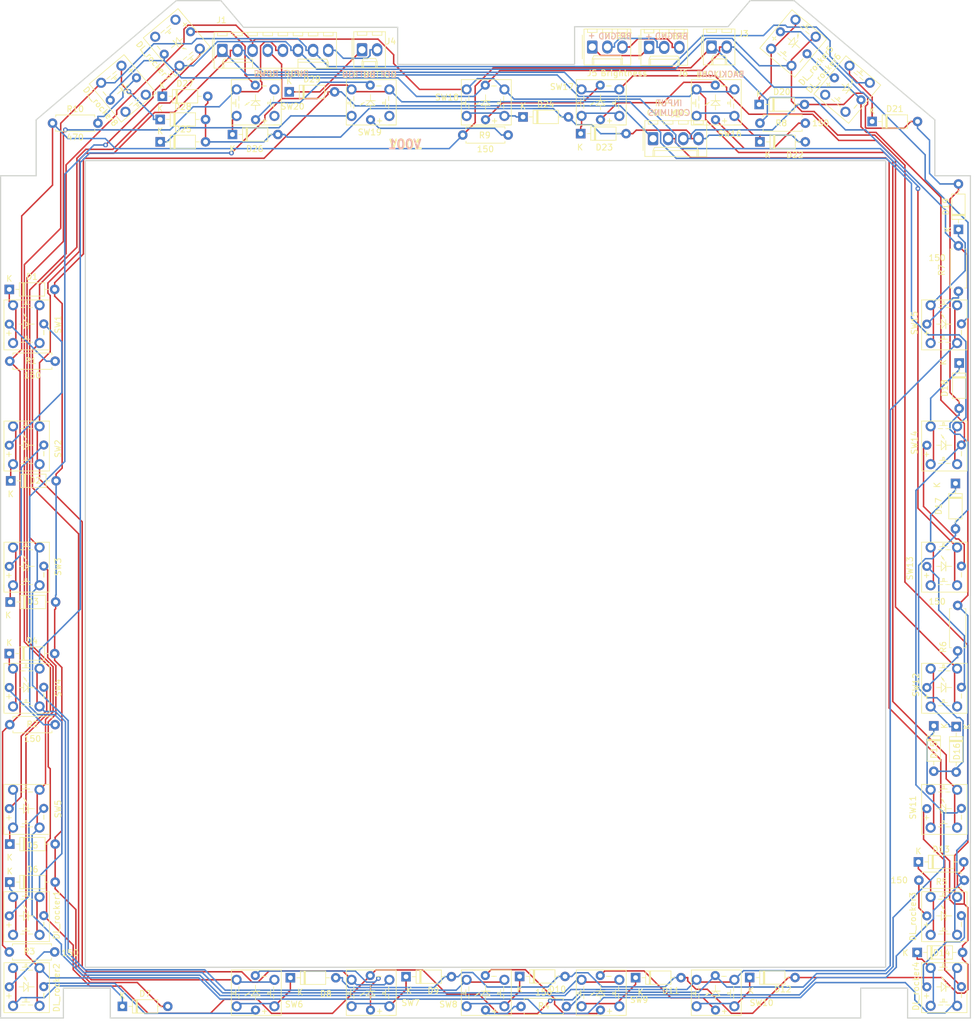
<source format=kicad_pcb>
(kicad_pcb (version 20171130) (host pcbnew "(5.1.5-0-10_14)")
  (layers (0 F.Cu signal) (31 B.Cu signal) (34 B.Paste user) (35 F.Paste user) (36 B.SilkS user) (37 F.SilkS user) (38 B.Mask user) (39 F.Mask user) (44 Edge.Cuts user))
  (net 0 "")
  (net 1 "Net-(DL_rocker1-Pad5)")
  (net 2 "Net-(DL_rocker2-Pad6)")
  (net 3 "Net-(DL_rocker2-Pad5)")
  (net 4 "Net-(DL_rocker3-Pad6)")
  (net 5 "Net-(DL_rocker3-Pad5)")
  (net 6 "Net-(DL_rocker4-Pad6)")
  (net 7 "Net-(DL_rocker5-Pad6)")
  (net 8 "Net-(DL_rocker5-Pad5)")
  (net 9 "Net-(DL_rocker7-Pad5)")
  (net 10 "Net-(DL_rocker8-Pad5)")
  (net 11 "Net-(SW1-Pad6)")
  (net 12 "Net-(SW2-Pad6)")
  (net 13 "Net-(SW4-Pad6)")
  (net 14 "Net-(SW6-Pad6)")
  (net 15 "Net-(SW8-Pad6)")
  (net 16 "Net-(SW10-Pad5)")
  (net 17 "Net-(SW12-Pad6)")
  (net 18 "Net-(SW13-Pad6)")
  (net 19 "Net-(SW16-Pad6)")
  (net 20 "Net-(SW17-Pad6)")
  (net 21 "Net-(SW19-Pad6)")
  (net 22 /Col0)
  (net 23 "Net-(D1-Pad1)")
  (net 24 "Net-(D2-Pad1)")
  (net 25 "Net-(D3-Pad1)")
  (net 26 "Net-(D4-Pad1)")
  (net 27 "Net-(D5-Pad1)")
  (net 28 "Net-(D6-Pad1)")
  (net 29 "Net-(D7-Pad1)")
  (net 30 /Col1)
  (net 31 "Net-(D8-Pad1)")
  (net 32 "Net-(D9-Pad1)")
  (net 33 "Net-(D10-Pad1)")
  (net 34 "Net-(D11-Pad1)")
  (net 35 "Net-(D12-Pad1)")
  (net 36 "Net-(D13-Pad1)")
  (net 37 "Net-(D14-Pad1)")
  (net 38 /Col2)
  (net 39 "Net-(D15-Pad1)")
  (net 40 "Net-(D16-Pad1)")
  (net 41 "Net-(D17-Pad1)")
  (net 42 "Net-(D18-Pad1)")
  (net 43 "Net-(D19-Pad1)")
  (net 44 "Net-(D20-Pad1)")
  (net 45 "Net-(D21-Pad1)")
  (net 46 /Col3)
  (net 47 "Net-(D22-Pad1)")
  (net 48 "Net-(D23-Pad1)")
  (net 49 "Net-(D24-Pad1)")
  (net 50 "Net-(D25-Pad1)")
  (net 51 "Net-(D26-Pad1)")
  (net 52 "Net-(D27-Pad1)")
  (net 53 "Net-(D28-Pad1)")
  (net 54 GND)
  (net 55 /Row5)
  (net 56 /Row6)
  (net 57 /Row4)
  (net 58 /Row3)
  (net 59 /Row2)
  (net 60 /Row1)
  (net 61 /Row0)
  (net 62 /Backlight+12V)
  (net 63 "Net-(R1-Pad2)")
  (net 64 "Net-(R2-Pad2)")
  (net 65 "Net-(R4-Pad2)")
  (net 66 "Net-(R6-Pad2)")
  (net 67 "Net-(R7-Pad2)")
  (net 68 "Net-(R8-Pad2)")
  (net 69 "Net-(R9-Pad2)")
  (net 70 "Net-(DL_rocker6-Pad3)")
  (net 71 "Net-(DL_rocker6-Pad1)")
  (net 72 "Net-(DL_rocker7-Pad3)")
  (net 73 "Net-(DL_rocker7-Pad1)")
  (net 74 "Net-(SW19-Pad1)")
  (net 75 "Net-(SW20-Pad3)")
  (net 76 "Net-(SW20-Pad1)")
  (net 77 "Net-(DL_rocker8-Pad4)")
  (net 78 "Net-(DL_rocker8-Pad2)")
  (net 79 "Net-(D29-Pad1)")
  (net 80 /Row7)
  (net 81 "Net-(J5-Pad3)")
  (net 82 "Net-(J5-Pad2)")
  (net 83 "Net-(J5-Pad1)")
  (module MountingHole:MountingHole_2.5mm (layer F.Cu) (at 171.069 127.127)
    (fp_text reference H8 hide)
    (fp_text value MountingHole)
    (pad 1 np_thru_hole circle (at 0 0) (size 2.5 2.5) (drill 2.5) (layers *.Cu *.Mask))
  )
  (module MountingHole:MountingHole_2.5mm (layer F.Cu) (at 171.069 59.817)
    (fp_text reference H7 hide)
    (fp_text value MountingHole)
    (pad 1 np_thru_hole circle (at 0 0) (size 2.5 2.5) (drill 2.5) (layers *.Cu *.Mask))
  )
  (module MountingHole:MountingHole_2.5mm (layer F.Cu) (at 126.365 36.703)
    (fp_text reference H6 hide)
    (fp_text value MountingHole)
    (pad 1 np_thru_hole circle (at 0 0) (size 2.5 2.5) (drill 2.5) (layers *.Cu *.Mask))
  )
  (module MountingHole:MountingHole_2.5mm (layer F.Cu) (at 67.691 43.815)
    (fp_text reference H5 hide)
    (fp_text value MountingHole)
    (pad 1 np_thru_hole circle (at 0 0) (size 2.5 2.5) (drill 2.5) (layers *.Cu *.Mask))
  )
  (module MountingHole:MountingHole_2.5mm (layer F.Cu) (at 48.641 188.849)
    (fp_text reference H4 hide)
    (fp_text value MountingHole)
    (pad 1 np_thru_hole circle (at 0 0) (size 2.5 2.5) (drill 2.5) (layers *.Cu *.Mask))
  )
  (module MountingHole:MountingHole_2.5mm (layer F.Cu) (at 152.781 188.849)
    (fp_text reference H3 hide)
    (fp_text value MountingHole)
    (pad 1 np_thru_hole circle (at 0 0) (size 2.5 2.5) (drill 2.5) (layers *.Cu *.Mask))
  )
  (module MountingHole:MountingHole_2.5mm (layer F.Cu) (at 21.209 149.479)
    (fp_text reference H2 hide)
    (fp_text value MountingHole)
    (pad 1 np_thru_hole circle (at 0 0) (size 2.5 2.5) (drill 2.5) (layers *.Cu *.Mask))
  )
  (module MountingHole:MountingHole_2.5mm (layer F.Cu) (at 21.209 60.579)
    (fp_text reference H1 hide)
    (fp_text value MountingHole)
    (pad 1 np_thru_hole circle (at 0 0) (size 2.5 2.5) (drill 2.5) (layers *.Cu *.Mask))
  )
  (module PT_Library_v001:Molex_1x03_P2.54mm_Vertical (layer F.Cu) (at 124.237 30.347)
    (fp_text reference J6 (at 5.684 4.324) (layer F.SilkS))
    (fp_text value Conn_01x03_Female)
    (pad 3 thru_hole oval (at 5.08 0) (size 1.74 2.2) (drill 1.2) (layers *.Cu *.Mask) (net 81 "Net-(J5-Pad3)"))
    (pad 2 thru_hole oval (at 2.54 0) (size 1.74 2.2) (drill 1.2) (layers *.Cu *.Mask) (net 82 "Net-(J5-Pad2)"))
    (pad 1 thru_hole roundrect (at 0 0) (size 1.74 2.2) (drill 1.2) (layers *.Cu *.Mask) (roundrect_rratio 0.143678) (net 83 "Net-(J5-Pad1)"))
  )
  (module PT_Library_v001:Molex_1x03_P2.54mm_Vertical (layer F.Cu) (at 114.697 30.287)
    (fp_text reference J5 (at -0.016 4.384) (layer F.SilkS))
    (fp_text value Conn_01x03_Female)
    (pad 3 thru_hole oval (at 5.08 0) (size 1.74 2.2) (drill 1.2) (layers *.Cu *.Mask) (net 81 "Net-(J5-Pad3)"))
    (pad 2 thru_hole oval (at 2.54 0) (size 1.74 2.2) (drill 1.2) (layers *.Cu *.Mask) (net 82 "Net-(J5-Pad2)"))
    (pad 1 thru_hole roundrect (at 0 0) (size 1.74 2.2) (drill 1.2) (layers *.Cu *.Mask) (roundrect_rratio 0.143678) (net 83 "Net-(J5-Pad1)"))
  )
  (module PT_Library_v001:Molex_1x02_P2.54mm_Vertical (layer F.Cu) (at 76.047 30.747)
    (fp_text reference J4 (at 4.852 -1.41) (layer F.SilkS))
    (fp_text value Conn_01x02_Female)
    (pad 2 thru_hole oval (at 2.54 0) (size 1.74 2.2) (drill 1.2) (layers *.Cu *.Mask) (net 80 /Row7))
    (pad 1 thru_hole roundrect (at 0 0) (size 1.74 2.2) (drill 1.2) (layers *.Cu *.Mask) (roundrect_rratio 0.143678) (net 79 "Net-(D29-Pad1)"))
  )
  (module Diode_THT:D_DO-35_SOD27_P7.62mm_Horizontal (layer F.Cu) (at 63.827 37.807)
    (fp_text reference D29 (at 3.81 -2.12) (layer F.SilkS))
    (fp_text value 1N4148)
    (fp_text user K (at 0 -1.8) (layer F.SilkS))
    (pad 2 thru_hole oval (at 7.62 0) (size 1.6 1.6) (drill 0.8) (layers *.Cu *.Mask) (net 22 /Col0))
    (pad 1 thru_hole rect (at 0 0) (size 1.6 1.6) (drill 0.8) (layers *.Cu *.Mask) (net 79 "Net-(D29-Pad1)"))
  )
  (module PT_Library_v001:PT_Small_Tactile_Switch_With_LED (layer F.Cu) (at 19.747 158.047 90)
    (fp_text reference SW5 (at -0.068 5.272 90) (layer F.SilkS))
    (fp_text value SW_Push)
    (fp_text user - (at -1.42 2.81 90) (layer F.SilkS))
    (fp_text user + (at -1.524 -3.048 90) (layer F.SilkS))
    (pad 6 thru_hole circle (at 0.04 2.87 90) (size 1.524 1.524) (drill 0.762) (layers *.Cu *.Mask) (net 1 "Net-(DL_rocker1-Pad5)"))
    (pad 5 thru_hole circle (at 0 -2.921 90) (size 1.524 1.524) (drill 0.762) (layers *.Cu *.Mask) (net 13 "Net-(SW4-Pad6)"))
    (pad 4 thru_hole circle (at 3.175 2.159 90) (size 1.7 1.7) (drill 1) (layers *.Cu *.Mask) (net 57 /Row4))
    (pad 3 thru_hole circle (at -3.175 2.159 90) (size 1.7 1.7) (drill 1) (layers *.Cu *.Mask) (net 57 /Row4))
    (pad 2 thru_hole circle (at 3.175 -2.286 90) (size 1.7 1.7) (drill 1) (layers *.Cu *.Mask) (net 27 "Net-(D5-Pad1)"))
    (pad 1 thru_hole circle (at -3.175 -2.286 90) (size 1.7 1.7) (drill 1) (layers *.Cu *.Mask) (net 27 "Net-(D5-Pad1)"))
  )
  (module PT_Library_v001:R_Axial_DIN0207_L6.3mm_D2.5mm_P7.62mm_Horizontal (layer F.Cu) (at 24.087 43.057)
    (fp_text reference R10 (at 3.81 -2.37) (layer F.SilkS))
    (fp_text value 470 (at 3.81 2.37) (layer F.SilkS))
    (pad 2 thru_hole oval (at 7.62 0) (size 1.6 1.6) (drill 0.8) (layers *.Cu *.Mask) (net 10 "Net-(DL_rocker8-Pad5)"))
    (pad 1 thru_hole circle (at 0 0) (size 1.6 1.6) (drill 0.8) (layers *.Cu *.Mask) (net 62 /Backlight+12V))
  )
  (module PT_Library_v001:R_Axial_DIN0207_L6.3mm_D2.5mm_P7.62mm_Horizontal (layer F.Cu) (at 92.957 45.047)
    (fp_text reference R9 (at 3.69 0.038) (layer F.SilkS))
    (fp_text value 150 (at 3.81 2.37) (layer F.SilkS))
    (pad 2 thru_hole oval (at 7.62 0) (size 1.6 1.6) (drill 0.8) (layers *.Cu *.Mask) (net 69 "Net-(R9-Pad2)"))
    (pad 1 thru_hole circle (at 0 0) (size 1.6 1.6) (drill 0.8) (layers *.Cu *.Mask) (net 62 /Backlight+12V))
  )
  (module PT_Library_v001:R_Axial_DIN0207_L6.3mm_D2.5mm_P7.62mm_Horizontal (layer F.Cu) (at 142.847 43.057)
    (fp_text reference R8 (at 3.584 -0.004) (layer F.SilkS))
    (fp_text value 150 (at 10.188 -0.004) (layer F.SilkS))
    (pad 2 thru_hole oval (at 7.62 0) (size 1.6 1.6) (drill 0.8) (layers *.Cu *.Mask) (net 68 "Net-(R8-Pad2)"))
    (pad 1 thru_hole circle (at 0 0) (size 1.6 1.6) (drill 0.8) (layers *.Cu *.Mask) (net 62 /Backlight+12V))
  )
  (module PT_Library_v001:R_Axial_DIN0207_L6.3mm_D2.5mm_P7.62mm_Horizontal (layer F.Cu) (at 176.177 63.637 270)
    (fp_text reference R7 (at 4.054 2.822 90) (layer F.SilkS))
    (fp_text value 150 (at 2.022 3.584 180) (layer F.SilkS))
    (pad 2 thru_hole oval (at 7.62 0 270) (size 1.6 1.6) (drill 0.8) (layers *.Cu *.Mask) (net 67 "Net-(R7-Pad2)"))
    (pad 1 thru_hole circle (at 0 0 270) (size 1.6 1.6) (drill 0.8) (layers *.Cu *.Mask) (net 62 /Backlight+12V))
  )
  (module PT_Library_v001:R_Axial_DIN0207_L6.3mm_D2.5mm_P7.62mm_Horizontal (layer F.Cu) (at 176.047 123.967 270)
    (fp_text reference R6 (at 6.97 2.438 90) (layer F.SilkS))
    (fp_text value 150 (at -0.65 3.454 180) (layer F.SilkS))
    (pad 2 thru_hole oval (at 7.62 0 270) (size 1.6 1.6) (drill 0.8) (layers *.Cu *.Mask) (net 66 "Net-(R6-Pad2)"))
    (pad 1 thru_hole circle (at 0 0 270) (size 1.6 1.6) (drill 0.8) (layers *.Cu *.Mask) (net 62 /Backlight+12V))
  )
  (module PT_Library_v001:R_Axial_DIN0207_L6.3mm_D2.5mm_P7.62mm_Horizontal (layer F.Cu) (at 177.157 170.057 180)
    (fp_text reference R5 (at 3.81 -0.25) (layer F.SilkS))
    (fp_text value 150 (at 10.914 0.004) (layer F.SilkS))
    (pad 2 thru_hole oval (at 7.62 0 180) (size 1.6 1.6) (drill 0.8) (layers *.Cu *.Mask) (net 5 "Net-(DL_rocker3-Pad5)"))
    (pad 1 thru_hole circle (at 0 0 180) (size 1.6 1.6) (drill 0.8) (layers *.Cu *.Mask) (net 62 /Backlight+12V))
  )
  (module PT_Library_v001:R_Axial_DIN0207_L6.3mm_D2.5mm_P7.62mm_Horizontal (layer F.Cu) (at 110.357 191.237 180)
    (fp_text reference R4 (at 3.804 0.102) (layer F.SilkS))
    (fp_text value 150 (at 3.81 2.37) (layer F.SilkS))
    (pad 2 thru_hole oval (at 7.62 0 180) (size 1.6 1.6) (drill 0.8) (layers *.Cu *.Mask) (net 65 "Net-(R4-Pad2)"))
    (pad 1 thru_hole circle (at 0 0 180) (size 1.6 1.6) (drill 0.8) (layers *.Cu *.Mask) (net 62 /Backlight+12V))
  )
  (module PT_Library_v001:R_Axial_DIN0207_L6.3mm_D2.5mm_P7.62mm_Horizontal (layer F.Cu) (at 16.827 182.087)
    (fp_text reference R3 (at 3.366 -0.096) (layer F.SilkS))
    (fp_text value 150 (at 10.224 0.158) (layer F.SilkS))
    (pad 2 thru_hole oval (at 7.62 0) (size 1.6 1.6) (drill 0.8) (layers *.Cu *.Mask) (net 3 "Net-(DL_rocker2-Pad5)"))
    (pad 1 thru_hole circle (at 0 0) (size 1.6 1.6) (drill 0.8) (layers *.Cu *.Mask) (net 62 /Backlight+12V))
  )
  (module PT_Library_v001:R_Axial_DIN0207_L6.3mm_D2.5mm_P7.62mm_Horizontal (layer F.Cu) (at 16.907 143.957)
    (fp_text reference R2 (at 3.794 -0.066) (layer F.SilkS))
    (fp_text value 150 (at 3.81 2.37) (layer F.SilkS))
    (pad 2 thru_hole oval (at 7.62 0) (size 1.6 1.6) (drill 0.8) (layers *.Cu *.Mask) (net 64 "Net-(R2-Pad2)"))
    (pad 1 thru_hole circle (at 0 0) (size 1.6 1.6) (drill 0.8) (layers *.Cu *.Mask) (net 62 /Backlight+12V))
  )
  (module PT_Library_v001:R_Axial_DIN0207_L6.3mm_D2.5mm_P7.62mm_Horizontal (layer F.Cu) (at 16.907 82.987)
    (fp_text reference R1 (at 3.54 -0.056) (layer F.SilkS))
    (fp_text value 150 (at 3.81 2.37) (layer F.SilkS))
    (pad 2 thru_hole oval (at 7.62 0) (size 1.6 1.6) (drill 0.8) (layers *.Cu *.Mask) (net 63 "Net-(R1-Pad2)"))
    (pad 1 thru_hole circle (at 0 0) (size 1.6 1.6) (drill 0.8) (layers *.Cu *.Mask) (net 62 /Backlight+12V))
  )
  (module PT_Library_v001:Molex_1x02_P2.54mm_Vertical (layer F.Cu) (at 134.727 30.287)
    (fp_text reference J3 (at 5.354 -2.22) (layer F.SilkS))
    (fp_text value Conn_01x02_Female)
    (pad 2 thru_hole oval (at 2.54 0) (size 1.74 2.2) (drill 1.2) (layers *.Cu *.Mask) (net 54 GND))
    (pad 1 thru_hole roundrect (at 0 0) (size 1.74 2.2) (drill 1.2) (layers *.Cu *.Mask) (roundrect_rratio 0.143678) (net 62 /Backlight+12V))
  )
  (module PT_Library_v001:Molex_1x04_P2.54mm_Vertical (layer F.Cu) (at 124.907 45.657)
    (fp_text reference J2 (at 3.81 -4.12) (layer F.SilkS))
    (fp_text value Conn_01x04_Female)
    (pad 4 thru_hole oval (at 7.62 0) (size 1.74 2.2) (drill 1.2) (layers *.Cu *.Mask) (net 46 /Col3))
    (pad 3 thru_hole oval (at 5.08 0) (size 1.74 2.2) (drill 1.2) (layers *.Cu *.Mask) (net 38 /Col2))
    (pad 2 thru_hole oval (at 2.54 0) (size 1.74 2.2) (drill 1.2) (layers *.Cu *.Mask) (net 30 /Col1))
    (pad 1 thru_hole roundrect (at 0 0) (size 1.74 2.2) (drill 1.2) (layers *.Cu *.Mask) (roundrect_rratio 0.143678) (net 22 /Col0))
  )
  (module PT_Library_v001:Molex_1x08_P2.54mm_Vertical (layer F.Cu) (at 52.597 30.847)
    (fp_text reference J1 (at -0.146 -5.066) (layer F.SilkS))
    (fp_text value Conn_01x08_Female)
    (pad 8 thru_hole oval (at 17.78 0) (size 1.74 2.2) (drill 1.2) (layers *.Cu *.Mask) (net 80 /Row7))
    (pad 7 thru_hole oval (at 15.24 0) (size 1.74 2.2) (drill 1.2) (layers *.Cu *.Mask) (net 56 /Row6))
    (pad 6 thru_hole oval (at 12.7 0) (size 1.74 2.2) (drill 1.2) (layers *.Cu *.Mask) (net 55 /Row5))
    (pad 5 thru_hole oval (at 10.16 0) (size 1.74 2.2) (drill 1.2) (layers *.Cu *.Mask) (net 57 /Row4))
    (pad 4 thru_hole oval (at 7.62 0) (size 1.74 2.2) (drill 1.2) (layers *.Cu *.Mask) (net 58 /Row3))
    (pad 3 thru_hole oval (at 5.08 0) (size 1.74 2.2) (drill 1.2) (layers *.Cu *.Mask) (net 59 /Row2))
    (pad 2 thru_hole oval (at 2.54 0) (size 1.74 2.2) (drill 1.2) (layers *.Cu *.Mask) (net 60 /Row1))
    (pad 1 thru_hole roundrect (at 0 0) (size 1.74 2.2) (drill 1.2) (layers *.Cu *.Mask) (roundrect_rratio 0.143678) (net 61 /Row0))
  )
  (module Diode_THT:D_DO-35_SOD27_P7.62mm_Horizontal (layer F.Cu) (at 42.157 42.437)
    (fp_text reference D28 (at 3.81 -2.12) (layer F.SilkS))
    (fp_text value 1N4148)
    (fp_text user K (at 0 -1.8) (layer F.SilkS))
    (pad 2 thru_hole oval (at 7.62 0) (size 1.6 1.6) (drill 0.8) (layers *.Cu *.Mask) (net 46 /Col3))
    (pad 1 thru_hole rect (at 0 0) (size 1.6 1.6) (drill 0.8) (layers *.Cu *.Mask) (net 53 "Net-(D28-Pad1)"))
  )
  (module Diode_THT:D_DO-35_SOD27_P7.62mm_Horizontal (layer F.Cu) (at 42.527 38.547)
    (fp_text reference D27 (at 3.81 -2.12) (layer F.SilkS))
    (fp_text value 1N4148)
    (fp_text user K (at 0 -1.8) (layer F.SilkS))
    (pad 2 thru_hole oval (at 7.62 0) (size 1.6 1.6) (drill 0.8) (layers *.Cu *.Mask) (net 46 /Col3))
    (pad 1 thru_hole rect (at 0 0) (size 1.6 1.6) (drill 0.8) (layers *.Cu *.Mask) (net 52 "Net-(D27-Pad1)"))
  )
  (module Diode_THT:D_DO-35_SOD27_P7.62mm_Horizontal (layer F.Cu) (at 54.297 44.957)
    (fp_text reference D26 (at 3.742 2.414) (layer F.SilkS))
    (fp_text value 1N4148)
    (fp_text user K (at 0 2.414) (layer F.SilkS))
    (pad 2 thru_hole oval (at 7.62 0) (size 1.6 1.6) (drill 0.8) (layers *.Cu *.Mask) (net 46 /Col3))
    (pad 1 thru_hole rect (at 0 0) (size 1.6 1.6) (drill 0.8) (layers *.Cu *.Mask) (net 51 "Net-(D26-Pad1)"))
  )
  (module Diode_THT:D_DO-35_SOD27_P7.62mm_Horizontal (layer F.Cu) (at 42.157 46.197)
    (fp_text reference D25 (at 3.81 -2.12) (layer F.SilkS))
    (fp_text value 1N4148)
    (fp_text user K (at 0 -1.8) (layer F.SilkS))
    (pad 2 thru_hole oval (at 7.62 0) (size 1.6 1.6) (drill 0.8) (layers *.Cu *.Mask) (net 46 /Col3))
    (pad 1 thru_hole rect (at 0 0) (size 1.6 1.6) (drill 0.8) (layers *.Cu *.Mask) (net 50 "Net-(D25-Pad1)"))
  )
  (module Diode_THT:D_DO-35_SOD27_P7.62mm_Horizontal (layer F.Cu) (at 103.077 42.017)
    (fp_text reference D24 (at 3.81 -2.12) (layer F.SilkS))
    (fp_text value 1N4148)
    (fp_text user K (at 0 -1.8) (layer F.SilkS))
    (pad 2 thru_hole oval (at 7.62 0) (size 1.6 1.6) (drill 0.8) (layers *.Cu *.Mask) (net 46 /Col3))
    (pad 1 thru_hole rect (at 0 0) (size 1.6 1.6) (drill 0.8) (layers *.Cu *.Mask) (net 49 "Net-(D24-Pad1)"))
  )
  (module Diode_THT:D_DO-35_SOD27_P7.62mm_Horizontal (layer F.Cu) (at 112.757 44.817)
    (fp_text reference D23 (at 3.956 2.3) (layer F.SilkS))
    (fp_text value 1N4148)
    (fp_text user K (at -0.108 2.3) (layer F.SilkS))
    (pad 2 thru_hole oval (at 7.62 0) (size 1.6 1.6) (drill 0.8) (layers *.Cu *.Mask) (net 46 /Col3))
    (pad 1 thru_hole rect (at 0 0) (size 1.6 1.6) (drill 0.8) (layers *.Cu *.Mask) (net 48 "Net-(D23-Pad1)"))
  )
  (module Diode_THT:D_DO-35_SOD27_P7.62mm_Horizontal (layer F.Cu) (at 142.847 46.197)
    (fp_text reference D22 (at 5.87 2.19) (layer F.SilkS))
    (fp_text value 1N4148)
    (fp_text user K (at 1.298 2.19) (layer F.SilkS))
    (pad 2 thru_hole oval (at 7.62 0) (size 1.6 1.6) (drill 0.8) (layers *.Cu *.Mask) (net 46 /Col3))
    (pad 1 thru_hole rect (at 0 0) (size 1.6 1.6) (drill 0.8) (layers *.Cu *.Mask) (net 47 "Net-(D22-Pad1)"))
  )
  (module Diode_THT:D_DO-35_SOD27_P7.62mm_Horizontal (layer F.Cu) (at 161.687 42.777)
    (fp_text reference D21 (at 3.81 -2.12) (layer F.SilkS))
    (fp_text value 1N4148)
    (fp_text user K (at 0 -1.8) (layer F.SilkS))
    (pad 2 thru_hole oval (at 7.62 0) (size 1.6 1.6) (drill 0.8) (layers *.Cu *.Mask) (net 38 /Col2))
    (pad 1 thru_hole rect (at 0 0) (size 1.6 1.6) (drill 0.8) (layers *.Cu *.Mask) (net 45 "Net-(D21-Pad1)"))
  )
  (module Diode_THT:D_DO-35_SOD27_P7.62mm_Horizontal (layer F.Cu) (at 142.717 39.927)
    (fp_text reference D20 (at 3.81 -2.12) (layer F.SilkS))
    (fp_text value 1N4148)
    (fp_text user K (at 0 -1.8) (layer F.SilkS))
    (pad 2 thru_hole oval (at 7.62 0) (size 1.6 1.6) (drill 0.8) (layers *.Cu *.Mask) (net 38 /Col2))
    (pad 1 thru_hole rect (at 0 0) (size 1.6 1.6) (drill 0.8) (layers *.Cu *.Mask) (net 44 "Net-(D20-Pad1)"))
  )
  (module Diode_THT:D_DO-35_SOD27_P7.62mm_Horizontal (layer F.Cu) (at 176.177 60.877 90)
    (fp_text reference D19 (at 3.81 -2.12 90) (layer F.SilkS))
    (fp_text value 1N4148)
    (fp_text user K (at 0 -1.8 90) (layer F.SilkS))
    (pad 2 thru_hole oval (at 7.62 0 90) (size 1.6 1.6) (drill 0.8) (layers *.Cu *.Mask) (net 38 /Col2))
    (pad 1 thru_hole rect (at 0 0 90) (size 1.6 1.6) (drill 0.8) (layers *.Cu *.Mask) (net 43 "Net-(D19-Pad1)"))
  )
  (module Diode_THT:D_DO-35_SOD27_P7.62mm_Horizontal (layer F.Cu) (at 176.297 83.297 270)
    (fp_text reference D18 (at 4.206 2.434 90) (layer F.SilkS))
    (fp_text value 1N4148)
    (fp_text user K (at -0.112 2.688 90) (layer F.SilkS))
    (pad 2 thru_hole oval (at 7.62 0 270) (size 1.6 1.6) (drill 0.8) (layers *.Cu *.Mask) (net 38 /Col2))
    (pad 1 thru_hole rect (at 0 0 270) (size 1.6 1.6) (drill 0.8) (layers *.Cu *.Mask) (net 42 "Net-(D18-Pad1)"))
  )
  (module Diode_THT:D_DO-35_SOD27_P7.62mm_Horizontal (layer F.Cu) (at 175.677 103.497 270)
    (fp_text reference D17 (at 3.818 2.83 90) (layer F.SilkS))
    (fp_text value 1N4148)
    (fp_text user K (at 0.262 3.084 90) (layer F.SilkS))
    (pad 2 thru_hole oval (at 7.62 0 270) (size 1.6 1.6) (drill 0.8) (layers *.Cu *.Mask) (net 38 /Col2))
    (pad 1 thru_hole rect (at 0 0 270) (size 1.6 1.6) (drill 0.8) (layers *.Cu *.Mask) (net 41 "Net-(D17-Pad1)"))
  )
  (module Diode_THT:D_DO-35_SOD27_P7.62mm_Horizontal (layer F.Cu) (at 175.797 144.287 270)
    (fp_text reference D16 (at 4.176 -0.098 90) (layer F.SilkS))
    (fp_text value 1N4148)
    (fp_text user K (at 0 -1.8 90) (layer F.SilkS))
    (pad 2 thru_hole oval (at 7.62 0 270) (size 1.6 1.6) (drill 0.8) (layers *.Cu *.Mask) (net 38 /Col2))
    (pad 1 thru_hole rect (at 0 0 270) (size 1.6 1.6) (drill 0.8) (layers *.Cu *.Mask) (net 40 "Net-(D16-Pad1)"))
  )
  (module Diode_THT:D_DO-35_SOD27_P7.62mm_Horizontal (layer F.Cu) (at 172.037 144.157 270)
    (fp_text reference D15 (at 4.052 -0.048 90) (layer F.SilkS))
    (fp_text value 1N4148)
    (fp_text user K (at 0 -1.8 90) (layer F.SilkS))
    (pad 2 thru_hole oval (at 7.62 0 270) (size 1.6 1.6) (drill 0.8) (layers *.Cu *.Mask) (net 38 /Col2))
    (pad 1 thru_hole rect (at 0 0 270) (size 1.6 1.6) (drill 0.8) (layers *.Cu *.Mask) (net 39 "Net-(D15-Pad1)"))
  )
  (module Diode_THT:D_DO-35_SOD27_P7.62mm_Horizontal (layer F.Cu) (at 169.247 182.167)
    (fp_text reference D14 (at 4.108 0.078) (layer F.SilkS))
    (fp_text value 1N4148)
    (fp_text user K (at -1.988 0.078) (layer F.SilkS))
    (pad 2 thru_hole oval (at 7.62 0) (size 1.6 1.6) (drill 0.8) (layers *.Cu *.Mask) (net 30 /Col1))
    (pad 1 thru_hole rect (at 0 0) (size 1.6 1.6) (drill 0.8) (layers *.Cu *.Mask) (net 37 "Net-(D14-Pad1)"))
  )
  (module Diode_THT:D_DO-35_SOD27_P7.62mm_Horizontal (layer F.Cu) (at 169.447 166.987)
    (fp_text reference D13 (at 3.81 -2.12) (layer F.SilkS))
    (fp_text value 1N4148)
    (fp_text user K (at 0 -1.8) (layer F.SilkS))
    (pad 2 thru_hole oval (at 7.62 0) (size 1.6 1.6) (drill 0.8) (layers *.Cu *.Mask) (net 30 /Col1))
    (pad 1 thru_hole rect (at 0 0) (size 1.6 1.6) (drill 0.8) (layers *.Cu *.Mask) (net 36 "Net-(D13-Pad1)"))
  )
  (module Diode_THT:D_DO-35_SOD27_P7.62mm_Horizontal (layer F.Cu) (at 141.127 186.377)
    (fp_text reference D12 (at 5.558 1.964) (layer F.SilkS))
    (fp_text value 1N4148)
    (fp_text user K (at 0.224 2.218) (layer F.SilkS))
    (pad 2 thru_hole oval (at 7.62 0) (size 1.6 1.6) (drill 0.8) (layers *.Cu *.Mask) (net 30 /Col1))
    (pad 1 thru_hole rect (at 0 0) (size 1.6 1.6) (drill 0.8) (layers *.Cu *.Mask) (net 35 "Net-(D12-Pad1)"))
  )
  (module Diode_THT:D_DO-35_SOD27_P7.62mm_Horizontal (layer F.Cu) (at 121.977 186.397)
    (fp_text reference D11 (at 5.912 2.198) (layer F.SilkS))
    (fp_text value 1N4148)
    (fp_text user K (at 0.832 2.452) (layer F.SilkS))
    (pad 2 thru_hole oval (at 7.62 0) (size 1.6 1.6) (drill 0.8) (layers *.Cu *.Mask) (net 30 /Col1))
    (pad 1 thru_hole rect (at 0 0) (size 1.6 1.6) (drill 0.8) (layers *.Cu *.Mask) (net 34 "Net-(D11-Pad1)"))
  )
  (module Diode_THT:D_DO-35_SOD27_P7.62mm_Horizontal (layer F.Cu) (at 102.507 186.197)
    (fp_text reference D10 (at 6.332 2.144) (layer F.SilkS))
    (fp_text value 1N4148)
    (fp_text user K (at 0 2.144) (layer F.SilkS))
    (pad 2 thru_hole oval (at 7.62 0) (size 1.6 1.6) (drill 0.8) (layers *.Cu *.Mask) (net 30 /Col1))
    (pad 1 thru_hole rect (at 0 0) (size 1.6 1.6) (drill 0.8) (layers *.Cu *.Mask) (net 33 "Net-(D10-Pad1)"))
  )
  (module Diode_THT:D_DO-35_SOD27_P7.62mm_Horizontal (layer F.Cu) (at 83.437 186.237)
    (fp_text reference D9 (at 4.574 2.358) (layer F.SilkS))
    (fp_text value 1N4148)
    (fp_text user K (at 0.51 2.358) (layer F.SilkS))
    (pad 2 thru_hole oval (at 7.62 0) (size 1.6 1.6) (drill 0.8) (layers *.Cu *.Mask) (net 30 /Col1))
    (pad 1 thru_hole rect (at 0 0) (size 1.6 1.6) (drill 0.8) (layers *.Cu *.Mask) (net 32 "Net-(D9-Pad1)"))
  )
  (module Diode_THT:D_DO-35_SOD27_P7.62mm_Horizontal (layer F.Cu) (at 64.017 186.417)
    (fp_text reference D8 (at 5.96 2.686) (layer F.SilkS))
    (fp_text value 1N4148)
    (fp_text user K (at 1.642 2.432) (layer F.SilkS))
    (pad 2 thru_hole oval (at 7.62 0) (size 1.6 1.6) (drill 0.8) (layers *.Cu *.Mask) (net 30 /Col1))
    (pad 1 thru_hole rect (at 0 0) (size 1.6 1.6) (drill 0.8) (layers *.Cu *.Mask) (net 31 "Net-(D8-Pad1)"))
  )
  (module Diode_THT:D_DO-35_SOD27_P7.62mm_Horizontal (layer F.Cu) (at 35.817 191.217)
    (fp_text reference D7 (at 3.81 -2.12) (layer F.SilkS))
    (fp_text value 1N4148)
    (fp_text user K (at 0 -1.8) (layer F.SilkS))
    (pad 2 thru_hole oval (at 7.62 0) (size 1.6 1.6) (drill 0.8) (layers *.Cu *.Mask) (net 22 /Col0))
    (pad 1 thru_hole rect (at 0 0) (size 1.6 1.6) (drill 0.8) (layers *.Cu *.Mask) (net 29 "Net-(D7-Pad1)"))
  )
  (module Diode_THT:D_DO-35_SOD27_P7.62mm_Horizontal (layer F.Cu) (at 16.907 170.367)
    (fp_text reference D6 (at 3.81 -2.12) (layer F.SilkS))
    (fp_text value 1N4148)
    (fp_text user K (at 0 -1.8) (layer F.SilkS))
    (pad 2 thru_hole oval (at 7.62 0) (size 1.6 1.6) (drill 0.8) (layers *.Cu *.Mask) (net 22 /Col0))
    (pad 1 thru_hole rect (at 0 0) (size 1.6 1.6) (drill 0.8) (layers *.Cu *.Mask) (net 28 "Net-(D6-Pad1)"))
  )
  (module Diode_THT:D_DO-35_SOD27_P7.62mm_Horizontal (layer F.Cu) (at 16.907 163.987)
    (fp_text reference D5 (at 3.81 0.224) (layer F.SilkS))
    (fp_text value 1N4148)
    (fp_text user K (at -0.016 2.256) (layer F.SilkS))
    (pad 2 thru_hole oval (at 7.62 0) (size 1.6 1.6) (drill 0.8) (layers *.Cu *.Mask) (net 22 /Col0))
    (pad 1 thru_hole rect (at 0 0) (size 1.6 1.6) (drill 0.8) (layers *.Cu *.Mask) (net 27 "Net-(D5-Pad1)"))
  )
  (module Diode_THT:D_DO-35_SOD27_P7.62mm_Horizontal (layer F.Cu) (at 16.827 132.037)
    (fp_text reference D4 (at 3.81 -2.12) (layer F.SilkS))
    (fp_text value 1N4148)
    (fp_text user K (at 0 -1.8) (layer F.SilkS))
    (pad 2 thru_hole oval (at 7.62 0) (size 1.6 1.6) (drill 0.8) (layers *.Cu *.Mask) (net 22 /Col0))
    (pad 1 thru_hole rect (at 0 0) (size 1.6 1.6) (drill 0.8) (layers *.Cu *.Mask) (net 26 "Net-(D4-Pad1)"))
  )
  (module Diode_THT:D_DO-35_SOD27_P7.62mm_Horizontal (layer F.Cu) (at 16.987 123.387)
    (fp_text reference D3 (at 3.81 -0.07) (layer F.SilkS))
    (fp_text value 1N4148)
    (fp_text user K (at -0.35 2.216) (layer F.SilkS))
    (pad 2 thru_hole oval (at 7.62 0) (size 1.6 1.6) (drill 0.8) (layers *.Cu *.Mask) (net 22 /Col0))
    (pad 1 thru_hole rect (at 0 0) (size 1.6 1.6) (drill 0.8) (layers *.Cu *.Mask) (net 25 "Net-(D3-Pad1)"))
  )
  (module Diode_THT:D_DO-35_SOD27_P7.62mm_Horizontal (layer F.Cu) (at 17.067 103.057)
    (fp_text reference D2 (at 4.142 -0.06) (layer F.SilkS))
    (fp_text value 1N4148)
    (fp_text user K (at 0 2.226) (layer F.SilkS))
    (pad 2 thru_hole oval (at 7.62 0) (size 1.6 1.6) (drill 0.8) (layers *.Cu *.Mask) (net 22 /Col0))
    (pad 1 thru_hole rect (at 0 0) (size 1.6 1.6) (drill 0.8) (layers *.Cu *.Mask) (net 24 "Net-(D2-Pad1)"))
  )
  (module Diode_THT:D_DO-35_SOD27_P7.62mm_Horizontal (layer F.Cu) (at 16.827 70.947)
    (fp_text reference D1 (at 3.81 -2.12) (layer F.SilkS))
    (fp_text value 1N4148)
    (fp_text user K (at 0 -1.8) (layer F.SilkS))
    (pad 2 thru_hole oval (at 7.62 0) (size 1.6 1.6) (drill 0.8) (layers *.Cu *.Mask) (net 22 /Col0))
    (pad 1 thru_hole rect (at 0 0) (size 1.6 1.6) (drill 0.8) (layers *.Cu *.Mask) (net 23 "Net-(D1-Pad1)"))
  )
  (module PT_Library_v001:PT_Small_Tactile_Switch_With_LED (layer F.Cu) (at 58.167 39.557 180)
    (fp_text reference SW20 (at -6.222 -0.702) (layer F.SilkS))
    (fp_text value SW_Push)
    (fp_text user - (at -1.42 2.81) (layer F.SilkS))
    (fp_text user + (at -1.524 -3.048) (layer F.SilkS))
    (pad 6 thru_hole circle (at 0.04 2.87 180) (size 1.524 1.524) (drill 0.762) (layers *.Cu *.Mask) (net 9 "Net-(DL_rocker7-Pad5)"))
    (pad 5 thru_hole circle (at 0 -2.921 180) (size 1.524 1.524) (drill 0.762) (layers *.Cu *.Mask) (net 21 "Net-(SW19-Pad6)"))
    (pad 4 thru_hole circle (at 3.175 2.159 180) (size 1.7 1.7) (drill 1) (layers *.Cu *.Mask) (net 57 /Row4))
    (pad 3 thru_hole circle (at -3.175 2.159 180) (size 1.7 1.7) (drill 1) (layers *.Cu *.Mask) (net 75 "Net-(SW20-Pad3)"))
    (pad 2 thru_hole circle (at 3.175 -2.286 180) (size 1.7 1.7) (drill 1) (layers *.Cu *.Mask) (net 51 "Net-(D26-Pad1)"))
    (pad 1 thru_hole circle (at -3.175 -2.286 180) (size 1.7 1.7) (drill 1) (layers *.Cu *.Mask) (net 76 "Net-(SW20-Pad1)"))
  )
  (module PT_Library_v001:PT_Small_Tactile_Switch_With_LED (layer F.Cu) (at 77.467 39.557 180)
    (fp_text reference SW19 (at 0.124 -5.02) (layer F.SilkS))
    (fp_text value SW_Push)
    (fp_text user - (at -1.42 2.81) (layer F.SilkS))
    (fp_text user + (at -1.524 -3.048) (layer F.SilkS))
    (pad 6 thru_hole circle (at 0.04 2.87 180) (size 1.524 1.524) (drill 0.762) (layers *.Cu *.Mask) (net 21 "Net-(SW19-Pad6)"))
    (pad 5 thru_hole circle (at 0 -2.921 180) (size 1.524 1.524) (drill 0.762) (layers *.Cu *.Mask) (net 69 "Net-(R9-Pad2)"))
    (pad 4 thru_hole circle (at 3.175 2.159 180) (size 1.7 1.7) (drill 1) (layers *.Cu *.Mask) (net 58 /Row3))
    (pad 3 thru_hole circle (at -3.175 2.159 180) (size 1.7 1.7) (drill 1) (layers *.Cu *.Mask) (net 58 /Row3))
    (pad 2 thru_hole circle (at 3.175 -2.286 180) (size 1.7 1.7) (drill 1) (layers *.Cu *.Mask) (net 50 "Net-(D25-Pad1)"))
    (pad 1 thru_hole circle (at -3.175 -2.286 180) (size 1.7 1.7) (drill 1) (layers *.Cu *.Mask) (net 74 "Net-(SW19-Pad1)"))
  )
  (module PT_Library_v001:PT_Small_Tactile_Switch_With_LED (layer F.Cu) (at 96.777 39.557 180)
    (fp_text reference SW18 (at 6.48 0.822) (layer F.SilkS))
    (fp_text value SW_Push)
    (fp_text user - (at -1.42 2.81) (layer F.SilkS))
    (fp_text user + (at -1.524 -3.048) (layer F.SilkS))
    (pad 6 thru_hole circle (at 0.04 2.87 180) (size 1.524 1.524) (drill 0.762) (layers *.Cu *.Mask) (net 54 GND))
    (pad 5 thru_hole circle (at 0 -2.921 180) (size 1.524 1.524) (drill 0.762) (layers *.Cu *.Mask) (net 20 "Net-(SW17-Pad6)"))
    (pad 4 thru_hole circle (at 3.175 2.159 180) (size 1.7 1.7) (drill 1) (layers *.Cu *.Mask) (net 59 /Row2))
    (pad 3 thru_hole circle (at -3.175 2.159 180) (size 1.7 1.7) (drill 1) (layers *.Cu *.Mask) (net 59 /Row2))
    (pad 2 thru_hole circle (at 3.175 -2.286 180) (size 1.7 1.7) (drill 1) (layers *.Cu *.Mask) (net 49 "Net-(D24-Pad1)"))
    (pad 1 thru_hole circle (at -3.175 -2.286 180) (size 1.7 1.7) (drill 1) (layers *.Cu *.Mask) (net 49 "Net-(D24-Pad1)"))
  )
  (module PT_Library_v001:PT_Small_Tactile_Switch_With_LED (layer F.Cu) (at 116.077 39.557 180)
    (fp_text reference SW17 (at 6.476 2.6) (layer F.SilkS))
    (fp_text value SW_Push)
    (fp_text user - (at -1.42 2.81) (layer F.SilkS))
    (fp_text user + (at -1.524 -3.048) (layer F.SilkS))
    (pad 6 thru_hole circle (at 0.04 2.87 180) (size 1.524 1.524) (drill 0.762) (layers *.Cu *.Mask) (net 20 "Net-(SW17-Pad6)"))
    (pad 5 thru_hole circle (at 0 -2.921 180) (size 1.524 1.524) (drill 0.762) (layers *.Cu *.Mask) (net 19 "Net-(SW16-Pad6)"))
    (pad 4 thru_hole circle (at 3.175 2.159 180) (size 1.7 1.7) (drill 1) (layers *.Cu *.Mask) (net 60 /Row1))
    (pad 3 thru_hole circle (at -3.175 2.159 180) (size 1.7 1.7) (drill 1) (layers *.Cu *.Mask) (net 60 /Row1))
    (pad 2 thru_hole circle (at 3.175 -2.286 180) (size 1.7 1.7) (drill 1) (layers *.Cu *.Mask) (net 48 "Net-(D23-Pad1)"))
    (pad 1 thru_hole circle (at -3.175 -2.286 180) (size 1.7 1.7) (drill 1) (layers *.Cu *.Mask) (net 48 "Net-(D23-Pad1)"))
  )
  (module PT_Library_v001:PT_Small_Tactile_Switch_With_LED (layer F.Cu) (at 135.387 39.557 180)
    (fp_text reference SW16 (at -2.408 -5.274) (layer F.SilkS))
    (fp_text value SW_Push)
    (fp_text user - (at -1.42 2.81) (layer F.SilkS))
    (fp_text user + (at -1.524 -3.048) (layer F.SilkS))
    (pad 6 thru_hole circle (at 0.04 2.87 180) (size 1.524 1.524) (drill 0.762) (layers *.Cu *.Mask) (net 19 "Net-(SW16-Pad6)"))
    (pad 5 thru_hole circle (at 0 -2.921 180) (size 1.524 1.524) (drill 0.762) (layers *.Cu *.Mask) (net 68 "Net-(R8-Pad2)"))
    (pad 4 thru_hole circle (at 3.175 2.159 180) (size 1.7 1.7) (drill 1) (layers *.Cu *.Mask) (net 61 /Row0))
    (pad 3 thru_hole circle (at -3.175 2.159 180) (size 1.7 1.7) (drill 1) (layers *.Cu *.Mask) (net 61 /Row0))
    (pad 2 thru_hole circle (at 3.175 -2.286 180) (size 1.7 1.7) (drill 1) (layers *.Cu *.Mask) (net 47 "Net-(D22-Pad1)"))
    (pad 1 thru_hole circle (at -3.175 -2.286 180) (size 1.7 1.7) (drill 1) (layers *.Cu *.Mask) (net 47 "Net-(D22-Pad1)"))
  )
  (module PT_Library_v001:PT_Small_Tactile_Switch_With_LED (layer F.Cu) (at 173.797 76.767 90)
    (fp_text reference SW15 (at 0.186 -5.014 90) (layer F.SilkS))
    (fp_text value SW_Push)
    (fp_text user - (at -1.42 2.81 90) (layer F.SilkS))
    (fp_text user + (at -1.524 -3.048 90) (layer F.SilkS))
    (pad 6 thru_hole circle (at 0.04 2.87 90) (size 1.524 1.524) (drill 0.762) (layers *.Cu *.Mask) (net 8 "Net-(DL_rocker5-Pad5)"))
    (pad 5 thru_hole circle (at 0 -2.921 90) (size 1.524 1.524) (drill 0.762) (layers *.Cu *.Mask) (net 67 "Net-(R7-Pad2)"))
    (pad 4 thru_hole circle (at 3.175 2.159 90) (size 1.7 1.7) (drill 1) (layers *.Cu *.Mask) (net 57 /Row4))
    (pad 3 thru_hole circle (at -3.175 2.159 90) (size 1.7 1.7) (drill 1) (layers *.Cu *.Mask) (net 57 /Row4))
    (pad 2 thru_hole circle (at 3.175 -2.286 90) (size 1.7 1.7) (drill 1) (layers *.Cu *.Mask) (net 43 "Net-(D19-Pad1)"))
    (pad 1 thru_hole circle (at -3.175 -2.286 90) (size 1.7 1.7) (drill 1) (layers *.Cu *.Mask) (net 43 "Net-(D19-Pad1)"))
  )
  (module PT_Library_v001:PT_Small_Tactile_Switch_With_LED (layer F.Cu) (at 173.797 97.087 90)
    (fp_text reference SW14 (at 0.44 -5.014 90) (layer F.SilkS))
    (fp_text value SW_Push)
    (fp_text user - (at -1.42 2.81 90) (layer F.SilkS))
    (fp_text user + (at -1.524 -3.048 90) (layer F.SilkS))
    (pad 6 thru_hole circle (at 0.04 2.87 90) (size 1.524 1.524) (drill 0.762) (layers *.Cu *.Mask) (net 54 GND))
    (pad 5 thru_hole circle (at 0 -2.921 90) (size 1.524 1.524) (drill 0.762) (layers *.Cu *.Mask) (net 18 "Net-(SW13-Pad6)"))
    (pad 4 thru_hole circle (at 3.175 2.159 90) (size 1.7 1.7) (drill 1) (layers *.Cu *.Mask) (net 58 /Row3))
    (pad 3 thru_hole circle (at -3.175 2.159 90) (size 1.7 1.7) (drill 1) (layers *.Cu *.Mask) (net 58 /Row3))
    (pad 2 thru_hole circle (at 3.175 -2.286 90) (size 1.7 1.7) (drill 1) (layers *.Cu *.Mask) (net 42 "Net-(D18-Pad1)"))
    (pad 1 thru_hole circle (at -3.175 -2.286 90) (size 1.7 1.7) (drill 1) (layers *.Cu *.Mask) (net 42 "Net-(D18-Pad1)"))
  )
  (module PT_Library_v001:PT_Small_Tactile_Switch_With_LED (layer F.Cu) (at 173.797 117.407 90)
    (fp_text reference SW13 (at -0.322 -5.776 90) (layer F.SilkS))
    (fp_text value SW_Push)
    (fp_text user - (at -1.42 2.81 90) (layer F.SilkS))
    (fp_text user + (at -1.524 -3.048 90) (layer F.SilkS))
    (pad 6 thru_hole circle (at 0.04 2.87 90) (size 1.524 1.524) (drill 0.762) (layers *.Cu *.Mask) (net 18 "Net-(SW13-Pad6)"))
    (pad 5 thru_hole circle (at 0 -2.921 90) (size 1.524 1.524) (drill 0.762) (layers *.Cu *.Mask) (net 17 "Net-(SW12-Pad6)"))
    (pad 4 thru_hole circle (at 3.175 2.159 90) (size 1.7 1.7) (drill 1) (layers *.Cu *.Mask) (net 59 /Row2))
    (pad 3 thru_hole circle (at -3.175 2.159 90) (size 1.7 1.7) (drill 1) (layers *.Cu *.Mask) (net 59 /Row2))
    (pad 2 thru_hole circle (at 3.175 -2.286 90) (size 1.7 1.7) (drill 1) (layers *.Cu *.Mask) (net 41 "Net-(D17-Pad1)"))
    (pad 1 thru_hole circle (at -3.175 -2.286 90) (size 1.7 1.7) (drill 1) (layers *.Cu *.Mask) (net 41 "Net-(D17-Pad1)"))
  )
  (module PT_Library_v001:PT_Small_Tactile_Switch_With_LED (layer F.Cu) (at 173.797 137.727 90)
    (fp_text reference SW12 (at 0.44 -4.76 90) (layer F.SilkS))
    (fp_text value SW_Push)
    (fp_text user - (at -1.42 2.81 90) (layer F.SilkS))
    (fp_text user + (at -1.524 -3.048 90) (layer F.SilkS))
    (pad 6 thru_hole circle (at 0.04 2.87 90) (size 1.524 1.524) (drill 0.762) (layers *.Cu *.Mask) (net 17 "Net-(SW12-Pad6)"))
    (pad 5 thru_hole circle (at 0 -2.921 90) (size 1.524 1.524) (drill 0.762) (layers *.Cu *.Mask) (net 66 "Net-(R6-Pad2)"))
    (pad 4 thru_hole circle (at 3.175 2.159 90) (size 1.7 1.7) (drill 1) (layers *.Cu *.Mask) (net 60 /Row1))
    (pad 3 thru_hole circle (at -3.175 2.159 90) (size 1.7 1.7) (drill 1) (layers *.Cu *.Mask) (net 60 /Row1))
    (pad 2 thru_hole circle (at 3.175 -2.286 90) (size 1.7 1.7) (drill 1) (layers *.Cu *.Mask) (net 40 "Net-(D16-Pad1)"))
    (pad 1 thru_hole circle (at -3.175 -2.286 90) (size 1.7 1.7) (drill 1) (layers *.Cu *.Mask) (net 40 "Net-(D16-Pad1)"))
  )
  (module PT_Library_v001:PT_Small_Tactile_Switch_With_LED (layer F.Cu) (at 173.797 158.047 90)
    (fp_text reference SW11 (at 0.186 -5.268 90) (layer F.SilkS))
    (fp_text value SW_Push)
    (fp_text user - (at -1.42 2.81 90) (layer F.SilkS))
    (fp_text user + (at -1.524 -3.048 90) (layer F.SilkS))
    (pad 6 thru_hole circle (at 0.04 2.87 90) (size 1.524 1.524) (drill 0.762) (layers *.Cu *.Mask) (net 54 GND))
    (pad 5 thru_hole circle (at 0 -2.921 90) (size 1.524 1.524) (drill 0.762) (layers *.Cu *.Mask) (net 6 "Net-(DL_rocker4-Pad6)"))
    (pad 4 thru_hole circle (at 3.175 2.159 90) (size 1.7 1.7) (drill 1) (layers *.Cu *.Mask) (net 61 /Row0))
    (pad 3 thru_hole circle (at -3.175 2.159 90) (size 1.7 1.7) (drill 1) (layers *.Cu *.Mask) (net 61 /Row0))
    (pad 2 thru_hole circle (at 3.175 -2.286 90) (size 1.7 1.7) (drill 1) (layers *.Cu *.Mask) (net 39 "Net-(D15-Pad1)"))
    (pad 1 thru_hole circle (at -3.175 -2.286 90) (size 1.7 1.7) (drill 1) (layers *.Cu *.Mask) (net 39 "Net-(D15-Pad1)"))
  )
  (module PT_Library_v001:PT_Small_Tactile_Switch_With_LED (layer F.Cu) (at 135.387 188.917 180)
    (fp_text reference SW10 (at -7.742 -1.71) (layer F.SilkS))
    (fp_text value SW_Push)
    (fp_text user - (at -1.42 2.81) (layer F.SilkS))
    (fp_text user + (at -1.524 -3.048) (layer F.SilkS))
    (pad 6 thru_hole circle (at 0.04 2.87 180) (size 1.524 1.524) (drill 0.762) (layers *.Cu *.Mask) (net 54 GND))
    (pad 5 thru_hole circle (at 0 -2.921 180) (size 1.524 1.524) (drill 0.762) (layers *.Cu *.Mask) (net 16 "Net-(SW10-Pad5)"))
    (pad 4 thru_hole circle (at 3.175 2.159 180) (size 1.7 1.7) (drill 1) (layers *.Cu *.Mask) (net 57 /Row4))
    (pad 3 thru_hole circle (at -3.175 2.159 180) (size 1.7 1.7) (drill 1) (layers *.Cu *.Mask) (net 57 /Row4))
    (pad 2 thru_hole circle (at 3.175 -2.286 180) (size 1.7 1.7) (drill 1) (layers *.Cu *.Mask) (net 35 "Net-(D12-Pad1)"))
    (pad 1 thru_hole circle (at -3.175 -2.286 180) (size 1.7 1.7) (drill 1) (layers *.Cu *.Mask) (net 35 "Net-(D12-Pad1)"))
  )
  (module PT_Library_v001:PT_Small_Tactile_Switch_With_LED (layer F.Cu) (at 116.077 188.917 180)
    (fp_text reference SW9 (at -6.478 -1.202) (layer F.SilkS))
    (fp_text value SW_Push)
    (fp_text user - (at -1.42 2.81) (layer F.SilkS))
    (fp_text user + (at -1.524 -3.048) (layer F.SilkS))
    (pad 6 thru_hole circle (at 0.04 2.87 180) (size 1.524 1.524) (drill 0.762) (layers *.Cu *.Mask) (net 16 "Net-(SW10-Pad5)"))
    (pad 5 thru_hole circle (at 0 -2.921 180) (size 1.524 1.524) (drill 0.762) (layers *.Cu *.Mask) (net 15 "Net-(SW8-Pad6)"))
    (pad 4 thru_hole circle (at 3.175 2.159 180) (size 1.7 1.7) (drill 1) (layers *.Cu *.Mask) (net 58 /Row3))
    (pad 3 thru_hole circle (at -3.175 2.159 180) (size 1.7 1.7) (drill 1) (layers *.Cu *.Mask) (net 58 /Row3))
    (pad 2 thru_hole circle (at 3.175 -2.286 180) (size 1.7 1.7) (drill 1) (layers *.Cu *.Mask) (net 34 "Net-(D11-Pad1)"))
    (pad 1 thru_hole circle (at -3.175 -2.286 180) (size 1.7 1.7) (drill 1) (layers *.Cu *.Mask) (net 34 "Net-(D11-Pad1)"))
  )
  (module PT_Library_v001:PT_Small_Tactile_Switch_With_LED (layer F.Cu) (at 96.777 188.917 180)
    (fp_text reference SW8 (at 6.226 -1.964) (layer F.SilkS))
    (fp_text value SW_Push)
    (fp_text user - (at -1.42 2.81) (layer F.SilkS))
    (fp_text user + (at -1.524 -3.048) (layer F.SilkS))
    (pad 6 thru_hole circle (at 0.04 2.87 180) (size 1.524 1.524) (drill 0.762) (layers *.Cu *.Mask) (net 15 "Net-(SW8-Pad6)"))
    (pad 5 thru_hole circle (at 0 -2.921 180) (size 1.524 1.524) (drill 0.762) (layers *.Cu *.Mask) (net 65 "Net-(R4-Pad2)"))
    (pad 4 thru_hole circle (at 3.175 2.159 180) (size 1.7 1.7) (drill 1) (layers *.Cu *.Mask) (net 59 /Row2))
    (pad 3 thru_hole circle (at -3.175 2.159 180) (size 1.7 1.7) (drill 1) (layers *.Cu *.Mask) (net 59 /Row2))
    (pad 2 thru_hole circle (at 3.175 -2.286 180) (size 1.7 1.7) (drill 1) (layers *.Cu *.Mask) (net 33 "Net-(D10-Pad1)"))
    (pad 1 thru_hole circle (at -3.175 -2.286 180) (size 1.7 1.7) (drill 1) (layers *.Cu *.Mask) (net 33 "Net-(D10-Pad1)"))
  )
  (module PT_Library_v001:PT_Small_Tactile_Switch_With_LED (layer F.Cu) (at 77.467 188.917 180)
    (fp_text reference SW7 (at -6.734 -1.71) (layer F.SilkS))
    (fp_text value SW_Push)
    (fp_text user - (at -1.42 2.81) (layer F.SilkS))
    (fp_text user + (at -1.524 -3.048) (layer F.SilkS))
    (pad 6 thru_hole circle (at 0.04 2.87 180) (size 1.524 1.524) (drill 0.762) (layers *.Cu *.Mask) (net 54 GND))
    (pad 5 thru_hole circle (at 0 -2.921 180) (size 1.524 1.524) (drill 0.762) (layers *.Cu *.Mask) (net 14 "Net-(SW6-Pad6)"))
    (pad 4 thru_hole circle (at 3.175 2.159 180) (size 1.7 1.7) (drill 1) (layers *.Cu *.Mask) (net 60 /Row1))
    (pad 3 thru_hole circle (at -3.175 2.159 180) (size 1.7 1.7) (drill 1) (layers *.Cu *.Mask) (net 60 /Row1))
    (pad 2 thru_hole circle (at 3.175 -2.286 180) (size 1.7 1.7) (drill 1) (layers *.Cu *.Mask) (net 32 "Net-(D9-Pad1)"))
    (pad 1 thru_hole circle (at -3.175 -2.286 180) (size 1.7 1.7) (drill 1) (layers *.Cu *.Mask) (net 32 "Net-(D9-Pad1)"))
  )
  (module PT_Library_v001:PT_Small_Tactile_Switch_With_LED (layer F.Cu) (at 58.167 188.917 180)
    (fp_text reference SW6 (at -6.476 -1.964) (layer F.SilkS))
    (fp_text value SW_Push)
    (fp_text user - (at -1.42 2.81) (layer F.SilkS))
    (fp_text user + (at -1.524 -3.048) (layer F.SilkS))
    (pad 6 thru_hole circle (at 0.04 2.87 180) (size 1.524 1.524) (drill 0.762) (layers *.Cu *.Mask) (net 14 "Net-(SW6-Pad6)"))
    (pad 5 thru_hole circle (at 0 -2.921 180) (size 1.524 1.524) (drill 0.762) (layers *.Cu *.Mask) (net 2 "Net-(DL_rocker2-Pad6)"))
    (pad 4 thru_hole circle (at 3.175 2.159 180) (size 1.7 1.7) (drill 1) (layers *.Cu *.Mask) (net 61 /Row0))
    (pad 3 thru_hole circle (at -3.175 2.159 180) (size 1.7 1.7) (drill 1) (layers *.Cu *.Mask) (net 61 /Row0))
    (pad 2 thru_hole circle (at 3.175 -2.286 180) (size 1.7 1.7) (drill 1) (layers *.Cu *.Mask) (net 31 "Net-(D8-Pad1)"))
    (pad 1 thru_hole circle (at -3.175 -2.286 180) (size 1.7 1.7) (drill 1) (layers *.Cu *.Mask) (net 31 "Net-(D8-Pad1)"))
  )
  (module PT_Library_v001:PT_Small_Tactile_Switch_With_LED (layer F.Cu) (at 19.747 137.727 90)
    (fp_text reference SW4 (at -0.068 5.272 90) (layer F.SilkS))
    (fp_text value SW_Push)
    (fp_text user - (at -1.42 2.81 90) (layer F.SilkS))
    (fp_text user + (at -1.524 -3.048 90) (layer F.SilkS))
    (pad 6 thru_hole circle (at 0.04 2.87 90) (size 1.524 1.524) (drill 0.762) (layers *.Cu *.Mask) (net 13 "Net-(SW4-Pad6)"))
    (pad 5 thru_hole circle (at 0 -2.921 90) (size 1.524 1.524) (drill 0.762) (layers *.Cu *.Mask) (net 64 "Net-(R2-Pad2)"))
    (pad 4 thru_hole circle (at 3.175 2.159 90) (size 1.7 1.7) (drill 1) (layers *.Cu *.Mask) (net 58 /Row3))
    (pad 3 thru_hole circle (at -3.175 2.159 90) (size 1.7 1.7) (drill 1) (layers *.Cu *.Mask) (net 58 /Row3))
    (pad 2 thru_hole circle (at 3.175 -2.286 90) (size 1.7 1.7) (drill 1) (layers *.Cu *.Mask) (net 26 "Net-(D4-Pad1)"))
    (pad 1 thru_hole circle (at -3.175 -2.286 90) (size 1.7 1.7) (drill 1) (layers *.Cu *.Mask) (net 26 "Net-(D4-Pad1)"))
  )
  (module PT_Library_v001:PT_Small_Tactile_Switch_With_LED (layer F.Cu) (at 19.747 117.407 90)
    (fp_text reference SW3 (at -0.068 5.272 90) (layer F.SilkS))
    (fp_text value SW_Push)
    (fp_text user - (at -1.42 2.81 90) (layer F.SilkS))
    (fp_text user + (at -1.524 -3.048 90) (layer F.SilkS))
    (pad 6 thru_hole circle (at 0.04 2.87 90) (size 1.524 1.524) (drill 0.762) (layers *.Cu *.Mask) (net 54 GND))
    (pad 5 thru_hole circle (at 0 -2.921 90) (size 1.524 1.524) (drill 0.762) (layers *.Cu *.Mask) (net 12 "Net-(SW2-Pad6)"))
    (pad 4 thru_hole circle (at 3.175 2.159 90) (size 1.7 1.7) (drill 1) (layers *.Cu *.Mask) (net 59 /Row2))
    (pad 3 thru_hole circle (at -3.175 2.159 90) (size 1.7 1.7) (drill 1) (layers *.Cu *.Mask) (net 59 /Row2))
    (pad 2 thru_hole circle (at 3.175 -2.286 90) (size 1.7 1.7) (drill 1) (layers *.Cu *.Mask) (net 25 "Net-(D3-Pad1)"))
    (pad 1 thru_hole circle (at -3.175 -2.286 90) (size 1.7 1.7) (drill 1) (layers *.Cu *.Mask) (net 25 "Net-(D3-Pad1)"))
  )
  (module PT_Library_v001:PT_Small_Tactile_Switch_With_LED (layer F.Cu) (at 19.747 97.087 90)
    (fp_text reference SW2 (at -0.576 5.272 90) (layer F.SilkS))
    (fp_text value SW_Push)
    (fp_text user - (at -1.42 2.81 90) (layer F.SilkS))
    (fp_text user + (at -1.524 -3.048 90) (layer F.SilkS))
    (pad 6 thru_hole circle (at 0.04 2.87 90) (size 1.524 1.524) (drill 0.762) (layers *.Cu *.Mask) (net 12 "Net-(SW2-Pad6)"))
    (pad 5 thru_hole circle (at 0 -2.921 90) (size 1.524 1.524) (drill 0.762) (layers *.Cu *.Mask) (net 11 "Net-(SW1-Pad6)"))
    (pad 4 thru_hole circle (at 3.175 2.159 90) (size 1.7 1.7) (drill 1) (layers *.Cu *.Mask) (net 60 /Row1))
    (pad 3 thru_hole circle (at -3.175 2.159 90) (size 1.7 1.7) (drill 1) (layers *.Cu *.Mask) (net 60 /Row1))
    (pad 2 thru_hole circle (at 3.175 -2.286 90) (size 1.7 1.7) (drill 1) (layers *.Cu *.Mask) (net 24 "Net-(D2-Pad1)"))
    (pad 1 thru_hole circle (at -3.175 -2.286 90) (size 1.7 1.7) (drill 1) (layers *.Cu *.Mask) (net 24 "Net-(D2-Pad1)"))
  )
  (module PT_Library_v001:PT_Small_Tactile_Switch_With_LED (layer F.Cu) (at 19.747 76.767 90)
    (fp_text reference SW1 (at -0.068 5.272 90) (layer F.SilkS))
    (fp_text value SW_Push)
    (fp_text user - (at -1.42 2.81 90) (layer F.SilkS))
    (fp_text user + (at -1.524 -3.048 90) (layer F.SilkS))
    (pad 6 thru_hole circle (at 0.04 2.87 90) (size 1.524 1.524) (drill 0.762) (layers *.Cu *.Mask) (net 11 "Net-(SW1-Pad6)"))
    (pad 5 thru_hole circle (at 0 -2.921 90) (size 1.524 1.524) (drill 0.762) (layers *.Cu *.Mask) (net 63 "Net-(R1-Pad2)"))
    (pad 4 thru_hole circle (at 3.175 2.159 90) (size 1.7 1.7) (drill 1) (layers *.Cu *.Mask) (net 61 /Row0))
    (pad 3 thru_hole circle (at -3.175 2.159 90) (size 1.7 1.7) (drill 1) (layers *.Cu *.Mask) (net 61 /Row0))
    (pad 2 thru_hole circle (at 3.175 -2.286 90) (size 1.7 1.7) (drill 1) (layers *.Cu *.Mask) (net 23 "Net-(D1-Pad1)"))
    (pad 1 thru_hole circle (at -3.175 -2.286 90) (size 1.7 1.7) (drill 1) (layers *.Cu *.Mask) (net 23 "Net-(D1-Pad1)"))
  )
  (module PT_Library_v001:PT_Small_Tactile_Switch_With_LED (layer F.Cu) (at 35.947 37.327 310)
    (fp_text reference DL_rocker8 (at -0.206835 4.807879 130) (layer F.SilkS))
    (fp_text value SW_Push)
    (fp_text user - (at -1.42 2.81 130) (layer F.SilkS))
    (fp_text user + (at -1.524 -3.048 130) (layer F.SilkS))
    (pad 6 thru_hole circle (at 0.04 2.87 310) (size 1.524 1.524) (drill 0.762) (layers *.Cu *.Mask) (net 54 GND))
    (pad 5 thru_hole circle (at 0 -2.921 310) (size 1.524 1.524) (drill 0.762) (layers *.Cu *.Mask) (net 10 "Net-(DL_rocker8-Pad5)"))
    (pad 4 thru_hole circle (at 3.175 2.159 310) (size 1.7 1.7) (drill 1) (layers *.Cu *.Mask) (net 77 "Net-(DL_rocker8-Pad4)"))
    (pad 3 thru_hole circle (at -3.175 2.159 310) (size 1.7 1.7) (drill 1) (layers *.Cu *.Mask) (net 56 /Row6))
    (pad 2 thru_hole circle (at 3.175 -2.286 310) (size 1.7 1.7) (drill 1) (layers *.Cu *.Mask) (net 78 "Net-(DL_rocker8-Pad2)"))
    (pad 1 thru_hole circle (at -3.175 -2.286 310) (size 1.7 1.7) (drill 1) (layers *.Cu *.Mask) (net 53 "Net-(D28-Pad1)"))
  )
  (module PT_Library_v001:PT_Small_Tactile_Switch_With_LED (layer F.Cu) (at 45.017 29.607 310)
    (fp_text reference DL_rocker7 (at -0.245933 5.010046 130) (layer F.SilkS))
    (fp_text value SW_Push)
    (fp_text user - (at -1.42 2.81 130) (layer F.SilkS))
    (fp_text user + (at -1.524 -3.048 130) (layer F.SilkS))
    (pad 6 thru_hole circle (at 0.04 2.87 310) (size 1.524 1.524) (drill 0.762) (layers *.Cu *.Mask) (net 54 GND))
    (pad 5 thru_hole circle (at 0 -2.921 310) (size 1.524 1.524) (drill 0.762) (layers *.Cu *.Mask) (net 9 "Net-(DL_rocker7-Pad5)"))
    (pad 4 thru_hole circle (at 3.175 2.159 310) (size 1.7 1.7) (drill 1) (layers *.Cu *.Mask) (net 55 /Row5))
    (pad 3 thru_hole circle (at -3.175 2.159 310) (size 1.7 1.7) (drill 1) (layers *.Cu *.Mask) (net 72 "Net-(DL_rocker7-Pad3)"))
    (pad 2 thru_hole circle (at 3.175 -2.286 310) (size 1.7 1.7) (drill 1) (layers *.Cu *.Mask) (net 52 "Net-(D27-Pad1)"))
    (pad 1 thru_hole circle (at -3.175 -2.286 310) (size 1.7 1.7) (drill 1) (layers *.Cu *.Mask) (net 73 "Net-(DL_rocker7-Pad1)"))
  )
  (module PT_Library_v001:PT_Small_Tactile_Switch_With_LED (layer F.Cu) (at 157.597 37.327 50)
    (fp_text reference DL_rocker6 (at -0.571247 -4.812788 50) (layer F.SilkS))
    (fp_text value SW_Push)
    (fp_text user - (at -1.42 2.81 50) (layer F.SilkS))
    (fp_text user + (at -1.524 -3.048 50) (layer F.SilkS))
    (pad 6 thru_hole circle (at 0.04 2.87 50) (size 1.524 1.524) (drill 0.762) (layers *.Cu *.Mask) (net 54 GND))
    (pad 5 thru_hole circle (at 0 -2.921 50) (size 1.524 1.524) (drill 0.762) (layers *.Cu *.Mask) (net 7 "Net-(DL_rocker5-Pad6)"))
    (pad 4 thru_hole circle (at 3.175 2.159 50) (size 1.7 1.7) (drill 1) (layers *.Cu *.Mask) (net 56 /Row6))
    (pad 3 thru_hole circle (at -3.175 2.159 50) (size 1.7 1.7) (drill 1) (layers *.Cu *.Mask) (net 70 "Net-(DL_rocker6-Pad3)"))
    (pad 2 thru_hole circle (at 3.175 -2.286 50) (size 1.7 1.7) (drill 1) (layers *.Cu *.Mask) (net 45 "Net-(D21-Pad1)"))
    (pad 1 thru_hole circle (at -3.175 -2.286 50) (size 1.7 1.7) (drill 1) (layers *.Cu *.Mask) (net 71 "Net-(DL_rocker6-Pad1)"))
  )
  (module PT_Library_v001:PT_Small_Tactile_Switch_With_LED (layer F.Cu) (at 148.527 29.607 50)
    (fp_text reference DL_rocker5 (at -0.49849 5.308339 50) (layer F.SilkS))
    (fp_text value SW_Push)
    (fp_text user - (at -1.42 2.81 50) (layer F.SilkS))
    (fp_text user + (at -1.524 -3.048 50) (layer F.SilkS))
    (pad 6 thru_hole circle (at 0.04 2.87 50) (size 1.524 1.524) (drill 0.762) (layers *.Cu *.Mask) (net 7 "Net-(DL_rocker5-Pad6)"))
    (pad 5 thru_hole circle (at 0 -2.921 50) (size 1.524 1.524) (drill 0.762) (layers *.Cu *.Mask) (net 8 "Net-(DL_rocker5-Pad5)"))
    (pad 4 thru_hole circle (at 3.175 2.159 50) (size 1.7 1.7) (drill 1) (layers *.Cu *.Mask) (net 55 /Row5))
    (pad 3 thru_hole circle (at -3.175 2.159 50) (size 1.7 1.7) (drill 1) (layers *.Cu *.Mask) (net 55 /Row5))
    (pad 2 thru_hole circle (at 3.175 -2.286 50) (size 1.7 1.7) (drill 1) (layers *.Cu *.Mask) (net 44 "Net-(D20-Pad1)"))
    (pad 1 thru_hole circle (at -3.175 -2.286 50) (size 1.7 1.7) (drill 1) (layers *.Cu *.Mask) (net 44 "Net-(D20-Pad1)"))
  )
  (module PT_Library_v001:PT_Small_Tactile_Switch_With_LED (layer F.Cu) (at 173.797 187.947 90)
    (fp_text reference DL_rocker4 (at 0.114 -4.76 90) (layer F.SilkS))
    (fp_text value SW_Push)
    (fp_text user - (at -1.42 2.81 90) (layer F.SilkS))
    (fp_text user + (at -1.524 -3.048 90) (layer F.SilkS))
    (pad 6 thru_hole circle (at 0.04 2.87 90) (size 1.524 1.524) (drill 0.762) (layers *.Cu *.Mask) (net 6 "Net-(DL_rocker4-Pad6)"))
    (pad 5 thru_hole circle (at 0 -2.921 90) (size 1.524 1.524) (drill 0.762) (layers *.Cu *.Mask) (net 4 "Net-(DL_rocker3-Pad6)"))
    (pad 4 thru_hole circle (at 3.175 2.159 90) (size 1.7 1.7) (drill 1) (layers *.Cu *.Mask) (net 56 /Row6))
    (pad 3 thru_hole circle (at -3.175 2.159 90) (size 1.7 1.7) (drill 1) (layers *.Cu *.Mask) (net 56 /Row6))
    (pad 2 thru_hole circle (at 3.175 -2.286 90) (size 1.7 1.7) (drill 1) (layers *.Cu *.Mask) (net 37 "Net-(D14-Pad1)"))
    (pad 1 thru_hole circle (at -3.175 -2.286 90) (size 1.7 1.7) (drill 1) (layers *.Cu *.Mask) (net 37 "Net-(D14-Pad1)"))
  )
  (module PT_Library_v001:PT_Small_Tactile_Switch_With_LED (layer F.Cu) (at 173.797 176.037 90)
    (fp_text reference DL_rocker3 (at -0.112 -5.268 90) (layer F.SilkS))
    (fp_text value SW_Push)
    (fp_text user - (at -1.42 2.81 90) (layer F.SilkS))
    (fp_text user + (at -1.524 -3.048 90) (layer F.SilkS))
    (pad 6 thru_hole circle (at 0.04 2.87 90) (size 1.524 1.524) (drill 0.762) (layers *.Cu *.Mask) (net 4 "Net-(DL_rocker3-Pad6)"))
    (pad 5 thru_hole circle (at 0 -2.921 90) (size 1.524 1.524) (drill 0.762) (layers *.Cu *.Mask) (net 5 "Net-(DL_rocker3-Pad5)"))
    (pad 4 thru_hole circle (at 3.175 2.159 90) (size 1.7 1.7) (drill 1) (layers *.Cu *.Mask) (net 55 /Row5))
    (pad 3 thru_hole circle (at -3.175 2.159 90) (size 1.7 1.7) (drill 1) (layers *.Cu *.Mask) (net 55 /Row5))
    (pad 2 thru_hole circle (at 3.175 -2.286 90) (size 1.7 1.7) (drill 1) (layers *.Cu *.Mask) (net 36 "Net-(D13-Pad1)"))
    (pad 1 thru_hole circle (at -3.175 -2.286 90) (size 1.7 1.7) (drill 1) (layers *.Cu *.Mask) (net 36 "Net-(D13-Pad1)"))
  )
  (module PT_Library_v001:PT_Small_Tactile_Switch_With_LED (layer F.Cu) (at 19.747 187.947 90)
    (fp_text reference DL_rocker2 (at -0.14 5.018 90) (layer F.SilkS))
    (fp_text value SW_Push)
    (fp_text user - (at -1.42 2.81 90) (layer F.SilkS))
    (fp_text user + (at -1.524 -3.048 90) (layer F.SilkS))
    (pad 6 thru_hole circle (at 0.04 2.87 90) (size 1.524 1.524) (drill 0.762) (layers *.Cu *.Mask) (net 2 "Net-(DL_rocker2-Pad6)"))
    (pad 5 thru_hole circle (at 0 -2.921 90) (size 1.524 1.524) (drill 0.762) (layers *.Cu *.Mask) (net 3 "Net-(DL_rocker2-Pad5)"))
    (pad 4 thru_hole circle (at 3.175 2.159 90) (size 1.7 1.7) (drill 1) (layers *.Cu *.Mask) (net 56 /Row6))
    (pad 3 thru_hole circle (at -3.175 2.159 90) (size 1.7 1.7) (drill 1) (layers *.Cu *.Mask) (net 56 /Row6))
    (pad 2 thru_hole circle (at 3.175 -2.286 90) (size 1.7 1.7) (drill 1) (layers *.Cu *.Mask) (net 29 "Net-(D7-Pad1)"))
    (pad 1 thru_hole circle (at -3.175 -2.286 90) (size 1.7 1.7) (drill 1) (layers *.Cu *.Mask) (net 29 "Net-(D7-Pad1)"))
  )
  (module PT_Library_v001:PT_Small_Tactile_Switch_With_LED (layer F.Cu) (at 19.747 176.037 90)
    (fp_text reference DL_rocker1 (at 0.142 5.018 90) (layer F.SilkS))
    (fp_text value SW_Push)
    (fp_text user - (at -1.42 2.81 90) (layer F.SilkS))
    (fp_text user + (at -1.524 -3.048 90) (layer F.SilkS))
    (pad 6 thru_hole circle (at 0.04 2.87 90) (size 1.524 1.524) (drill 0.762) (layers *.Cu *.Mask) (net 54 GND))
    (pad 5 thru_hole circle (at 0 -2.921 90) (size 1.524 1.524) (drill 0.762) (layers *.Cu *.Mask) (net 1 "Net-(DL_rocker1-Pad5)"))
    (pad 4 thru_hole circle (at 3.175 2.159 90) (size 1.7 1.7) (drill 1) (layers *.Cu *.Mask) (net 55 /Row5))
    (pad 3 thru_hole circle (at -3.175 2.159 90) (size 1.7 1.7) (drill 1) (layers *.Cu *.Mask) (net 55 /Row5))
    (pad 2 thru_hole circle (at 3.175 -2.286 90) (size 1.7 1.7) (drill 1) (layers *.Cu *.Mask) (net 28 "Net-(D6-Pad1)"))
    (pad 1 thru_hole circle (at -3.175 -2.286 90) (size 1.7 1.7) (drill 1) (layers *.Cu *.Mask) (net 28 "Net-(D6-Pad1)"))
  )
  (gr_text V001 (at 83.185 46.609) (layer B.SilkS) (effects (font (size 1.5 1.5) (thickness 0.3)) (justify mirror)))
  (gr_text V001 (at 83.439 46.609) (layer F.SilkS) (effects (font (size 1.5 1.5) (thickness 0.3))))
  (gr_text "INPUT\nCOLUMNS" (at 127.635 40.513) (layer B.SilkS) (effects (font (size 1 1)) (justify mirror)))
  (gr_text "INPUT\nCOLUMNS" (at 127.381 40.513) (layer F.SilkS) (effects (font (size 1 1))))
  (gr_text BACKLIGHT (at 136.257 34.867) (layer B.SilkS) (effects (font (size 1 1)) (justify mirror)))
  (gr_text BACKLIGHT (at 136.147 34.867) (layer F.SilkS) (effects (font (size 1 1))))
  (gr_text "OFF BUTTON\n" (at 77.297 34.917) (layer B.SilkS) (effects (font (size 1 1)) (justify mirror)))
  (gr_text "OFF BUTTON\n" (at 77.267 34.917) (layer F.SilkS) (effects (font (size 1 1))))
  (gr_text "INPUT ROWS" (at 62.507 34.777) (layer B.SilkS) (effects (font (size 1 1)) (justify mirror)))
  (gr_text "INPUT ROWS" (at 62.467 34.747) (layer F.SilkS) (effects (font (size 1 1))))
  (gr_text BRT (at 129.447 28.507) (layer B.SilkS) (effects (font (size 1 1)) (justify mirror)))
  (gr_text GND (at 126.737 28.467) (layer B.SilkS) (effects (font (size 1 1)) (justify mirror)))
  (gr_text + (at 124.187 28.487) (layer B.SilkS) (effects (font (size 1 1)) (justify mirror)))
  (gr_text + (at 114.597 28.337) (layer B.SilkS) (effects (font (size 1 1)) (justify mirror)))
  (gr_text GND (at 117.247 28.487) (layer B.SilkS) (effects (font (size 1 1)) (justify mirror)))
  (gr_text BRT (at 119.977 28.487) (layer B.SilkS) (effects (font (size 1 1)) (justify mirror)))
  (gr_text BRT (at 119.997 28.467) (layer F.SilkS) (effects (font (size 1 1))))
  (gr_text BRT (at 129.487 28.467) (layer F.SilkS) (effects (font (size 1 1))))
  (gr_text GND (at 126.797 28.437) (layer F.SilkS) (effects (font (size 1 1))))
  (gr_text GND (at 117.227 28.437) (layer F.SilkS) (effects (font (size 1 1))))
  (gr_text + (at 124.207 28.467) (layer F.SilkS) (effects (font (size 1 1))))
  (gr_text + (at 114.577 28.337) (layer F.SilkS) (effects (font (size 1 1))))
  (gr_text Brightness (at 120.015 34.671) (layer F.SilkS) (effects (font (size 1 1))))
  (gr_line (start 52.357 22.507) (end 44.857 22.507) (layer Edge.Cuts) (width 0.2))
  (gr_line (start 82.027 26.977) (end 56.147 26.977) (layer Edge.Cuts) (width 0.2))
  (gr_line (start 82.027 33.207) (end 82.027 26.977) (layer Edge.Cuts) (width 0.2))
  (gr_line (start 111.737 26.877) (end 137.487 26.877) (layer Edge.Cuts) (width 0.2))
  (gr_line (start 111.737 33.217) (end 111.737 26.877) (layer Edge.Cuts) (width 0.2))
  (gr_line (start 148.577 22.497) (end 141.207 22.497) (layer Edge.Cuts) (width 0.2))
  (gr_line (start 33.782 193.167) (end 33.782 188.1505) (layer Edge.Cuts) (width 0.2))
  (gr_line (start 159.766 193.167) (end 33.782 193.167) (layer Edge.Cuts) (width 0.2))
  (gr_line (start 29.591 49.3395) (end 163.957 49.3395) (layer Edge.Cuts) (width 0.2))
  (gr_line (start 33.782 188.1505) (end 25.908 188.1505) (layer Edge.Cuts) (width 0.2))
  (gr_line (start 163.957 49.3395) (end 163.957 184.658) (layer Edge.Cuts) (width 0.2))
  (gr_line (start 163.957 184.658) (end 29.591 184.658) (layer Edge.Cuts) (width 0.2))
  (gr_line (start 29.591 184.658) (end 29.591 49.3395) (layer Edge.Cuts) (width 0.2))
  (gr_line (start 172.212 51.8795) (end 178.181 51.8795) (layer Edge.Cuts) (width 0.2))
  (gr_line (start 52.357 22.507) (end 56.147 26.977) (layer Edge.Cuts) (width 0.2))
  (gr_line (start 159.766 188.1505) (end 159.766 193.167) (layer Edge.Cuts) (width 0.2))
  (gr_line (start 167.64 188.1505) (end 159.766 188.1505) (layer Edge.Cuts) (width 0.2))
  (gr_line (start 172.212 42.509046) (end 172.212 51.8795) (layer Edge.Cuts) (width 0.2))
  (gr_line (start 137.487 26.877) (end 141.207 22.497) (layer Edge.Cuts) (width 0.2))
  (gr_line (start 15.367 193.167) (end 15.367 51.8795) (layer Edge.Cuts) (width 0.2))
  (gr_line (start 82.027 33.207) (end 111.737 33.217) (layer Edge.Cuts) (width 0.2))
  (gr_line (start 25.908 188.1505) (end 25.908 193.167) (layer Edge.Cuts) (width 0.2))
  (gr_line (start 167.64 193.167) (end 167.64 188.1505) (layer Edge.Cuts) (width 0.2))
  (gr_line (start 15.367 51.8795) (end 21.336 51.8795) (layer Edge.Cuts) (width 0.2))
  (gr_line (start 21.336 51.8795) (end 21.336 42.509046) (layer Edge.Cuts) (width 0.2))
  (gr_line (start 148.577 22.497) (end 172.212 42.509046) (layer Edge.Cuts) (width 0.2))
  (gr_line (start 21.336 42.509046) (end 44.857 22.507) (layer Edge.Cuts) (width 0.2))
  (gr_line (start 178.181 193.167) (end 167.64 193.167) (layer Edge.Cuts) (width 0.2))
  (gr_line (start 178.181 51.8795) (end 178.181 193.167) (layer Edge.Cuts) (width 0.2))
  (gr_line (start 25.908 193.167) (end 15.367 193.167) (layer Edge.Cuts) (width 0.2))
  (segment (start 22.617 158.007) (end 20.1271 160.4969) (width 0.25) (layer B.Cu) (net 1))
  (segment (start 20.1271 160.4969) (end 20.1271 172.7359) (width 0.25) (layer B.Cu) (net 1))
  (segment (start 20.1271 172.7359) (end 16.826 176.037) (width 0.25) (layer B.Cu) (net 1))
  (segment (start 58.167 191.838) (end 57.624 192.381) (width 0.25) (layer B.Cu) (net 2))
  (segment (start 57.624 192.381) (end 39.579 192.381) (width 0.25) (layer B.Cu) (net 2))
  (segment (start 39.579 192.381) (end 34.5292 187.3312) (width 0.25) (layer B.Cu) (net 2))
  (segment (start 34.5292 187.3312) (end 23.1928 187.3312) (width 0.25) (layer B.Cu) (net 2))
  (segment (start 23.1928 187.3312) (end 22.617 187.907) (width 0.25) (layer B.Cu) (net 2))
  (segment (start 24.447 182.087) (end 22.686 182.087) (width 0.25) (layer B.Cu) (net 3))
  (segment (start 22.686 182.087) (end 16.826 187.947) (width 0.25) (layer B.Cu) (net 3))
  (segment (start 176.667 175.997) (end 177.1699 176.4999) (width 0.25) (layer B.Cu) (net 4))
  (segment (start 177.1699 176.4999) (end 177.1699 179.6747) (width 0.25) (layer B.Cu) (net 4))
  (segment (start 177.1699 179.6747) (end 176.4572 180.3874) (width 0.25) (layer B.Cu) (net 4))
  (segment (start 176.4572 180.3874) (end 174.1751 180.3874) (width 0.25) (layer B.Cu) (net 4))
  (segment (start 174.1751 180.3874) (end 170.2922 184.2703) (width 0.25) (layer B.Cu) (net 4))
  (segment (start 170.2922 184.2703) (end 170.2922 187.3632) (width 0.25) (layer B.Cu) (net 4))
  (segment (start 170.2922 187.3632) (end 170.876 187.947) (width 0.25) (layer B.Cu) (net 4))
  (segment (start 169.537 170.057) (end 169.537 174.698) (width 0.25) (layer F.Cu) (net 5))
  (segment (start 169.537 174.698) (end 170.876 176.037) (width 0.25) (layer F.Cu) (net 5))
  (segment (start 176.667 187.907) (end 173.8687 185.1087) (width 0.25) (layer F.Cu) (net 6))
  (segment (start 173.8687 185.1087) (end 173.8687 166.7273) (width 0.25) (layer F.Cu) (net 6))
  (segment (start 173.8687 166.7273) (end 170.3229 163.1815) (width 0.25) (layer F.Cu) (net 6))
  (segment (start 170.3229 163.1815) (end 170.3229 158.6001) (width 0.25) (layer F.Cu) (net 6))
  (segment (start 170.3229 158.6001) (end 170.876 158.047) (width 0.25) (layer F.Cu) (net 6))
  (segment (start 150.7513 31.4212) (end 154.7795 35.4494) (width 0.25) (layer B.Cu) (net 7))
  (segment (start 154.7795 35.4494) (end 155.3594 35.4494) (width 0.25) (layer B.Cu) (net 7))
  (segment (start 146.2894 27.7294) (end 149.6872 27.7294) (width 0.25) (layer B.Cu) (net 8))
  (segment (start 149.6872 27.7294) (end 159.8587 37.9009) (width 0.25) (layer B.Cu) (net 8))
  (segment (start 159.8587 37.9009) (end 160.1204 37.9009) (width 0.25) (layer B.Cu) (net 8))
  (segment (start 160.1204 37.9009) (end 170.5848 48.3653) (width 0.25) (layer B.Cu) (net 8))
  (segment (start 170.5848 48.3653) (end 170.5848 52.5166) (width 0.25) (layer B.Cu) (net 8))
  (segment (start 170.5848 52.5166) (end 177.7777 59.7095) (width 0.25) (layer B.Cu) (net 8))
  (segment (start 177.7777 59.7095) (end 177.7777 75.6163) (width 0.25) (layer B.Cu) (net 8))
  (segment (start 177.7777 75.6163) (end 176.667 76.727) (width 0.25) (layer B.Cu) (net 8))
  (segment (start 47.2546 27.7294) (end 53.9844 27.7294) (width 0.25) (layer F.Cu) (net 9))
  (segment (start 53.9844 27.7294) (end 56.407 30.152) (width 0.25) (layer F.Cu) (net 9))
  (segment (start 56.407 30.152) (end 56.407 34.967) (width 0.25) (layer F.Cu) (net 9))
  (segment (start 56.407 34.967) (end 58.127 36.687) (width 0.25) (layer F.Cu) (net 9))
  (segment (start 31.707 43.057) (end 31.707 41.9317) (width 0.25) (layer B.Cu) (net 10))
  (segment (start 31.707 41.9317) (end 32.6916 41.9317) (width 0.25) (layer B.Cu) (net 10))
  (segment (start 32.6916 41.9317) (end 35.9094 38.7139) (width 0.25) (layer B.Cu) (net 10))
  (segment (start 35.9094 38.7139) (end 35.9094 37.7246) (width 0.25) (layer B.Cu) (net 10))
  (segment (start 35.9094 37.7246) (end 38.1846 35.4494) (width 0.25) (layer B.Cu) (net 10))
  (segment (start 22.617 76.727) (end 25.6547 79.7647) (width 0.25) (layer B.Cu) (net 11))
  (segment (start 25.6547 79.7647) (end 25.6547 88.2583) (width 0.25) (layer B.Cu) (net 11))
  (segment (start 25.6547 88.2583) (end 16.826 97.087) (width 0.25) (layer B.Cu) (net 11))
  (segment (start 22.617 97.047) (end 18.8256 100.8384) (width 0.25) (layer B.Cu) (net 12))
  (segment (start 18.8256 100.8384) (end 18.8256 115.4074) (width 0.25) (layer B.Cu) (net 12))
  (segment (start 18.8256 115.4074) (end 16.826 117.407) (width 0.25) (layer B.Cu) (net 12))
  (segment (start 22.617 137.687) (end 23.1093 138.1793) (width 0.25) (layer F.Cu) (net 13))
  (segment (start 23.1093 138.1793) (end 23.1093 141.6067) (width 0.25) (layer F.Cu) (net 13))
  (segment (start 23.1093 141.6067) (end 18.8256 145.8904) (width 0.25) (layer F.Cu) (net 13))
  (segment (start 18.8256 145.8904) (end 18.8256 156.0474) (width 0.25) (layer F.Cu) (net 13))
  (segment (start 18.8256 156.0474) (end 16.826 158.047) (width 0.25) (layer F.Cu) (net 13))
  (segment (start 77.467 191.838) (end 77.467 187.8577) (width 0.25) (layer F.Cu) (net 14))
  (segment (start 77.467 187.8577) (end 78.7916 186.5331) (width 0.25) (layer F.Cu) (net 14))
  (segment (start 78.7916 186.5331) (end 78.1748 187.1499) (width 0.25) (layer B.Cu) (net 14))
  (segment (start 78.1748 187.1499) (end 76.79 187.1499) (width 0.25) (layer B.Cu) (net 14))
  (segment (start 76.79 187.1499) (end 74.9316 185.2915) (width 0.25) (layer B.Cu) (net 14))
  (segment (start 74.9316 185.2915) (end 58.8825 185.2915) (width 0.25) (layer B.Cu) (net 14))
  (segment (start 58.8825 185.2915) (end 58.127 186.047) (width 0.25) (layer B.Cu) (net 14))
  (via (at 78.7916 186.5331) (size 0.8) (layers F.Cu B.Cu) (net 14))
  (segment (start 116.077 191.838) (end 115.4981 192.4169) (width 0.25) (layer F.Cu) (net 15))
  (segment (start 115.4981 192.4169) (end 109.9129 192.4169) (width 0.25) (layer F.Cu) (net 15))
  (segment (start 109.9129 192.4169) (end 108.3743 190.8783) (width 0.25) (layer F.Cu) (net 15))
  (segment (start 108.3743 190.8783) (end 108.3743 189.9757) (width 0.25) (layer F.Cu) (net 15))
  (segment (start 108.3743 189.9757) (end 103.4702 185.0716) (width 0.25) (layer F.Cu) (net 15))
  (segment (start 103.4702 185.0716) (end 97.7124 185.0716) (width 0.25) (layer F.Cu) (net 15))
  (segment (start 97.7124 185.0716) (end 96.737 186.047) (width 0.25) (layer F.Cu) (net 15))
  (segment (start 116.037 186.047) (end 116.8124 185.2716) (width 0.25) (layer F.Cu) (net 16))
  (segment (start 116.8124 185.2716) (end 123.3906 185.2716) (width 0.25) (layer F.Cu) (net 16))
  (segment (start 123.3906 185.2716) (end 127.8927 189.7737) (width 0.25) (layer F.Cu) (net 16))
  (segment (start 127.8927 189.7737) (end 133.3227 189.7737) (width 0.25) (layer F.Cu) (net 16))
  (segment (start 133.3227 189.7737) (end 135.387 191.838) (width 0.25) (layer F.Cu) (net 16))
  (segment (start 170.876 117.407) (end 172.8756 119.4066) (width 0.25) (layer B.Cu) (net 17))
  (segment (start 172.8756 119.4066) (end 172.8756 124.754) (width 0.25) (layer B.Cu) (net 17))
  (segment (start 172.8756 124.754) (end 177.1755 129.0539) (width 0.25) (layer B.Cu) (net 17))
  (segment (start 177.1755 129.0539) (end 177.1755 137.1785) (width 0.25) (layer B.Cu) (net 17))
  (segment (start 177.1755 137.1785) (end 176.667 137.687) (width 0.25) (layer B.Cu) (net 17))
  (segment (start 176.667 117.367) (end 177.1498 116.8842) (width 0.25) (layer F.Cu) (net 18))
  (segment (start 177.1498 116.8842) (end 177.1498 113.7636) (width 0.25) (layer F.Cu) (net 18))
  (segment (start 177.1498 113.7636) (end 176.195 112.8088) (width 0.25) (layer F.Cu) (net 18))
  (segment (start 176.195 112.8088) (end 175.7773 112.8088) (width 0.25) (layer F.Cu) (net 18))
  (segment (start 175.7773 112.8088) (end 170.3152 107.3467) (width 0.25) (layer F.Cu) (net 18))
  (segment (start 170.3152 107.3467) (end 170.3152 97.6478) (width 0.25) (layer F.Cu) (net 18))
  (segment (start 170.3152 97.6478) (end 170.876 97.087) (width 0.25) (layer F.Cu) (net 18))
  (segment (start 135.347 36.687) (end 134.8711 36.2111) (width 0.25) (layer F.Cu) (net 19))
  (segment (start 134.8711 36.2111) (end 130.0481 36.2111) (width 0.25) (layer F.Cu) (net 19))
  (segment (start 130.0481 36.2111) (end 126.6387 39.6205) (width 0.25) (layer F.Cu) (net 19))
  (segment (start 126.6387 39.6205) (end 118.9345 39.6205) (width 0.25) (layer F.Cu) (net 19))
  (segment (start 118.9345 39.6205) (end 116.077 42.478) (width 0.25) (layer F.Cu) (net 19))
  (segment (start 116.037 36.687) (end 113.1035 39.6205) (width 0.25) (layer F.Cu) (net 20))
  (segment (start 113.1035 39.6205) (end 99.6345 39.6205) (width 0.25) (layer F.Cu) (net 20))
  (segment (start 99.6345 39.6205) (end 96.777 42.478) (width 0.25) (layer F.Cu) (net 20))
  (segment (start 77.427 36.687) (end 76.9394 36.1994) (width 0.25) (layer B.Cu) (net 21))
  (segment (start 76.9394 36.1994) (end 69.037 36.1994) (width 0.25) (layer B.Cu) (net 21))
  (segment (start 69.037 36.1994) (end 65.6159 39.6205) (width 0.25) (layer B.Cu) (net 21))
  (segment (start 65.6159 39.6205) (end 61.0245 39.6205) (width 0.25) (layer B.Cu) (net 21))
  (segment (start 61.0245 39.6205) (end 58.167 42.478) (width 0.25) (layer B.Cu) (net 21))
  (segment (start 72.5723 37.807) (end 74.9222 40.1569) (width 0.25) (layer B.Cu) (net 22))
  (segment (start 74.9222 40.1569) (end 119.4069 40.1569) (width 0.25) (layer B.Cu) (net 22))
  (segment (start 119.4069 40.1569) (end 124.907 45.657) (width 0.25) (layer B.Cu) (net 22))
  (segment (start 24.527 171.4923) (end 28.0111 174.9764) (width 0.25) (layer F.Cu) (net 22))
  (segment (start 28.0111 174.9764) (end 28.0111 184.8396) (width 0.25) (layer F.Cu) (net 22))
  (segment (start 28.0111 184.8396) (end 30.3799 187.2084) (width 0.25) (layer F.Cu) (net 22))
  (segment (start 30.3799 187.2084) (end 38.3031 187.2084) (width 0.25) (layer F.Cu) (net 22))
  (segment (start 38.3031 187.2084) (end 42.3117 191.217) (width 0.25) (layer F.Cu) (net 22))
  (segment (start 24.447 70.947) (end 24.447 69.8217) (width 0.25) (layer F.Cu) (net 22))
  (segment (start 71.447 37.807) (end 70.3217 37.807) (width 0.25) (layer F.Cu) (net 22))
  (segment (start 70.3217 37.807) (end 70.3217 38.229) (width 0.25) (layer F.Cu) (net 22))
  (segment (start 70.3217 38.229) (end 59.6059 48.9448) (width 0.25) (layer F.Cu) (net 22))
  (segment (start 59.6059 48.9448) (end 29.4563 48.9448) (width 0.25) (layer F.Cu) (net 22))
  (segment (start 29.4563 48.9448) (end 29.2656 49.1355) (width 0.25) (layer F.Cu) (net 22))
  (segment (start 29.2656 49.1355) (end 29.2656 65.0031) (width 0.25) (layer F.Cu) (net 22))
  (segment (start 29.2656 65.0031) (end 24.447 69.8217) (width 0.25) (layer F.Cu) (net 22))
  (segment (start 24.687 103.057) (end 24.687 101.9317) (width 0.25) (layer F.Cu) (net 22))
  (segment (start 24.447 70.947) (end 24.447 72.0723) (width 0.25) (layer F.Cu) (net 22))
  (segment (start 24.447 72.0723) (end 25.7011 73.3264) (width 0.25) (layer F.Cu) (net 22))
  (segment (start 25.7011 73.3264) (end 25.7011 100.9176) (width 0.25) (layer F.Cu) (net 22))
  (segment (start 25.7011 100.9176) (end 24.687 101.9317) (width 0.25) (layer F.Cu) (net 22))
  (segment (start 43.437 191.217) (end 42.3117 191.217) (width 0.25) (layer F.Cu) (net 22))
  (segment (start 24.527 170.367) (end 24.527 171.4923) (width 0.25) (layer F.Cu) (net 22))
  (segment (start 24.527 163.987) (end 24.527 170.367) (width 0.25) (layer F.Cu) (net 22))
  (segment (start 71.447 37.807) (end 72.5723 37.807) (width 0.25) (layer B.Cu) (net 22))
  (segment (start 24.447 132.037) (end 24.447 133.1623) (width 0.25) (layer F.Cu) (net 22))
  (segment (start 24.447 133.1623) (end 25.6523 134.3676) (width 0.25) (layer F.Cu) (net 22))
  (segment (start 25.6523 134.3676) (end 25.6523 161.7364) (width 0.25) (layer F.Cu) (net 22))
  (segment (start 25.6523 161.7364) (end 24.527 162.8617) (width 0.25) (layer F.Cu) (net 22))
  (segment (start 24.447 131.4743) (end 24.447 132.037) (width 0.25) (layer F.Cu) (net 22))
  (segment (start 24.527 163.987) (end 24.527 162.8617) (width 0.25) (layer F.Cu) (net 22))
  (segment (start 24.607 123.387) (end 24.607 122.2617) (width 0.25) (layer B.Cu) (net 22))
  (segment (start 24.687 103.057) (end 24.687 122.1817) (width 0.25) (layer B.Cu) (net 22))
  (segment (start 24.687 122.1817) (end 24.607 122.2617) (width 0.25) (layer B.Cu) (net 22))
  (segment (start 24.447 131.4743) (end 24.447 130.9117) (width 0.25) (layer F.Cu) (net 22))
  (segment (start 24.607 124.5123) (end 24.447 124.6723) (width 0.25) (layer F.Cu) (net 22))
  (segment (start 24.447 124.6723) (end 24.447 130.9117) (width 0.25) (layer F.Cu) (net 22))
  (segment (start 24.607 123.387) (end 24.607 124.5123) (width 0.25) (layer F.Cu) (net 22))
  (segment (start 17.461 73.592) (end 16.827 72.958) (width 0.25) (layer F.Cu) (net 23))
  (segment (start 16.827 72.958) (end 16.827 70.947) (width 0.25) (layer F.Cu) (net 23))
  (segment (start 17.461 79.942) (end 17.9246 79.4784) (width 0.25) (layer F.Cu) (net 23))
  (segment (start 17.9246 79.4784) (end 17.9246 74.0556) (width 0.25) (layer F.Cu) (net 23))
  (segment (start 17.9246 74.0556) (end 17.461 73.592) (width 0.25) (layer F.Cu) (net 23))
  (segment (start 17.461 100.262) (end 17.067 100.656) (width 0.25) (layer F.Cu) (net 24))
  (segment (start 17.067 100.656) (end 17.067 103.057) (width 0.25) (layer F.Cu) (net 24))
  (segment (start 17.461 93.912) (end 17.9141 94.3651) (width 0.25) (layer F.Cu) (net 24))
  (segment (start 17.9141 94.3651) (end 17.9141 99.8089) (width 0.25) (layer F.Cu) (net 24))
  (segment (start 17.9141 99.8089) (end 17.461 100.262) (width 0.25) (layer F.Cu) (net 24))
  (segment (start 17.461 120.582) (end 16.987 121.056) (width 0.25) (layer F.Cu) (net 25))
  (segment (start 16.987 121.056) (end 16.987 123.387) (width 0.25) (layer F.Cu) (net 25))
  (segment (start 17.461 114.232) (end 17.9141 114.6851) (width 0.25) (layer F.Cu) (net 25))
  (segment (start 17.9141 114.6851) (end 17.9141 120.1289) (width 0.25) (layer F.Cu) (net 25))
  (segment (start 17.9141 120.1289) (end 17.461 120.582) (width 0.25) (layer F.Cu) (net 25))
  (segment (start 17.461 134.552) (end 16.827 133.918) (width 0.25) (layer F.Cu) (net 26))
  (segment (start 16.827 133.918) (end 16.827 132.037) (width 0.25) (layer F.Cu) (net 26))
  (segment (start 17.461 140.902) (end 17.9178 140.4452) (width 0.25) (layer F.Cu) (net 26))
  (segment (start 17.9178 140.4452) (end 17.9178 135.0088) (width 0.25) (layer F.Cu) (net 26))
  (segment (start 17.9178 135.0088) (end 17.461 134.552) (width 0.25) (layer F.Cu) (net 26))
  (segment (start 17.461 161.222) (end 17.9162 160.7668) (width 0.25) (layer B.Cu) (net 27))
  (segment (start 17.9162 160.7668) (end 17.9162 155.3272) (width 0.25) (layer B.Cu) (net 27))
  (segment (start 17.9162 155.3272) (end 17.461 154.872) (width 0.25) (layer B.Cu) (net 27))
  (segment (start 17.461 161.222) (end 16.907 161.776) (width 0.25) (layer F.Cu) (net 27))
  (segment (start 16.907 161.776) (end 16.907 163.987) (width 0.25) (layer F.Cu) (net 27))
  (segment (start 16.907 170.367) (end 16.907 171.4923) (width 0.25) (layer B.Cu) (net 28))
  (segment (start 16.907 171.4923) (end 17.461 172.0463) (width 0.25) (layer B.Cu) (net 28))
  (segment (start 17.461 172.0463) (end 17.461 172.862) (width 0.25) (layer B.Cu) (net 28))
  (segment (start 17.461 179.212) (end 17.9177 178.7553) (width 0.25) (layer F.Cu) (net 28))
  (segment (start 17.9177 178.7553) (end 17.9177 173.3187) (width 0.25) (layer F.Cu) (net 28))
  (segment (start 17.9177 173.3187) (end 17.461 172.862) (width 0.25) (layer F.Cu) (net 28))
  (segment (start 17.461 191.122) (end 18.8343 189.7487) (width 0.25) (layer B.Cu) (net 29))
  (segment (start 18.8343 189.7487) (end 22.7367 189.7487) (width 0.25) (layer B.Cu) (net 29))
  (segment (start 22.7367 189.7487) (end 24.7038 187.7816) (width 0.25) (layer B.Cu) (net 29))
  (segment (start 24.7038 187.7816) (end 33.9004 187.7816) (width 0.25) (layer B.Cu) (net 29))
  (segment (start 33.9004 187.7816) (end 35.817 189.6982) (width 0.25) (layer B.Cu) (net 29))
  (segment (start 35.817 189.6982) (end 35.817 191.217) (width 0.25) (layer B.Cu) (net 29))
  (segment (start 17.461 191.122) (end 17.9177 190.6653) (width 0.25) (layer F.Cu) (net 29))
  (segment (start 17.9177 190.6653) (end 17.9177 185.2287) (width 0.25) (layer F.Cu) (net 29))
  (segment (start 17.9177 185.2287) (end 17.461 184.772) (width 0.25) (layer F.Cu) (net 29))
  (segment (start 128.6423 45.657) (end 128.6423 46.2547) (width 0.25) (layer F.Cu) (net 30))
  (segment (start 128.6423 46.2547) (end 131.2629 48.8753) (width 0.25) (layer F.Cu) (net 30))
  (segment (start 131.2629 48.8753) (end 163.9582 48.8753) (width 0.25) (layer F.Cu) (net 30))
  (segment (start 163.9582 48.8753) (end 164.5438 49.4609) (width 0.25) (layer F.Cu) (net 30))
  (segment (start 164.5438 49.4609) (end 164.5438 141.1703) (width 0.25) (layer F.Cu) (net 30))
  (segment (start 164.5438 141.1703) (end 173.2075 149.834) (width 0.25) (layer F.Cu) (net 30))
  (segment (start 173.2075 149.834) (end 173.2075 165.3403) (width 0.25) (layer F.Cu) (net 30))
  (segment (start 173.2075 165.3403) (end 174.6985 166.8313) (width 0.25) (layer F.Cu) (net 30))
  (segment (start 174.6985 166.8313) (end 174.6985 173.2861) (width 0.25) (layer F.Cu) (net 30))
  (segment (start 174.6985 173.2861) (end 175.4617 174.0493) (width 0.25) (layer F.Cu) (net 30))
  (segment (start 175.4617 174.0493) (end 177.1512 174.0493) (width 0.25) (layer F.Cu) (net 30))
  (segment (start 72.7623 186.417) (end 72.7623 186.9607) (width 0.25) (layer B.Cu) (net 30))
  (segment (start 72.7623 186.9607) (end 73.8521 188.0505) (width 0.25) (layer B.Cu) (net 30))
  (segment (start 73.8521 188.0505) (end 88.1182 188.0505) (width 0.25) (layer B.Cu) (net 30))
  (segment (start 88.1182 188.0505) (end 89.9317 186.237) (width 0.25) (layer B.Cu) (net 30))
  (segment (start 110.127 186.197) (end 111.2523 186.197) (width 0.25) (layer B.Cu) (net 30))
  (segment (start 129.597 186.397) (end 128.4717 186.397) (width 0.25) (layer B.Cu) (net 30))
  (segment (start 128.4717 186.397) (end 126.9291 187.9396) (width 0.25) (layer B.Cu) (net 30))
  (segment (start 126.9291 187.9396) (end 116.3302 187.9396) (width 0.25) (layer B.Cu) (net 30))
  (segment (start 116.3302 187.9396) (end 113.9684 185.5778) (width 0.25) (layer B.Cu) (net 30))
  (segment (start 113.9684 185.5778) (end 111.8715 185.5778) (width 0.25) (layer B.Cu) (net 30))
  (segment (start 111.8715 185.5778) (end 111.2523 186.197) (width 0.25) (layer B.Cu) (net 30))
  (segment (start 177.1512 174.0493) (end 177.7549 174.653) (width 0.25) (layer F.Cu) (net 30))
  (segment (start 177.7549 174.653) (end 177.7549 180.1538) (width 0.25) (layer F.Cu) (net 30))
  (segment (start 177.7549 180.1538) (end 176.867 181.0417) (width 0.25) (layer F.Cu) (net 30))
  (segment (start 177.1512 174.0493) (end 177.1512 172.1789) (width 0.25) (layer F.Cu) (net 30))
  (segment (start 177.1512 172.1789) (end 175.9987 171.0264) (width 0.25) (layer F.Cu) (net 30))
  (segment (start 175.9987 171.0264) (end 175.9987 169.1806) (width 0.25) (layer F.Cu) (net 30))
  (segment (start 175.9987 169.1806) (end 177.067 168.1123) (width 0.25) (layer F.Cu) (net 30))
  (segment (start 127.447 45.657) (end 128.6423 45.657) (width 0.25) (layer F.Cu) (net 30))
  (segment (start 177.067 166.987) (end 177.067 168.1123) (width 0.25) (layer F.Cu) (net 30))
  (segment (start 176.867 182.167) (end 176.867 181.0417) (width 0.25) (layer F.Cu) (net 30))
  (segment (start 176.867 182.7296) (end 176.867 182.167) (width 0.25) (layer F.Cu) (net 30))
  (segment (start 148.747 186.377) (end 147.6217 186.377) (width 0.25) (layer F.Cu) (net 30))
  (segment (start 147.6217 186.377) (end 141.6186 192.3801) (width 0.25) (layer F.Cu) (net 30))
  (segment (start 141.6186 192.3801) (end 138.0463 192.3801) (width 0.25) (layer F.Cu) (net 30))
  (segment (start 138.0463 192.3801) (end 134.0162 188.35) (width 0.25) (layer F.Cu) (net 30))
  (segment (start 134.0162 188.35) (end 132.1126 188.35) (width 0.25) (layer F.Cu) (net 30))
  (segment (start 132.1126 188.35) (end 130.7223 186.9597) (width 0.25) (layer F.Cu) (net 30))
  (segment (start 130.7223 186.9597) (end 130.7223 186.397) (width 0.25) (layer F.Cu) (net 30))
  (segment (start 148.747 186.377) (end 173.3602 186.377) (width 0.25) (layer F.Cu) (net 30))
  (segment (start 173.3602 186.377) (end 175.9789 188.9957) (width 0.25) (layer F.Cu) (net 30))
  (segment (start 175.9789 188.9957) (end 177.1637 188.9957) (width 0.25) (layer F.Cu) (net 30))
  (segment (start 177.1637 188.9957) (end 177.7562 188.4032) (width 0.25) (layer F.Cu) (net 30))
  (segment (start 177.7562 188.4032) (end 177.7562 184.1815) (width 0.25) (layer F.Cu) (net 30))
  (segment (start 177.7562 184.1815) (end 176.867 183.2923) (width 0.25) (layer F.Cu) (net 30))
  (segment (start 129.597 186.397) (end 130.7223 186.397) (width 0.25) (layer F.Cu) (net 30))
  (segment (start 91.057 186.237) (end 92.1823 186.237) (width 0.25) (layer B.Cu) (net 30))
  (segment (start 110.127 186.197) (end 109.0017 186.197) (width 0.25) (layer B.Cu) (net 30))
  (segment (start 109.0017 186.197) (end 107.2322 187.9665) (width 0.25) (layer B.Cu) (net 30))
  (segment (start 107.2322 187.9665) (end 97.0571 187.9665) (width 0.25) (layer B.Cu) (net 30))
  (segment (start 97.0571 187.9665) (end 94.6319 185.5413) (width 0.25) (layer B.Cu) (net 30))
  (segment (start 94.6319 185.5413) (end 92.878 185.5413) (width 0.25) (layer B.Cu) (net 30))
  (segment (start 92.878 185.5413) (end 92.1823 186.237) (width 0.25) (layer B.Cu) (net 30))
  (segment (start 91.057 186.237) (end 89.9317 186.237) (width 0.25) (layer B.Cu) (net 30))
  (segment (start 71.637 186.417) (end 72.7623 186.417) (width 0.25) (layer B.Cu) (net 30))
  (segment (start 176.867 182.7296) (end 176.867 183.2923) (width 0.25) (layer F.Cu) (net 30))
  (segment (start 61.342 191.203) (end 64.017 188.528) (width 0.25) (layer F.Cu) (net 31))
  (segment (start 64.017 188.528) (end 64.017 186.417) (width 0.25) (layer F.Cu) (net 31))
  (segment (start 54.992 191.203) (end 55.4451 190.7499) (width 0.25) (layer B.Cu) (net 31))
  (segment (start 55.4451 190.7499) (end 60.8889 190.7499) (width 0.25) (layer B.Cu) (net 31))
  (segment (start 60.8889 190.7499) (end 61.342 191.203) (width 0.25) (layer B.Cu) (net 31))
  (segment (start 83.437 186.237) (end 83.437 187.3623) (width 0.25) (layer F.Cu) (net 32))
  (segment (start 80.642 191.203) (end 83.437 188.408) (width 0.25) (layer F.Cu) (net 32))
  (segment (start 83.437 188.408) (end 83.437 187.3623) (width 0.25) (layer F.Cu) (net 32))
  (segment (start 74.292 191.203) (end 74.747 190.748) (width 0.25) (layer B.Cu) (net 32))
  (segment (start 74.747 190.748) (end 80.187 190.748) (width 0.25) (layer B.Cu) (net 32))
  (segment (start 80.187 190.748) (end 80.642 191.203) (width 0.25) (layer B.Cu) (net 32))
  (segment (start 99.952 191.203) (end 102.507 188.648) (width 0.25) (layer F.Cu) (net 33))
  (segment (start 102.507 188.648) (end 102.507 186.197) (width 0.25) (layer F.Cu) (net 33))
  (segment (start 99.952 191.203) (end 99.4989 190.7499) (width 0.25) (layer B.Cu) (net 33))
  (segment (start 99.4989 190.7499) (end 94.0551 190.7499) (width 0.25) (layer B.Cu) (net 33))
  (segment (start 94.0551 190.7499) (end 93.602 191.203) (width 0.25) (layer B.Cu) (net 33))
  (segment (start 119.252 190.7502) (end 119.252 190.2473) (width 0.25) (layer F.Cu) (net 34))
  (segment (start 119.252 190.2473) (end 121.977 187.5223) (width 0.25) (layer F.Cu) (net 34))
  (segment (start 119.252 191.203) (end 119.252 190.7502) (width 0.25) (layer F.Cu) (net 34))
  (segment (start 119.252 190.7502) (end 113.3548 190.7502) (width 0.25) (layer F.Cu) (net 34))
  (segment (start 113.3548 190.7502) (end 112.902 191.203) (width 0.25) (layer F.Cu) (net 34))
  (segment (start 121.977 186.397) (end 121.977 187.5223) (width 0.25) (layer F.Cu) (net 34))
  (segment (start 138.562 191.203) (end 141.127 188.638) (width 0.25) (layer F.Cu) (net 35))
  (segment (start 141.127 188.638) (end 141.127 186.377) (width 0.25) (layer F.Cu) (net 35))
  (segment (start 138.562 191.203) (end 138.1021 190.7431) (width 0.25) (layer B.Cu) (net 35))
  (segment (start 138.1021 190.7431) (end 132.6719 190.7431) (width 0.25) (layer B.Cu) (net 35))
  (segment (start 132.6719 190.7431) (end 132.212 191.203) (width 0.25) (layer B.Cu) (net 35))
  (segment (start 169.447 166.987) (end 169.447 168.1123) (width 0.25) (layer F.Cu) (net 36))
  (segment (start 169.447 168.1123) (end 171.511 170.1763) (width 0.25) (layer F.Cu) (net 36))
  (segment (start 171.511 170.1763) (end 171.511 172.862) (width 0.25) (layer F.Cu) (net 36))
  (segment (start 171.511 179.212) (end 171.9677 178.7553) (width 0.25) (layer F.Cu) (net 36))
  (segment (start 171.9677 178.7553) (end 171.9677 173.3187) (width 0.25) (layer F.Cu) (net 36))
  (segment (start 171.9677 173.3187) (end 171.511 172.862) (width 0.25) (layer F.Cu) (net 36))
  (segment (start 169.247 182.167) (end 169.247 183.2923) (width 0.25) (layer F.Cu) (net 37))
  (segment (start 171.511 184.772) (end 170.0313 183.2923) (width 0.25) (layer F.Cu) (net 37))
  (segment (start 170.0313 183.2923) (end 169.247 183.2923) (width 0.25) (layer F.Cu) (net 37))
  (segment (start 171.511 191.122) (end 171.9634 190.6696) (width 0.25) (layer B.Cu) (net 37))
  (segment (start 171.9634 190.6696) (end 171.9634 185.2244) (width 0.25) (layer B.Cu) (net 37))
  (segment (start 171.9634 185.2244) (end 171.511 184.772) (width 0.25) (layer B.Cu) (net 37))
  (segment (start 176.177 54.3823) (end 174.7611 55.7982) (width 0.25) (layer F.Cu) (net 38))
  (segment (start 174.7611 55.7982) (end 174.7611 88.2558) (width 0.25) (layer F.Cu) (net 38))
  (segment (start 174.7611 88.2558) (end 176.297 89.7917) (width 0.25) (layer F.Cu) (net 38))
  (segment (start 169.307 42.777) (end 168.1817 42.777) (width 0.25) (layer F.Cu) (net 38))
  (segment (start 150.337 39.927) (end 156.9114 39.927) (width 0.25) (layer F.Cu) (net 38))
  (segment (start 156.9114 39.927) (end 158.7976 38.0408) (width 0.25) (layer F.Cu) (net 38))
  (segment (start 158.7976 38.0408) (end 160.2602 38.0408) (width 0.25) (layer F.Cu) (net 38))
  (segment (start 160.2602 38.0408) (end 160.9308 38.7114) (width 0.25) (layer F.Cu) (net 38))
  (segment (start 160.9308 38.7114) (end 160.9308 39.8594) (width 0.25) (layer F.Cu) (net 38))
  (segment (start 160.9308 39.8594) (end 160.5616 40.2286) (width 0.25) (layer F.Cu) (net 38))
  (segment (start 160.5616 40.2286) (end 160.5616 43.777) (width 0.25) (layer F.Cu) (net 38))
  (segment (start 160.5616 43.777) (end 160.6869 43.9023) (width 0.25) (layer F.Cu) (net 38))
  (segment (start 160.6869 43.9023) (end 167.0564 43.9023) (width 0.25) (layer F.Cu) (net 38))
  (segment (start 167.0564 43.9023) (end 168.1817 42.777) (width 0.25) (layer F.Cu) (net 38))
  (segment (start 176.177 53.257) (end 176.177 54.3823) (width 0.25) (layer F.Cu) (net 38))
  (segment (start 176.297 90.917) (end 176.297 89.7917) (width 0.25) (layer F.Cu) (net 38))
  (segment (start 169.307 42.777) (end 169.307 43.9023) (width 0.25) (layer B.Cu) (net 38))
  (segment (start 169.307 43.9023) (end 171.3239 45.9192) (width 0.25) (layer B.Cu) (net 38))
  (segment (start 171.3239 45.9192) (end 171.3239 51.5004) (width 0.25) (layer B.Cu) (net 38))
  (segment (start 171.3239 51.5004) (end 173.0805 53.257) (width 0.25) (layer B.Cu) (net 38))
  (segment (start 173.0805 53.257) (end 176.177 53.257) (width 0.25) (layer B.Cu) (net 38))
  (segment (start 150.337 39.927) (end 149.2117 39.927) (width 0.25) (layer B.Cu) (net 38))
  (segment (start 129.987 45.657) (end 131.1823 45.657) (width 0.25) (layer B.Cu) (net 38))
  (segment (start 131.1823 45.657) (end 131.1823 45.0594) (width 0.25) (layer B.Cu) (net 38))
  (segment (start 131.1823 45.0594) (end 132.0592 44.1825) (width 0.25) (layer B.Cu) (net 38))
  (segment (start 132.0592 44.1825) (end 144.9562 44.1825) (width 0.25) (layer B.Cu) (net 38))
  (segment (start 144.9562 44.1825) (end 149.2117 39.927) (width 0.25) (layer B.Cu) (net 38))
  (segment (start 175.347 151.777) (end 176.9495 150.1745) (width 0.25) (layer B.Cu) (net 38))
  (segment (start 176.9495 150.1745) (end 176.9495 143.3392) (width 0.25) (layer B.Cu) (net 38))
  (segment (start 176.9495 143.3392) (end 176.3891 142.7788) (width 0.25) (layer B.Cu) (net 38))
  (segment (start 176.3891 142.7788) (end 175.9008 142.7788) (width 0.25) (layer B.Cu) (net 38))
  (segment (start 175.9008 142.7788) (end 172.5673 139.4453) (width 0.25) (layer B.Cu) (net 38))
  (segment (start 172.5673 139.4453) (end 171.028 139.4453) (width 0.25) (layer B.Cu) (net 38))
  (segment (start 171.028 139.4453) (end 169.4888 137.9061) (width 0.25) (layer B.Cu) (net 38))
  (segment (start 169.4888 137.9061) (end 169.4888 117.2564) (width 0.25) (layer B.Cu) (net 38))
  (segment (start 169.4888 117.2564) (end 170.6293 116.1159) (width 0.25) (layer B.Cu) (net 38))
  (segment (start 170.6293 116.1159) (end 171.8034 116.1159) (width 0.25) (layer B.Cu) (net 38))
  (segment (start 171.8034 116.1159) (end 175.677 112.2423) (width 0.25) (layer B.Cu) (net 38))
  (segment (start 175.347 151.907) (end 175.347 151.777) (width 0.25) (layer B.Cu) (net 38))
  (segment (start 175.347 151.777) (end 173.1623 151.777) (width 0.25) (layer B.Cu) (net 38))
  (segment (start 172.037 151.777) (end 173.1623 151.777) (width 0.25) (layer B.Cu) (net 38))
  (segment (start 175.677 111.117) (end 175.677 109.9917) (width 0.25) (layer B.Cu) (net 38))
  (segment (start 176.297 90.917) (end 176.297 92.0423) (width 0.25) (layer B.Cu) (net 38))
  (segment (start 176.297 92.0423) (end 176.1563 92.0423) (width 0.25) (layer B.Cu) (net 38))
  (segment (start 176.1563 92.0423) (end 174.753 93.4456) (width 0.25) (layer B.Cu) (net 38))
  (segment (start 174.753 93.4456) (end 174.753 94.4277) (width 0.25) (layer B.Cu) (net 38))
  (segment (start 174.753 94.4277) (end 175.5706 95.2453) (width 0.25) (layer B.Cu) (net 38))
  (segment (start 175.5706 95.2453) (end 176.4158 95.2453) (width 0.25) (layer B.Cu) (net 38))
  (segment (start 176.4158 95.2453) (end 177.7563 96.5858) (width 0.25) (layer B.Cu) (net 38))
  (segment (start 177.7563 96.5858) (end 177.7563 107.9124) (width 0.25) (layer B.Cu) (net 38))
  (segment (start 177.7563 107.9124) (end 175.677 109.9917) (width 0.25) (layer B.Cu) (net 38))
  (segment (start 175.677 111.117) (end 175.677 112.2423) (width 0.25) (layer B.Cu) (net 38))
  (segment (start 175.797 151.907) (end 175.347 151.907) (width 0.25) (layer B.Cu) (net 38))
  (segment (start 171.511 161.222) (end 172.0144 160.7186) (width 0.25) (layer F.Cu) (net 39))
  (segment (start 172.0144 160.7186) (end 172.0144 155.3754) (width 0.25) (layer F.Cu) (net 39))
  (segment (start 172.0144 155.3754) (end 171.511 154.872) (width 0.25) (layer F.Cu) (net 39))
  (segment (start 172.037 144.157) (end 172.037 145.2823) (width 0.25) (layer B.Cu) (net 39))
  (segment (start 171.511 154.872) (end 170.9117 154.2727) (width 0.25) (layer B.Cu) (net 39))
  (segment (start 170.9117 154.2727) (end 170.9117 146.4076) (width 0.25) (layer B.Cu) (net 39))
  (segment (start 170.9117 146.4076) (end 172.037 145.2823) (width 0.25) (layer B.Cu) (net 39))
  (segment (start 171.511 140.902) (end 171.9709 140.4421) (width 0.25) (layer F.Cu) (net 40))
  (segment (start 171.9709 140.4421) (end 171.9709 135.0119) (width 0.25) (layer F.Cu) (net 40))
  (segment (start 171.9709 135.0119) (end 171.511 134.552) (width 0.25) (layer F.Cu) (net 40))
  (segment (start 175.797 144.287) (end 174.6717 144.287) (width 0.25) (layer B.Cu) (net 40))
  (segment (start 171.511 140.902) (end 174.6717 144.0627) (width 0.25) (layer B.Cu) (net 40))
  (segment (start 174.6717 144.0627) (end 174.6717 144.287) (width 0.25) (layer B.Cu) (net 40))
  (segment (start 171.511 114.232) (end 171.511 108.7883) (width 0.25) (layer B.Cu) (net 41))
  (segment (start 171.511 108.7883) (end 175.677 104.6223) (width 0.25) (layer B.Cu) (net 41))
  (segment (start 171.511 120.582) (end 171.9641 120.1289) (width 0.25) (layer F.Cu) (net 41))
  (segment (start 171.9641 120.1289) (end 171.9641 114.6851) (width 0.25) (layer F.Cu) (net 41))
  (segment (start 171.9641 114.6851) (end 171.511 114.232) (width 0.25) (layer F.Cu) (net 41))
  (segment (start 175.677 103.497) (end 175.677 104.6223) (width 0.25) (layer B.Cu) (net 41))
  (segment (start 171.511 93.912) (end 171.511 89.2083) (width 0.25) (layer B.Cu) (net 42))
  (segment (start 171.511 89.2083) (end 176.297 84.4223) (width 0.25) (layer B.Cu) (net 42))
  (segment (start 171.511 100.262) (end 171.9875 99.7855) (width 0.25) (layer F.Cu) (net 42))
  (segment (start 171.9875 99.7855) (end 171.9875 94.3885) (width 0.25) (layer F.Cu) (net 42))
  (segment (start 171.9875 94.3885) (end 171.511 93.912) (width 0.25) (layer F.Cu) (net 42))
  (segment (start 176.297 83.297) (end 176.297 84.4223) (width 0.25) (layer B.Cu) (net 42))
  (segment (start 176.177 60.877) (end 176.177 62.0023) (width 0.25) (layer B.Cu) (net 43))
  (segment (start 171.511 73.592) (end 177.3023 67.8007) (width 0.25) (layer B.Cu) (net 43))
  (segment (start 177.3023 67.8007) (end 177.3023 63.1276) (width 0.25) (layer B.Cu) (net 43))
  (segment (start 177.3023 63.1276) (end 176.177 62.0023) (width 0.25) (layer B.Cu) (net 43))
  (segment (start 171.511 79.942) (end 171.9696 79.4834) (width 0.25) (layer F.Cu) (net 43))
  (segment (start 171.9696 79.4834) (end 171.9696 74.0506) (width 0.25) (layer F.Cu) (net 43))
  (segment (start 171.9696 74.0506) (end 171.511 73.592) (width 0.25) (layer F.Cu) (net 43))
  (segment (start 142.717 39.927) (end 142.717 38.8017) (width 0.25) (layer F.Cu) (net 44))
  (segment (start 144.735 30.5698) (end 144.735 36.7837) (width 0.25) (layer F.Cu) (net 44))
  (segment (start 144.735 36.7837) (end 142.717 38.8017) (width 0.25) (layer F.Cu) (net 44))
  (segment (start 144.735 30.5698) (end 145.0138 30.5698) (width 0.25) (layer F.Cu) (net 44))
  (segment (start 145.0138 30.5698) (end 148.8167 26.7669) (width 0.25) (layer F.Cu) (net 44))
  (segment (start 148.8167 26.7669) (end 148.8167 25.7054) (width 0.25) (layer F.Cu) (net 44))
  (segment (start 161.687 41.6517) (end 161.687 38.6882) (width 0.25) (layer F.Cu) (net 45))
  (segment (start 161.687 38.6882) (end 157.8867 34.8879) (width 0.25) (layer F.Cu) (net 45))
  (segment (start 157.8867 34.8879) (end 157.8867 33.4254) (width 0.25) (layer F.Cu) (net 45))
  (segment (start 161.687 42.777) (end 161.687 41.6517) (width 0.25) (layer F.Cu) (net 45))
  (segment (start 61.917 44.957) (end 63.0423 44.957) (width 0.25) (layer B.Cu) (net 46))
  (segment (start 63.0423 44.957) (end 63.4761 45.3908) (width 0.25) (layer B.Cu) (net 46))
  (segment (start 63.4761 45.3908) (end 72.4462 45.3908) (width 0.25) (layer B.Cu) (net 46))
  (segment (start 72.4462 45.3908) (end 77.2297 40.6073) (width 0.25) (layer B.Cu) (net 46))
  (segment (start 77.2297 40.6073) (end 108.162 40.6073) (width 0.25) (layer B.Cu) (net 46))
  (segment (start 108.162 40.6073) (end 109.5717 42.017) (width 0.25) (layer B.Cu) (net 46))
  (segment (start 61.5988 44.957) (end 61.917 44.957) (width 0.25) (layer B.Cu) (net 46))
  (segment (start 110.697 42.017) (end 109.5717 42.017) (width 0.25) (layer B.Cu) (net 46))
  (segment (start 120.377 44.817) (end 116.115 44.817) (width 0.25) (layer B.Cu) (net 46))
  (segment (start 116.115 44.817) (end 114.6257 43.3277) (width 0.25) (layer B.Cu) (net 46))
  (segment (start 114.6257 43.3277) (end 112.0077 43.3277) (width 0.25) (layer B.Cu) (net 46))
  (segment (start 112.0077 43.3277) (end 110.697 42.017) (width 0.25) (layer B.Cu) (net 46))
  (segment (start 133.7223 45.657) (end 134.3076 45.0717) (width 0.25) (layer B.Cu) (net 46))
  (segment (start 134.3076 45.0717) (end 148.2164 45.0717) (width 0.25) (layer B.Cu) (net 46))
  (segment (start 148.2164 45.0717) (end 149.3417 46.197) (width 0.25) (layer B.Cu) (net 46))
  (segment (start 120.377 44.817) (end 121.5023 44.817) (width 0.25) (layer F.Cu) (net 46))
  (segment (start 132.527 45.657) (end 131.3317 45.657) (width 0.25) (layer F.Cu) (net 46))
  (segment (start 131.3317 45.657) (end 131.3317 45.0594) (width 0.25) (layer F.Cu) (net 46))
  (segment (start 131.3317 45.0594) (end 130.503 44.2307) (width 0.25) (layer F.Cu) (net 46))
  (segment (start 130.503 44.2307) (end 122.0886 44.2307) (width 0.25) (layer F.Cu) (net 46))
  (segment (start 122.0886 44.2307) (end 121.5023 44.817) (width 0.25) (layer F.Cu) (net 46))
  (segment (start 60.7917 44.957) (end 59.5517 46.197) (width 0.25) (layer B.Cu) (net 46))
  (segment (start 59.5517 46.197) (end 49.777 46.197) (width 0.25) (layer B.Cu) (net 46))
  (segment (start 61.5988 44.957) (end 60.7917 44.957) (width 0.25) (layer B.Cu) (net 46))
  (segment (start 50.147 38.547) (end 50.147 39.6723) (width 0.25) (layer F.Cu) (net 46))
  (segment (start 50.147 39.6723) (end 49.777 40.0423) (width 0.25) (layer F.Cu) (net 46))
  (segment (start 49.777 40.0423) (end 49.777 42.437) (width 0.25) (layer F.Cu) (net 46))
  (segment (start 49.777 46.197) (end 49.777 42.437) (width 0.25) (layer F.Cu) (net 46))
  (segment (start 150.467 46.197) (end 149.3417 46.197) (width 0.25) (layer B.Cu) (net 46))
  (segment (start 132.527 45.657) (end 133.7223 45.657) (width 0.25) (layer B.Cu) (net 46))
  (segment (start 142.847 46.197) (end 142.847 45.0717) (width 0.25) (layer F.Cu) (net 47))
  (segment (start 138.562 41.843) (end 141.7907 45.0717) (width 0.25) (layer F.Cu) (net 47))
  (segment (start 141.7907 45.0717) (end 142.847 45.0717) (width 0.25) (layer F.Cu) (net 47))
  (segment (start 138.562 41.843) (end 138.0842 41.3652) (width 0.25) (layer B.Cu) (net 47))
  (segment (start 138.0842 41.3652) (end 132.6898 41.3652) (width 0.25) (layer B.Cu) (net 47))
  (segment (start 132.6898 41.3652) (end 132.212 41.843) (width 0.25) (layer B.Cu) (net 47))
  (segment (start 119.252 41.843) (end 118.7942 41.3852) (width 0.25) (layer B.Cu) (net 48))
  (segment (start 118.7942 41.3852) (end 113.3598 41.3852) (width 0.25) (layer B.Cu) (net 48))
  (segment (start 113.3598 41.3852) (end 112.902 41.843) (width 0.25) (layer B.Cu) (net 48))
  (segment (start 112.757 44.817) (end 112.757 43.6917) (width 0.25) (layer F.Cu) (net 48))
  (segment (start 112.902 41.843) (end 112.902 43.5467) (width 0.25) (layer F.Cu) (net 48))
  (segment (start 112.902 43.5467) (end 112.757 43.6917) (width 0.25) (layer F.Cu) (net 48))
  (segment (start 99.952 41.843) (end 99.4785 41.3695) (width 0.25) (layer B.Cu) (net 49))
  (segment (start 99.4785 41.3695) (end 94.0755 41.3695) (width 0.25) (layer B.Cu) (net 49))
  (segment (start 94.0755 41.3695) (end 93.602 41.843) (width 0.25) (layer B.Cu) (net 49))
  (segment (start 101.9517 42.017) (end 101.7777 41.843) (width 0.25) (layer B.Cu) (net 49))
  (segment (start 101.7777 41.843) (end 99.952 41.843) (width 0.25) (layer B.Cu) (net 49))
  (segment (start 103.077 42.017) (end 101.9517 42.017) (width 0.25) (layer B.Cu) (net 49))
  (segment (start 43.2823 46.197) (end 45.6477 43.8316) (width 0.25) (layer B.Cu) (net 50))
  (segment (start 45.6477 43.8316) (end 62.0876 43.8316) (width 0.25) (layer B.Cu) (net 50))
  (segment (start 62.0876 43.8316) (end 64.0762 41.843) (width 0.25) (layer B.Cu) (net 50))
  (segment (start 64.0762 41.843) (end 74.292 41.843) (width 0.25) (layer B.Cu) (net 50))
  (segment (start 42.157 46.197) (end 43.2823 46.197) (width 0.25) (layer B.Cu) (net 50))
  (segment (start 54.992 41.843) (end 54.297 42.538) (width 0.25) (layer F.Cu) (net 51))
  (segment (start 54.297 42.538) (end 54.297 44.957) (width 0.25) (layer F.Cu) (net 51))
  (segment (start 42.527 38.547) (end 42.527 37.4217) (width 0.25) (layer F.Cu) (net 52))
  (segment (start 48.809 30.5698) (end 48.809 31.7023) (width 0.25) (layer F.Cu) (net 52))
  (segment (start 48.809 31.7023) (end 43.0896 37.4217) (width 0.25) (layer F.Cu) (net 52))
  (segment (start 43.0896 37.4217) (end 42.527 37.4217) (width 0.25) (layer F.Cu) (net 52))
  (segment (start 35.6573 33.4254) (end 35.6573 36.4945) (width 0.25) (layer F.Cu) (net 53))
  (segment (start 35.6573 36.4945) (end 36.9163 37.7535) (width 0.25) (layer F.Cu) (net 53))
  (segment (start 41.0317 42.437) (end 41.0317 41.8689) (width 0.25) (layer B.Cu) (net 53))
  (segment (start 41.0317 41.8689) (end 36.9163 37.7535) (width 0.25) (layer B.Cu) (net 53))
  (segment (start 42.157 42.437) (end 41.0317 42.437) (width 0.25) (layer B.Cu) (net 53))
  (via (at 36.9163 37.7535) (size 0.8) (layers F.Cu B.Cu) (net 53))
  (segment (start 22.617 175.997) (end 27.5608 180.9408) (width 0.25) (layer F.Cu) (net 54))
  (segment (start 27.5608 180.9408) (end 27.5608 185.0496) (width 0.25) (layer F.Cu) (net 54))
  (segment (start 27.5608 185.0496) (end 30.3258 187.8146) (width 0.25) (layer F.Cu) (net 54))
  (segment (start 30.3258 187.8146) (end 35.5656 187.8146) (width 0.25) (layer F.Cu) (net 54))
  (segment (start 35.5656 187.8146) (end 40.1111 192.3601) (width 0.25) (layer F.Cu) (net 54))
  (segment (start 40.1111 192.3601) (end 50.6155 192.3601) (width 0.25) (layer F.Cu) (net 54))
  (segment (start 50.6155 192.3601) (end 52.9514 190.0242) (width 0.25) (layer F.Cu) (net 54))
  (segment (start 52.9514 190.0242) (end 58.4943 190.0242) (width 0.25) (layer F.Cu) (net 54))
  (segment (start 58.4943 190.0242) (end 60.8573 192.3872) (width 0.25) (layer F.Cu) (net 54))
  (segment (start 60.8573 192.3872) (end 71.0868 192.3872) (width 0.25) (layer F.Cu) (net 54))
  (segment (start 71.0868 192.3872) (end 77.427 186.047) (width 0.25) (layer F.Cu) (net 54))
  (segment (start 107.649 190.2762) (end 107.8135 190.1117) (width 0.25) (layer B.Cu) (net 54))
  (segment (start 107.8135 190.1117) (end 111.3893 190.1117) (width 0.25) (layer B.Cu) (net 54))
  (segment (start 111.3893 190.1117) (end 112.6607 188.8403) (width 0.25) (layer B.Cu) (net 54))
  (segment (start 112.6607 188.8403) (end 132.5537 188.8403) (width 0.25) (layer B.Cu) (net 54))
  (segment (start 132.5537 188.8403) (end 135.347 186.047) (width 0.25) (layer B.Cu) (net 54))
  (segment (start 77.427 186.047) (end 78.3624 185.1116) (width 0.25) (layer F.Cu) (net 54))
  (segment (start 78.3624 185.1116) (end 86.2425 185.1116) (width 0.25) (layer F.Cu) (net 54))
  (segment (start 86.2425 185.1116) (end 90.3378 189.2069) (width 0.25) (layer F.Cu) (net 54))
  (segment (start 90.3378 189.2069) (end 95.6918 189.2069) (width 0.25) (layer F.Cu) (net 54))
  (segment (start 95.6918 189.2069) (end 98.9091 192.4242) (width 0.25) (layer F.Cu) (net 54))
  (segment (start 98.9091 192.4242) (end 105.501 192.4242) (width 0.25) (layer F.Cu) (net 54))
  (segment (start 105.501 192.4242) (end 107.649 190.2762) (width 0.25) (layer F.Cu) (net 54))
  (segment (start 22.617 117.367) (end 23.2741 118.0241) (width 0.25) (layer F.Cu) (net 54))
  (segment (start 23.2741 118.0241) (end 23.2741 132.6922) (width 0.25) (layer F.Cu) (net 54))
  (segment (start 23.2741 132.6922) (end 24.6418 134.0599) (width 0.25) (layer F.Cu) (net 54))
  (segment (start 24.6418 134.0599) (end 24.6418 142.2123) (width 0.25) (layer F.Cu) (net 54))
  (segment (start 24.6418 142.2123) (end 23.3611 143.493) (width 0.25) (layer F.Cu) (net 54))
  (segment (start 23.3611 143.493) (end 23.3611 151.0233) (width 0.25) (layer F.Cu) (net 54))
  (segment (start 23.3611 151.0233) (end 23.7044 151.3666) (width 0.25) (layer F.Cu) (net 54))
  (segment (start 23.7044 151.3666) (end 23.7044 163.0474) (width 0.25) (layer F.Cu) (net 54))
  (segment (start 23.7044 163.0474) (end 23.0814 163.6704) (width 0.25) (layer F.Cu) (net 54))
  (segment (start 23.0814 163.6704) (end 23.0814 175.5326) (width 0.25) (layer F.Cu) (net 54))
  (segment (start 23.0814 175.5326) (end 22.617 175.997) (width 0.25) (layer F.Cu) (net 54))
  (segment (start 176.667 97.047) (end 177.1739 96.5401) (width 0.25) (layer F.Cu) (net 54))
  (segment (start 177.1739 96.5401) (end 177.1739 93.4606) (width 0.25) (layer F.Cu) (net 54))
  (segment (start 177.1739 93.4606) (end 173.2244 89.5111) (width 0.25) (layer F.Cu) (net 54))
  (segment (start 173.2244 89.5111) (end 173.2244 55.5143) (width 0.25) (layer F.Cu) (net 54))
  (segment (start 173.2244 55.5143) (end 162.3128 44.6027) (width 0.25) (layer F.Cu) (net 54))
  (segment (start 162.3128 44.6027) (end 160.7504 44.6027) (width 0.25) (layer F.Cu) (net 54))
  (segment (start 160.7504 44.6027) (end 159.8213 43.6736) (width 0.25) (layer F.Cu) (net 54))
  (segment (start 159.8213 43.6736) (end 159.8213 39.1412) (width 0.25) (layer F.Cu) (net 54))
  (segment (start 173.7336 158.7636) (end 173.7336 167.7844) (width 0.25) (layer B.Cu) (net 54))
  (segment (start 173.7336 167.7844) (end 165.2047 176.3133) (width 0.25) (layer B.Cu) (net 54))
  (segment (start 165.2047 176.3133) (end 165.2047 184.5469) (width 0.25) (layer B.Cu) (net 54))
  (segment (start 165.2047 184.5469) (end 164.0409 185.7107) (width 0.25) (layer B.Cu) (net 54))
  (segment (start 164.0409 185.7107) (end 152.3676 185.7107) (width 0.25) (layer B.Cu) (net 54))
  (segment (start 152.3676 185.7107) (end 150.1058 187.9725) (width 0.25) (layer B.Cu) (net 54))
  (segment (start 150.1058 187.9725) (end 137.2725 187.9725) (width 0.25) (layer B.Cu) (net 54))
  (segment (start 137.2725 187.9725) (end 135.347 186.047) (width 0.25) (layer B.Cu) (net 54))
  (segment (start 173.7336 158.7636) (end 175.9104 158.7636) (width 0.25) (layer B.Cu) (net 54))
  (segment (start 175.9104 158.7636) (end 176.667 158.007) (width 0.25) (layer B.Cu) (net 54))
  (segment (start 176.667 97.047) (end 169.0385 104.6755) (width 0.25) (layer B.Cu) (net 54))
  (segment (start 169.0385 104.6755) (end 169.0385 154.0685) (width 0.25) (layer B.Cu) (net 54))
  (segment (start 169.0385 154.0685) (end 173.7336 158.7636) (width 0.25) (layer B.Cu) (net 54))
  (segment (start 96.737 36.687) (end 94.8474 38.5766) (width 0.25) (layer B.Cu) (net 54))
  (segment (start 94.8474 38.5766) (end 85.1897 38.5766) (width 0.25) (layer B.Cu) (net 54))
  (segment (start 85.1897 38.5766) (end 82.0696 35.4565) (width 0.25) (layer B.Cu) (net 54))
  (segment (start 82.0696 35.4565) (end 45.7279 35.4565) (width 0.25) (layer B.Cu) (net 54))
  (segment (start 45.7279 35.4565) (end 42.8442 32.5728) (width 0.25) (layer B.Cu) (net 54))
  (segment (start 42.8442 32.5728) (end 39.4499 32.5728) (width 0.25) (layer B.Cu) (net 54))
  (segment (start 39.4499 32.5728) (end 33.7742 38.2485) (width 0.25) (layer B.Cu) (net 54))
  (segment (start 33.7742 38.2485) (end 33.7742 39.2024) (width 0.25) (layer B.Cu) (net 54))
  (segment (start 138.4623 30.287) (end 145.1967 37.0214) (width 0.25) (layer B.Cu) (net 54))
  (segment (start 145.1967 37.0214) (end 157.7015 37.0214) (width 0.25) (layer B.Cu) (net 54))
  (segment (start 157.7015 37.0214) (end 159.8213 39.1412) (width 0.25) (layer B.Cu) (net 54))
  (segment (start 137.267 30.287) (end 138.4623 30.287) (width 0.25) (layer B.Cu) (net 54))
  (segment (start 96.737 36.687) (end 99.204 34.22) (width 0.25) (layer F.Cu) (net 54))
  (segment (start 99.204 34.22) (end 133.1099 34.22) (width 0.25) (layer F.Cu) (net 54))
  (segment (start 133.1099 34.22) (end 136.0717 31.2582) (width 0.25) (layer F.Cu) (net 54))
  (segment (start 136.0717 31.2582) (end 136.0717 30.287) (width 0.25) (layer F.Cu) (net 54))
  (segment (start 137.267 30.287) (end 136.0717 30.287) (width 0.25) (layer F.Cu) (net 54))
  (segment (start 42.8442 32.5728) (end 42.8442 31.4824) (width 0.25) (layer B.Cu) (net 54))
  (via (at 107.649 190.2762) (size 0.8) (layers F.Cu B.Cu) (net 54))
  (segment (start 148.14 33.427) (end 148.14 39.344) (width 0.25) (layer F.Cu) (net 55))
  (segment (start 148.14 39.344) (end 149.9035 41.1075) (width 0.25) (layer F.Cu) (net 55))
  (segment (start 149.9035 41.1075) (end 151.9497 41.1075) (width 0.25) (layer F.Cu) (net 55))
  (segment (start 151.9497 41.1075) (end 155.8953 45.0531) (width 0.25) (layer F.Cu) (net 55))
  (segment (start 155.8953 45.0531) (end 162.1263 45.0531) (width 0.25) (layer F.Cu) (net 55))
  (segment (start 162.1263 45.0531) (end 167.1916 50.1184) (width 0.25) (layer F.Cu) (net 55))
  (segment (start 167.1916 50.1184) (end 167.1916 120.0424) (width 0.25) (layer F.Cu) (net 55))
  (segment (start 167.1916 120.0424) (end 177.7563 130.6071) (width 0.25) (layer F.Cu) (net 55))
  (segment (start 177.7563 130.6071) (end 177.7563 163.699) (width 0.25) (layer F.Cu) (net 55))
  (segment (start 177.7563 163.699) (end 175.5367 165.9186) (width 0.25) (layer F.Cu) (net 55))
  (segment (start 175.5367 165.9186) (end 175.5367 172.4427) (width 0.25) (layer F.Cu) (net 55))
  (segment (start 175.5367 172.4427) (end 175.956 172.862) (width 0.25) (layer F.Cu) (net 55))
  (segment (start 152.2217 28.5626) (end 151.9998 28.5626) (width 0.25) (layer F.Cu) (net 55))
  (segment (start 151.9998 28.5626) (end 148.14 32.4224) (width 0.25) (layer F.Cu) (net 55))
  (segment (start 148.14 32.4224) (end 148.14 33.427) (width 0.25) (layer F.Cu) (net 55))
  (segment (start 45.404 33.427) (end 40.9444 37.8866) (width 0.25) (layer F.Cu) (net 55))
  (segment (start 40.9444 37.8866) (end 40.9444 38.7643) (width 0.25) (layer F.Cu) (net 55))
  (segment (start 40.9444 38.7643) (end 32.9886 46.7201) (width 0.25) (layer F.Cu) (net 55))
  (segment (start 21.906 172.862) (end 21.906 169.3376) (width 0.25) (layer B.Cu) (net 55))
  (segment (start 21.906 169.3376) (end 25.6524 165.5912) (width 0.25) (layer B.Cu) (net 55))
  (segment (start 25.6524 165.5912) (end 25.6524 143.4906) (width 0.25) (layer B.Cu) (net 55))
  (segment (start 25.6524 143.4906) (end 24.4374 142.2756) (width 0.25) (layer B.Cu) (net 55))
  (segment (start 24.4374 142.2756) (end 21.6133 142.2756) (width 0.25) (layer B.Cu) (net 55))
  (segment (start 21.6133 142.2756) (end 20.2626 140.9249) (width 0.25) (layer B.Cu) (net 55))
  (segment (start 20.2626 140.9249) (end 20.2626 105.686) (width 0.25) (layer B.Cu) (net 55))
  (segment (start 20.2626 105.686) (end 26.1459 99.8027) (width 0.25) (layer B.Cu) (net 55))
  (segment (start 26.1459 99.8027) (end 26.1459 51.6131) (width 0.25) (layer B.Cu) (net 55))
  (segment (start 26.1459 51.6131) (end 31.0389 46.7201) (width 0.25) (layer B.Cu) (net 55))
  (segment (start 31.0389 46.7201) (end 32.9886 46.7201) (width 0.25) (layer B.Cu) (net 55))
  (segment (start 175.956 172.862) (end 175.5673 173.2507) (width 0.25) (layer B.Cu) (net 55))
  (segment (start 175.5673 173.2507) (end 175.5673 178.8233) (width 0.25) (layer B.Cu) (net 55))
  (segment (start 175.5673 178.8233) (end 175.956 179.212) (width 0.25) (layer B.Cu) (net 55))
  (segment (start 21.906 179.212) (end 21.4818 178.7878) (width 0.25) (layer F.Cu) (net 55))
  (segment (start 21.4818 178.7878) (end 21.4818 173.2862) (width 0.25) (layer F.Cu) (net 55))
  (segment (start 21.4818 173.2862) (end 21.906 172.862) (width 0.25) (layer F.Cu) (net 55))
  (segment (start 65.297 30.847) (end 68.4677 34.0177) (width 0.25) (layer B.Cu) (net 55))
  (segment (start 68.4677 34.0177) (end 128.6164 34.0177) (width 0.25) (layer B.Cu) (net 55))
  (segment (start 128.6164 34.0177) (end 133.7987 28.8354) (width 0.25) (layer B.Cu) (net 55))
  (segment (start 133.7987 28.8354) (end 138.1622 28.8354) (width 0.25) (layer B.Cu) (net 55))
  (segment (start 138.1622 28.8354) (end 142.7538 33.427) (width 0.25) (layer B.Cu) (net 55))
  (segment (start 142.7538 33.427) (end 148.14 33.427) (width 0.25) (layer B.Cu) (net 55))
  (segment (start 65.297 30.847) (end 64.1017 30.847) (width 0.25) (layer B.Cu) (net 55))
  (segment (start 64.1017 30.847) (end 64.1017 30.2494) (width 0.25) (layer B.Cu) (net 55))
  (segment (start 64.1017 30.2494) (end 63.227 29.3747) (width 0.25) (layer B.Cu) (net 55))
  (segment (start 63.227 29.3747) (end 51.776 29.3747) (width 0.25) (layer B.Cu) (net 55))
  (segment (start 51.776 29.3747) (end 47.7237 33.427) (width 0.25) (layer B.Cu) (net 55))
  (segment (start 47.7237 33.427) (end 45.404 33.427) (width 0.25) (layer B.Cu) (net 55))
  (via (at 32.9886 46.7201) (size 0.8) (layers F.Cu B.Cu) (net 55))
  (segment (start 21.906 184.772) (end 23.5647 186.4307) (width 0.25) (layer B.Cu) (net 56))
  (segment (start 23.5647 186.4307) (end 48.6275 186.4307) (width 0.25) (layer B.Cu) (net 56))
  (segment (start 48.6275 186.4307) (end 52.1952 189.9984) (width 0.25) (layer B.Cu) (net 56))
  (segment (start 52.1952 189.9984) (end 103.8764 189.9984) (width 0.25) (layer B.Cu) (net 56))
  (segment (start 103.8764 189.9984) (end 106.2697 192.3917) (width 0.25) (layer B.Cu) (net 56))
  (segment (start 106.2697 192.3917) (end 113.9472 192.3917) (width 0.25) (layer B.Cu) (net 56))
  (segment (start 113.9472 192.3917) (end 116.5978 189.7411) (width 0.25) (layer B.Cu) (net 56))
  (segment (start 116.5978 189.7411) (end 149.6611 189.7411) (width 0.25) (layer B.Cu) (net 56))
  (segment (start 149.6611 189.7411) (end 152.1752 187.227) (width 0.25) (layer B.Cu) (net 56))
  (segment (start 152.1752 187.227) (end 167.247 187.227) (width 0.25) (layer B.Cu) (net 56))
  (segment (start 167.247 187.227) (end 168.8498 188.8298) (width 0.25) (layer B.Cu) (net 56))
  (segment (start 168.8498 188.8298) (end 168.8498 190.1353) (width 0.25) (layer B.Cu) (net 56))
  (segment (start 168.8498 190.1353) (end 171.028 192.3135) (width 0.25) (layer B.Cu) (net 56))
  (segment (start 171.028 192.3135) (end 173.9339 192.3135) (width 0.25) (layer B.Cu) (net 56))
  (segment (start 173.9339 192.3135) (end 175.5407 190.7067) (width 0.25) (layer B.Cu) (net 56))
  (segment (start 21.906 184.772) (end 19.6301 182.4961) (width 0.25) (layer F.Cu) (net 56))
  (segment (start 19.6301 182.4961) (end 19.6301 145.7228) (width 0.25) (layer F.Cu) (net 56))
  (segment (start 19.6301 145.7228) (end 23.7257 141.6272) (width 0.25) (layer F.Cu) (net 56))
  (segment (start 23.7257 141.6272) (end 23.7257 134.4176) (width 0.25) (layer F.Cu) (net 56))
  (segment (start 23.7257 134.4176) (end 19.3569 130.0488) (width 0.25) (layer F.Cu) (net 56))
  (segment (start 19.3569 130.0488) (end 19.3569 66.7879) (width 0.25) (layer F.Cu) (net 56))
  (segment (start 19.3569 66.7879) (end 25.4603 60.6845) (width 0.25) (layer F.Cu) (net 56))
  (segment (start 25.4603 60.6845) (end 25.4603 43.0746) (width 0.25) (layer F.Cu) (net 56))
  (segment (start 25.4603 43.0746) (end 32.2523 36.2826) (width 0.25) (layer F.Cu) (net 56))
  (segment (start 175.5407 190.7067) (end 175.956 191.122) (width 0.25) (layer B.Cu) (net 56))
  (segment (start 175.956 184.772) (end 175.5407 185.1873) (width 0.25) (layer B.Cu) (net 56))
  (segment (start 175.5407 185.1873) (end 175.5407 190.7067) (width 0.25) (layer B.Cu) (net 56))
  (segment (start 67.7198 30.847) (end 70.4342 33.5614) (width 0.25) (layer B.Cu) (net 56))
  (segment (start 70.4342 33.5614) (end 128.0366 33.5614) (width 0.25) (layer B.Cu) (net 56))
  (segment (start 128.0366 33.5614) (end 133.2318 28.3662) (width 0.25) (layer B.Cu) (net 56))
  (segment (start 133.2318 28.3662) (end 143.4338 28.3662) (width 0.25) (layer B.Cu) (net 56))
  (segment (start 143.4338 28.3662) (end 145.1632 26.6368) (width 0.25) (layer B.Cu) (net 56))
  (segment (start 145.1632 26.6368) (end 147.1328 26.6368) (width 0.25) (layer B.Cu) (net 56))
  (segment (start 147.1328 26.6368) (end 147.4393 26.9433) (width 0.25) (layer B.Cu) (net 56))
  (segment (start 147.4393 26.9433) (end 152.315 26.9433) (width 0.25) (layer B.Cu) (net 56))
  (segment (start 152.315 26.9433) (end 154.6204 29.2487) (width 0.25) (layer B.Cu) (net 56))
  (segment (start 154.6204 29.2487) (end 154.6204 31.8356) (width 0.25) (layer B.Cu) (net 56))
  (segment (start 154.6204 31.8356) (end 159.0674 36.2826) (width 0.25) (layer B.Cu) (net 56))
  (segment (start 159.0674 36.2826) (end 161.2917 36.2826) (width 0.25) (layer B.Cu) (net 56))
  (segment (start 67.7198 30.847) (end 66.6417 30.847) (width 0.25) (layer B.Cu) (net 56))
  (segment (start 67.837 30.847) (end 67.7198 30.847) (width 0.25) (layer B.Cu) (net 56))
  (segment (start 21.906 184.772) (end 21.509 185.169) (width 0.25) (layer F.Cu) (net 56))
  (segment (start 21.509 185.169) (end 21.509 190.725) (width 0.25) (layer F.Cu) (net 56))
  (segment (start 21.509 190.725) (end 21.906 191.122) (width 0.25) (layer F.Cu) (net 56))
  (segment (start 66.6417 30.847) (end 66.6417 30.2494) (width 0.25) (layer B.Cu) (net 56))
  (segment (start 66.6417 30.2494) (end 65.2708 28.8785) (width 0.25) (layer B.Cu) (net 56))
  (segment (start 65.2708 28.8785) (end 48.2903 28.8785) (width 0.25) (layer B.Cu) (net 56))
  (segment (start 48.2903 28.8785) (end 47.4308 29.738) (width 0.25) (layer B.Cu) (net 56))
  (segment (start 47.4308 29.738) (end 41.0755 29.738) (width 0.25) (layer B.Cu) (net 56))
  (segment (start 41.0755 29.738) (end 34.5309 36.2826) (width 0.25) (layer B.Cu) (net 56))
  (segment (start 34.5309 36.2826) (end 32.2523 36.2826) (width 0.25) (layer B.Cu) (net 56))
  (segment (start 175.956 79.942) (end 175.5758 79.5618) (width 0.25) (layer F.Cu) (net 57))
  (segment (start 175.5758 79.5618) (end 175.5758 73.9722) (width 0.25) (layer F.Cu) (net 57))
  (segment (start 175.5758 73.9722) (end 175.956 73.592) (width 0.25) (layer F.Cu) (net 57))
  (segment (start 21.906 161.222) (end 20.6541 162.4739) (width 0.25) (layer B.Cu) (net 57))
  (segment (start 20.6541 162.4739) (end 20.6541 175.8816) (width 0.25) (layer B.Cu) (net 57))
  (segment (start 20.6541 175.8816) (end 25.5724 180.7999) (width 0.25) (layer B.Cu) (net 57))
  (segment (start 25.5724 180.7999) (end 25.5724 182.461) (width 0.25) (layer B.Cu) (net 57))
  (segment (start 25.5724 182.461) (end 29.0917 185.9803) (width 0.25) (layer B.Cu) (net 57))
  (segment (start 29.0917 185.9803) (end 48.814 185.9803) (width 0.25) (layer B.Cu) (net 57))
  (segment (start 48.814 185.9803) (end 52.2351 189.4014) (width 0.25) (layer B.Cu) (net 57))
  (segment (start 52.2351 189.4014) (end 110.1099 189.4014) (width 0.25) (layer B.Cu) (net 57))
  (segment (start 110.1099 189.4014) (end 111.1213 188.39) (width 0.25) (layer B.Cu) (net 57))
  (segment (start 111.1213 188.39) (end 130.58 188.39) (width 0.25) (layer B.Cu) (net 57))
  (segment (start 130.58 188.39) (end 132.212 186.758) (width 0.25) (layer B.Cu) (net 57))
  (segment (start 132.212 186.758) (end 132.5919 187.1379) (width 0.25) (layer F.Cu) (net 57))
  (segment (start 132.5919 187.1379) (end 138.1821 187.1379) (width 0.25) (layer F.Cu) (net 57))
  (segment (start 138.1821 187.1379) (end 138.562 186.758) (width 0.25) (layer F.Cu) (net 57))
  (segment (start 138.562 186.758) (end 140.0942 185.2258) (width 0.25) (layer B.Cu) (net 57))
  (segment (start 140.0942 185.2258) (end 163.8889 185.2258) (width 0.25) (layer B.Cu) (net 57))
  (segment (start 163.8889 185.2258) (end 164.7214 184.3933) (width 0.25) (layer B.Cu) (net 57))
  (segment (start 164.7214 184.3933) (end 164.7214 91.1766) (width 0.25) (layer B.Cu) (net 57))
  (segment (start 164.7214 91.1766) (end 175.956 79.942) (width 0.25) (layer B.Cu) (net 57))
  (segment (start 26.2423 44.1824) (end 25.9107 44.514) (width 0.25) (layer F.Cu) (net 57))
  (segment (start 25.9107 44.514) (end 25.9107 62.8959) (width 0.25) (layer F.Cu) (net 57))
  (segment (start 25.9107 62.8959) (end 19.8072 68.9994) (width 0.25) (layer F.Cu) (net 57))
  (segment (start 19.8072 68.9994) (end 19.8072 129.8622) (width 0.25) (layer F.Cu) (net 57))
  (segment (start 19.8072 129.8622) (end 24.1761 134.2311) (width 0.25) (layer F.Cu) (net 57))
  (segment (start 24.1761 134.2311) (end 24.1761 141.8137) (width 0.25) (layer F.Cu) (net 57))
  (segment (start 24.1761 141.8137) (end 22.9107 143.0791) (width 0.25) (layer F.Cu) (net 57))
  (segment (start 22.9107 143.0791) (end 22.9107 153.8673) (width 0.25) (layer F.Cu) (net 57))
  (segment (start 22.9107 153.8673) (end 21.906 154.872) (width 0.25) (layer F.Cu) (net 57))
  (segment (start 62.757 30.847) (end 61.5617 30.847) (width 0.25) (layer F.Cu) (net 57))
  (segment (start 61.5617 30.847) (end 61.5617 30.2494) (width 0.25) (layer F.Cu) (net 57))
  (segment (start 61.5617 30.2494) (end 60.7276 29.4153) (width 0.25) (layer F.Cu) (net 57))
  (segment (start 60.7276 29.4153) (end 59.713 29.4153) (width 0.25) (layer F.Cu) (net 57))
  (segment (start 59.713 29.4153) (end 59.0138 30.1145) (width 0.25) (layer F.Cu) (net 57))
  (segment (start 59.0138 30.1145) (end 59.0138 35.9857) (width 0.25) (layer F.Cu) (net 57))
  (segment (start 59.0138 35.9857) (end 59.2227 36.1946) (width 0.25) (layer F.Cu) (net 57))
  (segment (start 59.2227 36.1946) (end 59.2227 37.1575) (width 0.25) (layer F.Cu) (net 57))
  (segment (start 59.2227 37.1575) (end 58.6051 37.7751) (width 0.25) (layer F.Cu) (net 57))
  (segment (start 58.6051 37.7751) (end 55.3691 37.7751) (width 0.25) (layer F.Cu) (net 57))
  (segment (start 55.3691 37.7751) (end 54.992 37.398) (width 0.25) (layer F.Cu) (net 57))
  (segment (start 54.992 37.398) (end 52.083 40.307) (width 0.25) (layer B.Cu) (net 57))
  (segment (start 52.083 40.307) (end 47.6959 40.307) (width 0.25) (layer B.Cu) (net 57))
  (segment (start 47.6959 40.307) (end 43.8205 44.1824) (width 0.25) (layer B.Cu) (net 57))
  (segment (start 43.8205 44.1824) (end 26.2423 44.1824) (width 0.25) (layer B.Cu) (net 57))
  (segment (start 21.906 154.872) (end 21.5129 155.2651) (width 0.25) (layer F.Cu) (net 57))
  (segment (start 21.5129 155.2651) (end 21.5129 160.8289) (width 0.25) (layer F.Cu) (net 57))
  (segment (start 21.5129 160.8289) (end 21.906 161.222) (width 0.25) (layer F.Cu) (net 57))
  (via (at 26.2423 44.1824) (size 0.8) (layers F.Cu B.Cu) (net 57))
  (segment (start 80.642 37.398) (end 82.7181 39.4741) (width 0.25) (layer B.Cu) (net 58))
  (segment (start 82.7181 39.4741) (end 121.0489 39.4741) (width 0.25) (layer B.Cu) (net 58))
  (segment (start 121.0489 39.4741) (end 126.1775 44.6027) (width 0.25) (layer B.Cu) (net 58))
  (segment (start 126.1775 44.6027) (end 126.1775 46.3348) (width 0.25) (layer B.Cu) (net 58))
  (segment (start 126.1775 46.3348) (end 128.8068 48.9641) (width 0.25) (layer B.Cu) (net 58))
  (segment (start 128.8068 48.9641) (end 164.0725 48.9641) (width 0.25) (layer B.Cu) (net 58))
  (segment (start 164.0725 48.9641) (end 168.2899 53.1815) (width 0.25) (layer B.Cu) (net 58))
  (segment (start 168.2899 53.1815) (end 168.2899 75.7321) (width 0.25) (layer B.Cu) (net 58))
  (segment (start 168.2899 75.7321) (end 171.1265 78.5687) (width 0.25) (layer B.Cu) (net 58))
  (segment (start 171.1265 78.5687) (end 176.304 78.5687) (width 0.25) (layer B.Cu) (net 58))
  (segment (start 176.304 78.5687) (end 177.4342 79.6989) (width 0.25) (layer B.Cu) (net 58))
  (segment (start 177.4342 79.6989) (end 177.4342 92.4338) (width 0.25) (layer B.Cu) (net 58))
  (segment (start 177.4342 92.4338) (end 175.956 93.912) (width 0.25) (layer B.Cu) (net 58))
  (segment (start 21.906 140.902) (end 22.75 141.746) (width 0.25) (layer B.Cu) (net 58))
  (segment (start 22.75 141.746) (end 24.5447 141.746) (width 0.25) (layer B.Cu) (net 58))
  (segment (start 24.5447 141.746) (end 26.2537 143.455) (width 0.25) (layer B.Cu) (net 58))
  (segment (start 26.2537 143.455) (end 26.2537 182.4963) (width 0.25) (layer B.Cu) (net 58))
  (segment (start 26.2537 182.4963) (end 29.2874 185.53) (width 0.25) (layer B.Cu) (net 58))
  (segment (start 29.2874 185.53) (end 49.2257 185.53) (width 0.25) (layer B.Cu) (net 58))
  (segment (start 49.2257 185.53) (end 52.6468 188.9511) (width 0.25) (layer B.Cu) (net 58))
  (segment (start 52.6468 188.9511) (end 109.9233 188.9511) (width 0.25) (layer B.Cu) (net 58))
  (segment (start 109.9233 188.9511) (end 112.1164 186.758) (width 0.25) (layer B.Cu) (net 58))
  (segment (start 112.1164 186.758) (end 112.902 186.758) (width 0.25) (layer B.Cu) (net 58))
  (segment (start 62.5463 38.9324) (end 59.737 41.7417) (width 0.25) (layer F.Cu) (net 58))
  (segment (start 59.737 41.7417) (end 59.737 42.4487) (width 0.25) (layer F.Cu) (net 58))
  (segment (start 59.737 42.4487) (end 54.1197 48.066) (width 0.25) (layer F.Cu) (net 58))
  (segment (start 21.906 134.552) (end 21.906 131.4488) (width 0.25) (layer B.Cu) (net 58))
  (segment (start 21.906 131.4488) (end 28.746 124.6088) (width 0.25) (layer B.Cu) (net 58))
  (segment (start 28.746 124.6088) (end 28.746 49.6499) (width 0.25) (layer B.Cu) (net 58))
  (segment (start 28.746 49.6499) (end 30.3299 48.066) (width 0.25) (layer B.Cu) (net 58))
  (segment (start 30.3299 48.066) (end 54.1197 48.066) (width 0.25) (layer B.Cu) (net 58))
  (segment (start 62.5463 38.9324) (end 68.4985 38.9324) (width 0.25) (layer F.Cu) (net 58))
  (segment (start 68.4985 38.9324) (end 70.7632 36.6677) (width 0.25) (layer F.Cu) (net 58))
  (segment (start 70.7632 36.6677) (end 73.5617 36.6677) (width 0.25) (layer F.Cu) (net 58))
  (segment (start 73.5617 36.6677) (end 74.292 37.398) (width 0.25) (layer F.Cu) (net 58))
  (segment (start 60.217 30.847) (end 62.5463 33.1763) (width 0.25) (layer F.Cu) (net 58))
  (segment (start 62.5463 33.1763) (end 62.5463 38.9324) (width 0.25) (layer F.Cu) (net 58))
  (segment (start 175.956 93.912) (end 175.5702 94.2978) (width 0.25) (layer F.Cu) (net 58))
  (segment (start 175.5702 94.2978) (end 175.5702 99.8762) (width 0.25) (layer F.Cu) (net 58))
  (segment (start 175.5702 99.8762) (end 175.956 100.262) (width 0.25) (layer F.Cu) (net 58))
  (segment (start 21.906 140.902) (end 21.4865 140.4825) (width 0.25) (layer F.Cu) (net 58))
  (segment (start 21.4865 140.4825) (end 21.4865 134.9715) (width 0.25) (layer F.Cu) (net 58))
  (segment (start 21.4865 134.9715) (end 21.906 134.552) (width 0.25) (layer F.Cu) (net 58))
  (segment (start 119.252 186.758) (end 118.8682 187.1418) (width 0.25) (layer F.Cu) (net 58))
  (segment (start 118.8682 187.1418) (end 113.2858 187.1418) (width 0.25) (layer F.Cu) (net 58))
  (segment (start 113.2858 187.1418) (end 112.902 186.758) (width 0.25) (layer F.Cu) (net 58))
  (segment (start 74.292 37.398) (end 74.6684 37.7744) (width 0.25) (layer F.Cu) (net 58))
  (segment (start 74.6684 37.7744) (end 80.2656 37.7744) (width 0.25) (layer F.Cu) (net 58))
  (segment (start 80.2656 37.7744) (end 80.642 37.398) (width 0.25) (layer F.Cu) (net 58))
  (via (at 54.1197 48.066) (size 0.8) (layers F.Cu B.Cu) (net 58))
  (segment (start 175.956 114.232) (end 169.373 107.649) (width 0.25) (layer F.Cu) (net 59))
  (segment (start 169.373 107.649) (end 169.373 54.0375) (width 0.25) (layer F.Cu) (net 59))
  (segment (start 99.952 37.398) (end 101.5777 39.0237) (width 0.25) (layer B.Cu) (net 59))
  (segment (start 101.5777 39.0237) (end 122.7511 39.0237) (width 0.25) (layer B.Cu) (net 59))
  (segment (start 122.7511 39.0237) (end 128.717 44.9896) (width 0.25) (layer B.Cu) (net 59))
  (segment (start 128.717 44.9896) (end 128.717 46.3748) (width 0.25) (layer B.Cu) (net 59))
  (segment (start 128.717 46.3748) (end 129.6645 47.3223) (width 0.25) (layer B.Cu) (net 59))
  (segment (start 129.6645 47.3223) (end 163.0676 47.3223) (width 0.25) (layer B.Cu) (net 59))
  (segment (start 163.0676 47.3223) (end 169.373 53.6277) (width 0.25) (layer B.Cu) (net 59))
  (segment (start 169.373 53.6277) (end 169.373 54.0375) (width 0.25) (layer B.Cu) (net 59))
  (segment (start 175.956 114.232) (end 175.5396 114.6484) (width 0.25) (layer F.Cu) (net 59))
  (segment (start 175.5396 114.6484) (end 175.5396 120.1656) (width 0.25) (layer F.Cu) (net 59))
  (segment (start 175.5396 120.1656) (end 175.956 120.582) (width 0.25) (layer F.Cu) (net 59))
  (segment (start 93.602 37.398) (end 95.4035 35.5965) (width 0.25) (layer B.Cu) (net 59))
  (segment (start 95.4035 35.5965) (end 98.1505 35.5965) (width 0.25) (layer B.Cu) (net 59))
  (segment (start 98.1505 35.5965) (end 99.952 37.398) (width 0.25) (layer B.Cu) (net 59))
  (segment (start 21.906 120.582) (end 20.7224 121.7656) (width 0.25) (layer B.Cu) (net 59))
  (segment (start 20.7224 121.7656) (end 20.7224 137.3654) (width 0.25) (layer B.Cu) (net 59))
  (segment (start 20.7224 137.3654) (end 24.6526 141.2956) (width 0.25) (layer B.Cu) (net 59))
  (segment (start 24.6526 141.2956) (end 24.7312 141.2956) (width 0.25) (layer B.Cu) (net 59))
  (segment (start 24.7312 141.2956) (end 26.704 143.2684) (width 0.25) (layer B.Cu) (net 59))
  (segment (start 26.704 143.2684) (end 26.704 182.2453) (width 0.25) (layer B.Cu) (net 59))
  (segment (start 26.704 182.2453) (end 29.5384 185.0797) (width 0.25) (layer B.Cu) (net 59))
  (segment (start 29.5384 185.0797) (end 49.6365 185.0797) (width 0.25) (layer B.Cu) (net 59))
  (segment (start 49.6365 185.0797) (end 53.0576 188.5008) (width 0.25) (layer B.Cu) (net 59))
  (segment (start 53.0576 188.5008) (end 91.8592 188.5008) (width 0.25) (layer B.Cu) (net 59))
  (segment (start 91.8592 188.5008) (end 93.602 186.758) (width 0.25) (layer B.Cu) (net 59))
  (segment (start 57.677 29.4217) (end 54.8778 26.6225) (width 0.25) (layer F.Cu) (net 59))
  (segment (start 54.8778 26.6225) (end 46.8231 26.6225) (width 0.25) (layer F.Cu) (net 59))
  (segment (start 46.8231 26.6225) (end 46.1581 27.2875) (width 0.25) (layer F.Cu) (net 59))
  (segment (start 46.1581 27.2875) (end 46.1581 29.7465) (width 0.25) (layer F.Cu) (net 59))
  (segment (start 46.1581 29.7465) (end 37.7461 38.1585) (width 0.25) (layer F.Cu) (net 59))
  (segment (start 37.7461 38.1585) (end 37.6206 38.1585) (width 0.25) (layer F.Cu) (net 59))
  (segment (start 37.6206 38.1585) (end 34.8616 40.9175) (width 0.25) (layer F.Cu) (net 59))
  (segment (start 34.8616 40.9175) (end 34.8616 41.5526) (width 0.25) (layer F.Cu) (net 59))
  (segment (start 34.8616 41.5526) (end 26.3611 50.0531) (width 0.25) (layer F.Cu) (net 59))
  (segment (start 26.3611 50.0531) (end 26.3611 64.9392) (width 0.25) (layer F.Cu) (net 59))
  (segment (start 26.3611 64.9392) (end 20.2575 71.0428) (width 0.25) (layer F.Cu) (net 59))
  (segment (start 20.2575 71.0428) (end 20.2575 112.5835) (width 0.25) (layer F.Cu) (net 59))
  (segment (start 20.2575 112.5835) (end 21.906 114.232) (width 0.25) (layer F.Cu) (net 59))
  (segment (start 93.602 186.758) (end 93.9873 187.1433) (width 0.25) (layer F.Cu) (net 59))
  (segment (start 93.9873 187.1433) (end 99.5667 187.1433) (width 0.25) (layer F.Cu) (net 59))
  (segment (start 99.5667 187.1433) (end 99.952 186.758) (width 0.25) (layer F.Cu) (net 59))
  (segment (start 21.906 114.232) (end 21.5178 114.6202) (width 0.25) (layer B.Cu) (net 59))
  (segment (start 21.5178 114.6202) (end 21.5178 120.1938) (width 0.25) (layer B.Cu) (net 59))
  (segment (start 21.5178 120.1938) (end 21.906 120.582) (width 0.25) (layer B.Cu) (net 59))
  (segment (start 57.677 29.4217) (end 58.14 28.9587) (width 0.25) (layer F.Cu) (net 59))
  (segment (start 58.14 28.9587) (end 78.7282 28.9587) (width 0.25) (layer F.Cu) (net 59))
  (segment (start 78.7282 28.9587) (end 81.3584 31.5889) (width 0.25) (layer F.Cu) (net 59))
  (segment (start 81.3584 31.5889) (end 81.3584 33.059) (width 0.25) (layer F.Cu) (net 59))
  (segment (start 81.3584 33.059) (end 85.6974 37.398) (width 0.25) (layer F.Cu) (net 59))
  (segment (start 85.6974 37.398) (end 93.602 37.398) (width 0.25) (layer F.Cu) (net 59))
  (segment (start 57.677 30.847) (end 57.677 29.4217) (width 0.25) (layer F.Cu) (net 59))
  (via (at 169.373 54.0375) (size 0.8) (layers F.Cu B.Cu) (net 59))
  (segment (start 119.252 37.398) (end 121.5337 35.1163) (width 0.25) (layer F.Cu) (net 60))
  (segment (start 121.5337 35.1163) (end 135.3161 35.1163) (width 0.25) (layer F.Cu) (net 60))
  (segment (start 135.3161 35.1163) (end 137.2584 37.0586) (width 0.25) (layer F.Cu) (net 60))
  (segment (start 137.2584 37.0586) (end 137.2584 37.816) (width 0.25) (layer F.Cu) (net 60))
  (segment (start 137.2584 37.816) (end 141.0003 41.5579) (width 0.25) (layer F.Cu) (net 60))
  (segment (start 141.0003 41.5579) (end 151.6864 41.5579) (width 0.25) (layer F.Cu) (net 60))
  (segment (start 151.6864 41.5579) (end 156.0823 45.9538) (width 0.25) (layer F.Cu) (net 60))
  (segment (start 156.0823 45.9538) (end 162.3901 45.9538) (width 0.25) (layer F.Cu) (net 60))
  (segment (start 162.3901 45.9538) (end 165.6038 49.1675) (width 0.25) (layer F.Cu) (net 60))
  (segment (start 165.6038 49.1675) (end 165.6038 124.1998) (width 0.25) (layer F.Cu) (net 60))
  (segment (start 165.6038 124.1998) (end 175.956 134.552) (width 0.25) (layer F.Cu) (net 60))
  (segment (start 21.906 100.262) (end 21.906 102.7664) (width 0.25) (layer F.Cu) (net 60))
  (segment (start 21.906 102.7664) (end 29.0707 109.9311) (width 0.25) (layer F.Cu) (net 60))
  (segment (start 29.0707 109.9311) (end 29.0707 184.599) (width 0.25) (layer F.Cu) (net 60))
  (segment (start 29.0707 184.599) (end 29.8819 185.4102) (width 0.25) (layer F.Cu) (net 60))
  (segment (start 29.8819 185.4102) (end 55.8578 185.4102) (width 0.25) (layer F.Cu) (net 60))
  (segment (start 55.8578 185.4102) (end 57.6143 187.1667) (width 0.25) (layer F.Cu) (net 60))
  (segment (start 57.6143 187.1667) (end 58.5509 187.1667) (width 0.25) (layer F.Cu) (net 60))
  (segment (start 58.5509 187.1667) (end 60.4474 185.2702) (width 0.25) (layer F.Cu) (net 60))
  (segment (start 60.4474 185.2702) (end 72.8042 185.2702) (width 0.25) (layer F.Cu) (net 60))
  (segment (start 72.8042 185.2702) (end 74.292 186.758) (width 0.25) (layer F.Cu) (net 60))
  (segment (start 21.906 93.912) (end 21.5296 94.2884) (width 0.25) (layer F.Cu) (net 60))
  (segment (start 21.5296 94.2884) (end 21.5296 99.8856) (width 0.25) (layer F.Cu) (net 60))
  (segment (start 21.5296 99.8856) (end 21.906 100.262) (width 0.25) (layer F.Cu) (net 60))
  (segment (start 74.292 186.758) (end 75.1342 187.6002) (width 0.25) (layer B.Cu) (net 60))
  (segment (start 75.1342 187.6002) (end 79.7998 187.6002) (width 0.25) (layer B.Cu) (net 60))
  (segment (start 79.7998 187.6002) (end 80.642 186.758) (width 0.25) (layer B.Cu) (net 60))
  (segment (start 21.906 93.912) (end 21.906 83.2326) (width 0.25) (layer F.Cu) (net 60))
  (segment (start 21.906 83.2326) (end 23.7044 81.4342) (width 0.25) (layer F.Cu) (net 60))
  (segment (start 23.7044 81.4342) (end 23.7044 71.9666) (width 0.25) (layer F.Cu) (net 60))
  (segment (start 23.7044 71.9666) (end 23.315 71.5772) (width 0.25) (layer F.Cu) (net 60))
  (segment (start 23.315 71.5772) (end 23.315 69.8582) (width 0.25) (layer F.Cu) (net 60))
  (segment (start 23.315 69.8582) (end 28.6286 64.5446) (width 0.25) (layer F.Cu) (net 60))
  (segment (start 28.6286 64.5446) (end 28.6286 49.1356) (width 0.25) (layer F.Cu) (net 60))
  (segment (start 28.6286 49.1356) (end 29.6543 48.1099) (width 0.25) (layer F.Cu) (net 60))
  (segment (start 29.6543 48.1099) (end 34.3741 48.1099) (width 0.25) (layer F.Cu) (net 60))
  (segment (start 34.3741 48.1099) (end 41.2231 41.2609) (width 0.25) (layer F.Cu) (net 60))
  (segment (start 41.2231 41.2609) (end 44.499 41.2609) (width 0.25) (layer F.Cu) (net 60))
  (segment (start 44.499 41.2609) (end 53.9417 31.8182) (width 0.25) (layer F.Cu) (net 60))
  (segment (start 53.9417 31.8182) (end 53.9417 30.847) (width 0.25) (layer F.Cu) (net 60))
  (segment (start 55.137 30.847) (end 53.9417 30.847) (width 0.25) (layer F.Cu) (net 60))
  (segment (start 175.956 134.552) (end 175.5298 134.9782) (width 0.25) (layer F.Cu) (net 60))
  (segment (start 175.5298 134.9782) (end 175.5298 140.4758) (width 0.25) (layer F.Cu) (net 60))
  (segment (start 175.5298 140.4758) (end 175.956 140.902) (width 0.25) (layer F.Cu) (net 60))
  (segment (start 56.3323 30.847) (end 56.3323 31.4446) (width 0.25) (layer B.Cu) (net 60))
  (segment (start 56.3323 31.4446) (end 59.406 34.5183) (width 0.25) (layer B.Cu) (net 60))
  (segment (start 59.406 34.5183) (end 110.0223 34.5183) (width 0.25) (layer B.Cu) (net 60))
  (segment (start 110.0223 34.5183) (end 112.902 37.398) (width 0.25) (layer B.Cu) (net 60))
  (segment (start 55.137 30.847) (end 56.3323 30.847) (width 0.25) (layer B.Cu) (net 60))
  (segment (start 119.252 37.398) (end 118.8756 37.7744) (width 0.25) (layer B.Cu) (net 60))
  (segment (start 118.8756 37.7744) (end 113.2784 37.7744) (width 0.25) (layer B.Cu) (net 60))
  (segment (start 113.2784 37.7744) (end 112.902 37.398) (width 0.25) (layer B.Cu) (net 60))
  (segment (start 52.597 30.847) (end 56.7187 34.9687) (width 0.25) (layer B.Cu) (net 61))
  (segment (start 56.7187 34.9687) (end 108.8106 34.9687) (width 0.25) (layer B.Cu) (net 61))
  (segment (start 108.8106 34.9687) (end 112.4152 38.5733) (width 0.25) (layer B.Cu) (net 61))
  (segment (start 112.4152 38.5733) (end 131.0367 38.5733) (width 0.25) (layer B.Cu) (net 61))
  (segment (start 131.0367 38.5733) (end 132.212 37.398) (width 0.25) (layer B.Cu) (net 61))
  (segment (start 21.906 79.942) (end 20.7078 81.1402) (width 0.25) (layer F.Cu) (net 61))
  (segment (start 20.7078 81.1402) (end 20.7078 104.1913) (width 0.25) (layer F.Cu) (net 61))
  (segment (start 20.7078 104.1913) (end 28.4615 111.945) (width 0.25) (layer F.Cu) (net 61))
  (segment (start 28.4615 111.945) (end 28.4615 184.6267) (width 0.25) (layer F.Cu) (net 61))
  (segment (start 28.4615 184.6267) (end 30.5928 186.758) (width 0.25) (layer F.Cu) (net 61))
  (segment (start 30.5928 186.758) (end 54.992 186.758) (width 0.25) (layer F.Cu) (net 61))
  (segment (start 132.212 37.398) (end 133.7224 38.9084) (width 0.25) (layer F.Cu) (net 61))
  (segment (start 133.7224 38.9084) (end 133.7224 42.4246) (width 0.25) (layer F.Cu) (net 61))
  (segment (start 133.7224 42.4246) (end 139.2725 47.9747) (width 0.25) (layer F.Cu) (net 61))
  (segment (start 139.2725 47.9747) (end 163.6971 47.9747) (width 0.25) (layer F.Cu) (net 61))
  (segment (start 163.6971 47.9747) (end 165.1534 49.431) (width 0.25) (layer F.Cu) (net 61))
  (segment (start 165.1534 49.431) (end 165.1534 140.0717) (width 0.25) (layer F.Cu) (net 61))
  (segment (start 165.1534 140.0717) (end 174.1164 149.0347) (width 0.25) (layer F.Cu) (net 61))
  (segment (start 174.1164 149.0347) (end 174.1164 153.0324) (width 0.25) (layer F.Cu) (net 61))
  (segment (start 174.1164 153.0324) (end 175.956 154.872) (width 0.25) (layer F.Cu) (net 61))
  (segment (start 54.992 186.758) (end 55.3707 187.1367) (width 0.25) (layer B.Cu) (net 61))
  (segment (start 55.3707 187.1367) (end 60.9633 187.1367) (width 0.25) (layer B.Cu) (net 61))
  (segment (start 60.9633 187.1367) (end 61.342 186.758) (width 0.25) (layer B.Cu) (net 61))
  (segment (start 52.597 30.847) (end 43.7716 39.6724) (width 0.25) (layer F.Cu) (net 61))
  (segment (start 43.7716 39.6724) (end 41.9902 39.6724) (width 0.25) (layer F.Cu) (net 61))
  (segment (start 41.9902 39.6724) (end 34.2171 47.4455) (width 0.25) (layer F.Cu) (net 61))
  (segment (start 34.2171 47.4455) (end 29.6777 47.4455) (width 0.25) (layer F.Cu) (net 61))
  (segment (start 29.6777 47.4455) (end 28.1782 48.945) (width 0.25) (layer F.Cu) (net 61))
  (segment (start 28.1782 48.945) (end 28.1782 63.8716) (width 0.25) (layer F.Cu) (net 61))
  (segment (start 28.1782 63.8716) (end 21.906 70.1438) (width 0.25) (layer F.Cu) (net 61))
  (segment (start 21.906 70.1438) (end 21.906 73.592) (width 0.25) (layer F.Cu) (net 61))
  (segment (start 21.906 73.592) (end 21.5178 73.9802) (width 0.25) (layer F.Cu) (net 61))
  (segment (start 21.5178 73.9802) (end 21.5178 79.5538) (width 0.25) (layer F.Cu) (net 61))
  (segment (start 21.5178 79.5538) (end 21.906 79.942) (width 0.25) (layer F.Cu) (net 61))
  (segment (start 175.956 154.872) (end 175.5397 155.2883) (width 0.25) (layer F.Cu) (net 61))
  (segment (start 175.5397 155.2883) (end 175.5397 160.8057) (width 0.25) (layer F.Cu) (net 61))
  (segment (start 175.5397 160.8057) (end 175.956 161.222) (width 0.25) (layer F.Cu) (net 61))
  (segment (start 132.212 37.398) (end 132.5942 37.7802) (width 0.25) (layer B.Cu) (net 61))
  (segment (start 132.5942 37.7802) (end 138.1798 37.7802) (width 0.25) (layer B.Cu) (net 61))
  (segment (start 138.1798 37.7802) (end 138.562 37.398) (width 0.25) (layer B.Cu) (net 61))
  (segment (start 110.357 191.237) (end 110.9938 191.237) (width 0.25) (layer B.Cu) (net 62))
  (segment (start 110.9938 191.237) (end 112.9401 189.2907) (width 0.25) (layer B.Cu) (net 62))
  (segment (start 112.9401 189.2907) (end 149.4746 189.2907) (width 0.25) (layer B.Cu) (net 62))
  (segment (start 149.4746 189.2907) (end 152.3792 186.3861) (width 0.25) (layer B.Cu) (net 62))
  (segment (start 152.3792 186.3861) (end 164.0024 186.3861) (width 0.25) (layer B.Cu) (net 62))
  (segment (start 164.0024 186.3861) (end 165.7418 184.6467) (width 0.25) (layer B.Cu) (net 62))
  (segment (start 165.7418 184.6467) (end 165.7418 182.765) (width 0.25) (layer B.Cu) (net 62))
  (segment (start 165.7418 182.765) (end 171.9862 176.5206) (width 0.25) (layer B.Cu) (net 62))
  (segment (start 171.9862 176.5206) (end 171.9862 175.1342) (width 0.25) (layer B.Cu) (net 62))
  (segment (start 171.9862 175.1342) (end 177.0634 170.057) (width 0.25) (layer B.Cu) (net 62))
  (segment (start 24.087 43.057) (end 24.087 53.4462) (width 0.25) (layer F.Cu) (net 62))
  (segment (start 24.087 53.4462) (end 18.9065 58.6267) (width 0.25) (layer F.Cu) (net 62))
  (segment (start 18.9065 58.6267) (end 18.9065 80.9875) (width 0.25) (layer F.Cu) (net 62))
  (segment (start 18.9065 80.9875) (end 16.907 82.987) (width 0.25) (layer F.Cu) (net 62))
  (segment (start 16.907 82.987) (end 18.6364 84.7164) (width 0.25) (layer F.Cu) (net 62))
  (segment (start 18.6364 84.7164) (end 18.6364 142.2276) (width 0.25) (layer F.Cu) (net 62))
  (segment (start 18.6364 142.2276) (end 16.907 143.957) (width 0.25) (layer F.Cu) (net 62))
  (segment (start 92.957 45.047) (end 90.6816 47.3224) (width 0.25) (layer B.Cu) (net 62))
  (segment (start 90.6816 47.3224) (end 34.6289 47.3224) (width 0.25) (layer B.Cu) (net 62))
  (segment (start 34.6289 47.3224) (end 32.9408 45.6343) (width 0.25) (layer B.Cu) (net 62))
  (segment (start 32.9408 45.6343) (end 26.6643 45.6343) (width 0.25) (layer B.Cu) (net 62))
  (segment (start 26.6643 45.6343) (end 24.087 43.057) (width 0.25) (layer B.Cu) (net 62))
  (segment (start 176.177 63.637) (end 177.7563 65.2163) (width 0.25) (layer F.Cu) (net 62))
  (segment (start 177.7563 65.2163) (end 177.7563 122.2577) (width 0.25) (layer F.Cu) (net 62))
  (segment (start 177.7563 122.2577) (end 176.047 123.967) (width 0.25) (layer F.Cu) (net 62))
  (segment (start 177.157 170.057) (end 177.0634 170.057) (width 0.25) (layer B.Cu) (net 62))
  (segment (start 176.047 123.967) (end 177.7563 125.6763) (width 0.25) (layer B.Cu) (net 62))
  (segment (start 177.7563 125.6763) (end 177.7563 163.2025) (width 0.25) (layer B.Cu) (net 62))
  (segment (start 177.7563 163.2025) (end 175.9088 165.05) (width 0.25) (layer B.Cu) (net 62))
  (segment (start 175.9088 165.05) (end 175.9088 168.9024) (width 0.25) (layer B.Cu) (net 62))
  (segment (start 175.9088 168.9024) (end 177.0634 170.057) (width 0.25) (layer B.Cu) (net 62))
  (segment (start 176.177 63.637) (end 174.0013 61.4613) (width 0.25) (layer B.Cu) (net 62))
  (segment (start 174.0013 61.4613) (end 174.0013 57.6191) (width 0.25) (layer B.Cu) (net 62))
  (segment (start 174.0013 57.6191) (end 160.5645 44.1823) (width 0.25) (layer B.Cu) (net 62))
  (segment (start 160.5645 44.1823) (end 157.2061 44.1823) (width 0.25) (layer B.Cu) (net 62))
  (segment (start 157.2061 44.1823) (end 151.7944 38.7706) (width 0.25) (layer B.Cu) (net 62))
  (segment (start 151.7944 38.7706) (end 144.5485 38.7706) (width 0.25) (layer B.Cu) (net 62))
  (segment (start 144.5485 38.7706) (end 144.0927 39.2264) (width 0.25) (layer B.Cu) (net 62))
  (segment (start 144.0927 39.2264) (end 144.0927 41.8113) (width 0.25) (layer B.Cu) (net 62))
  (segment (start 144.0927 41.8113) (end 142.847 43.057) (width 0.25) (layer B.Cu) (net 62))
  (segment (start 134.727 30.287) (end 135.1533 30.287) (width 0.25) (layer B.Cu) (net 62))
  (segment (start 135.1533 30.287) (end 144.0927 39.2264) (width 0.25) (layer B.Cu) (net 62))
  (segment (start 16.907 143.957) (end 15.7024 145.1616) (width 0.25) (layer F.Cu) (net 62))
  (segment (start 15.7024 145.1616) (end 15.7024 180.9624) (width 0.25) (layer F.Cu) (net 62))
  (segment (start 15.7024 180.9624) (end 16.827 182.087) (width 0.25) (layer F.Cu) (net 62))
  (segment (start 92.957 45.047) (end 95.0392 42.9648) (width 0.25) (layer F.Cu) (net 62))
  (segment (start 95.0392 42.9648) (end 95.0392 36.8374) (width 0.25) (layer F.Cu) (net 62))
  (segment (start 95.0392 36.8374) (end 98.1069 33.7697) (width 0.25) (layer F.Cu) (net 62))
  (segment (start 98.1069 33.7697) (end 131.2443 33.7697) (width 0.25) (layer F.Cu) (net 62))
  (segment (start 131.2443 33.7697) (end 134.727 30.287) (width 0.25) (layer F.Cu) (net 62))
  (segment (start 24.527 82.987) (end 23.046 82.987) (width 0.25) (layer B.Cu) (net 63))
  (segment (start 23.046 82.987) (end 16.826 76.767) (width 0.25) (layer B.Cu) (net 63))
  (segment (start 24.527 143.957) (end 22.5881 143.957) (width 0.25) (layer B.Cu) (net 64))
  (segment (start 22.5881 143.957) (end 16.826 138.1949) (width 0.25) (layer B.Cu) (net 64))
  (segment (start 16.826 138.1949) (end 16.826 137.727) (width 0.25) (layer B.Cu) (net 64))
  (segment (start 102.737 191.237) (end 101.6117 191.237) (width 0.25) (layer B.Cu) (net 65))
  (segment (start 101.6117 191.237) (end 100.4318 192.4169) (width 0.25) (layer B.Cu) (net 65))
  (segment (start 100.4318 192.4169) (end 97.3559 192.4169) (width 0.25) (layer B.Cu) (net 65))
  (segment (start 97.3559 192.4169) (end 96.777 191.838) (width 0.25) (layer B.Cu) (net 65))
  (segment (start 176.047 131.587) (end 176.047 132.7123) (width 0.25) (layer B.Cu) (net 66))
  (segment (start 176.047 132.7123) (end 175.8907 132.7123) (width 0.25) (layer B.Cu) (net 66))
  (segment (start 175.8907 132.7123) (end 170.876 137.727) (width 0.25) (layer B.Cu) (net 66))
  (segment (start 176.177 71.257) (end 176.177 72.3823) (width 0.25) (layer B.Cu) (net 67))
  (segment (start 176.177 72.3823) (end 175.2607 72.3823) (width 0.25) (layer B.Cu) (net 67))
  (segment (start 175.2607 72.3823) (end 170.876 76.767) (width 0.25) (layer B.Cu) (net 67))
  (segment (start 150.467 43.057) (end 149.3417 43.057) (width 0.25) (layer F.Cu) (net 68))
  (segment (start 149.3417 43.057) (end 145.0763 47.3224) (width 0.25) (layer F.Cu) (net 68))
  (segment (start 145.0763 47.3224) (end 140.2314 47.3224) (width 0.25) (layer F.Cu) (net 68))
  (segment (start 140.2314 47.3224) (end 135.387 42.478) (width 0.25) (layer F.Cu) (net 68))
  (segment (start 100.577 45.047) (end 99.4517 45.047) (width 0.25) (layer B.Cu) (net 69))
  (segment (start 99.4517 45.047) (end 98.3264 43.9217) (width 0.25) (layer B.Cu) (net 69))
  (segment (start 98.3264 43.9217) (end 78.9107 43.9217) (width 0.25) (layer B.Cu) (net 69))
  (segment (start 78.9107 43.9217) (end 77.467 42.478) (width 0.25) (layer B.Cu) (net 69))
  (segment (start 63.827 37.807) (end 68.987 37.807) (width 0.25) (layer F.Cu) (net 79))
  (segment (start 68.987 37.807) (end 76.047 30.747) (width 0.25) (layer F.Cu) (net 79))
  (segment (start 78.587 30.747) (end 77.3917 30.747) (width 0.25) (layer B.Cu) (net 80))
  (segment (start 70.377 30.847) (end 71.5723 30.847) (width 0.25) (layer B.Cu) (net 80))
  (segment (start 71.5723 30.847) (end 72.8986 32.1733) (width 0.25) (layer B.Cu) (net 80))
  (segment (start 72.8986 32.1733) (end 76.9366 32.1733) (width 0.25) (layer B.Cu) (net 80))
  (segment (start 76.9366 32.1733) (end 77.3917 31.7182) (width 0.25) (layer B.Cu) (net 80))
  (segment (start 77.3917 31.7182) (end 77.3917 30.747) (width 0.25) (layer B.Cu) (net 80))
  (segment (start 129.317 30.347) (end 128.1217 30.347) (width 0.25) (layer F.Cu) (net 81))
  (segment (start 119.777 30.287) (end 120.9723 30.287) (width 0.25) (layer F.Cu) (net 81))
  (segment (start 120.9723 30.287) (end 122.3515 28.9078) (width 0.25) (layer F.Cu) (net 81))
  (segment (start 122.3515 28.9078) (end 127.2801 28.9078) (width 0.25) (layer F.Cu) (net 81))
  (segment (start 127.2801 28.9078) (end 128.1217 29.7494) (width 0.25) (layer F.Cu) (net 81))
  (segment (start 128.1217 29.7494) (end 128.1217 30.347) (width 0.25) (layer F.Cu) (net 81))
  (segment (start 126.777 30.347) (end 125.5817 30.347) (width 0.25) (layer B.Cu) (net 82))
  (segment (start 117.237 30.287) (end 118.4323 30.287) (width 0.25) (layer B.Cu) (net 82))
  (segment (start 118.4323 30.287) (end 118.4323 29.6893) (width 0.25) (layer B.Cu) (net 82))
  (segment (start 118.4323 29.6893) (end 119.2798 28.8418) (width 0.25) (layer B.Cu) (net 82))
  (segment (start 119.2798 28.8418) (end 125.0477 28.8418) (width 0.25) (layer B.Cu) (net 82))
  (segment (start 125.0477 28.8418) (end 125.5817 29.3758) (width 0.25) (layer B.Cu) (net 82))
  (segment (start 125.5817 29.3758) (end 125.5817 30.347) (width 0.25) (layer B.Cu) (net 82))
  (segment (start 114.697 30.287) (end 116.1298 31.7198) (width 0.25) (layer F.Cu) (net 83))
  (segment (start 116.1298 31.7198) (end 122.8642 31.7198) (width 0.25) (layer F.Cu) (net 83))
  (segment (start 122.8642 31.7198) (end 124.237 30.347) (width 0.25) (layer F.Cu) (net 83))
)
</source>
